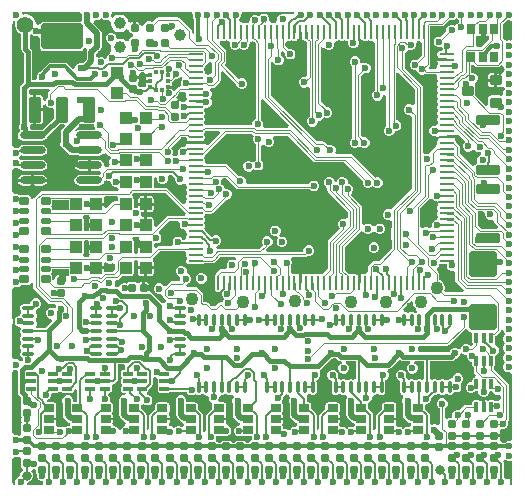
<source format=gtl>
G04*
G04 #@! TF.GenerationSoftware,Altium Limited,Altium Designer,23.8.1 (32)*
G04*
G04 Layer_Physical_Order=1*
G04 Layer_Color=255*
%FSLAX25Y25*%
%MOIN*%
G70*
G04*
G04 #@! TF.SameCoordinates,0C654998-4A2B-48E5-827E-F90EB17844E4*
G04*
G04*
G04 #@! TF.FilePolarity,Positive*
G04*
G01*
G75*
%ADD13C,0.00787*%
%ADD17C,0.01968*%
%ADD18R,0.00787X0.21260*%
%ADD19R,0.00787X0.09055*%
%ADD20R,0.00787X0.23622*%
%ADD21R,0.00787X0.07874*%
%ADD22R,0.00787X0.08268*%
%ADD23R,0.00787X0.42126*%
%ADD24R,0.19685X0.00787*%
%ADD25R,0.26772X0.00787*%
%ADD26R,0.17717X0.00787*%
%ADD27R,0.00787X0.22441*%
%ADD28R,0.00787X0.06299*%
%ADD29R,0.05512X0.00787*%
%ADD30O,0.00866X0.05118*%
%ADD31O,0.05118X0.00866*%
G04:AMPARAMS|DCode=32|XSize=35.43mil|YSize=37.4mil|CornerRadius=3.54mil|HoleSize=0mil|Usage=FLASHONLY|Rotation=90.000|XOffset=0mil|YOffset=0mil|HoleType=Round|Shape=RoundedRectangle|*
%AMROUNDEDRECTD32*
21,1,0.03543,0.03032,0,0,90.0*
21,1,0.02835,0.03740,0,0,90.0*
1,1,0.00709,0.01516,0.01417*
1,1,0.00709,0.01516,-0.01417*
1,1,0.00709,-0.01516,-0.01417*
1,1,0.00709,-0.01516,0.01417*
%
%ADD32ROUNDEDRECTD32*%
G04:AMPARAMS|DCode=33|XSize=35.43mil|YSize=37.4mil|CornerRadius=3.54mil|HoleSize=0mil|Usage=FLASHONLY|Rotation=90.000|XOffset=0mil|YOffset=0mil|HoleType=Round|Shape=RoundedRectangle|*
%AMROUNDEDRECTD33*
21,1,0.03543,0.03032,0,0,90.0*
21,1,0.02835,0.03740,0,0,90.0*
1,1,0.00709,0.01516,0.01417*
1,1,0.00709,0.01516,-0.01417*
1,1,0.00709,-0.01516,-0.01417*
1,1,0.00709,-0.01516,0.01417*
%
%ADD33ROUNDEDRECTD33*%
G04:AMPARAMS|DCode=34|XSize=43.31mil|YSize=84.65mil|CornerRadius=4.33mil|HoleSize=0mil|Usage=FLASHONLY|Rotation=0.000|XOffset=0mil|YOffset=0mil|HoleType=Round|Shape=RoundedRectangle|*
%AMROUNDEDRECTD34*
21,1,0.04331,0.07598,0,0,0.0*
21,1,0.03465,0.08465,0,0,0.0*
1,1,0.00866,0.01732,-0.03799*
1,1,0.00866,-0.01732,-0.03799*
1,1,0.00866,-0.01732,0.03799*
1,1,0.00866,0.01732,0.03799*
%
%ADD34ROUNDEDRECTD34*%
G04:AMPARAMS|DCode=35|XSize=43.31mil|YSize=84.65mil|CornerRadius=4.33mil|HoleSize=0mil|Usage=FLASHONLY|Rotation=0.000|XOffset=0mil|YOffset=0mil|HoleType=Round|Shape=RoundedRectangle|*
%AMROUNDEDRECTD35*
21,1,0.04331,0.07599,0,0,0.0*
21,1,0.03465,0.08465,0,0,0.0*
1,1,0.00866,0.01732,-0.03799*
1,1,0.00866,-0.01732,-0.03799*
1,1,0.00866,-0.01732,0.03799*
1,1,0.00866,0.01732,0.03799*
%
%ADD35ROUNDEDRECTD35*%
G04:AMPARAMS|DCode=36|XSize=137.8mil|YSize=84.65mil|CornerRadius=8.47mil|HoleSize=0mil|Usage=FLASHONLY|Rotation=0.000|XOffset=0mil|YOffset=0mil|HoleType=Round|Shape=RoundedRectangle|*
%AMROUNDEDRECTD36*
21,1,0.13780,0.06772,0,0,0.0*
21,1,0.12087,0.08465,0,0,0.0*
1,1,0.01693,0.06043,-0.03386*
1,1,0.01693,-0.06043,-0.03386*
1,1,0.01693,-0.06043,0.03386*
1,1,0.01693,0.06043,0.03386*
%
%ADD36ROUNDEDRECTD36*%
G04:AMPARAMS|DCode=37|XSize=39.37mil|YSize=43.31mil|CornerRadius=3.94mil|HoleSize=0mil|Usage=FLASHONLY|Rotation=0.000|XOffset=0mil|YOffset=0mil|HoleType=Round|Shape=RoundedRectangle|*
%AMROUNDEDRECTD37*
21,1,0.03937,0.03543,0,0,0.0*
21,1,0.03150,0.04331,0,0,0.0*
1,1,0.00787,0.01575,-0.01772*
1,1,0.00787,-0.01575,-0.01772*
1,1,0.00787,-0.01575,0.01772*
1,1,0.00787,0.01575,0.01772*
%
%ADD37ROUNDEDRECTD37*%
G04:AMPARAMS|DCode=38|XSize=23.62mil|YSize=35.43mil|CornerRadius=2.36mil|HoleSize=0mil|Usage=FLASHONLY|Rotation=180.000|XOffset=0mil|YOffset=0mil|HoleType=Round|Shape=RoundedRectangle|*
%AMROUNDEDRECTD38*
21,1,0.02362,0.03071,0,0,180.0*
21,1,0.01890,0.03543,0,0,180.0*
1,1,0.00472,-0.00945,0.01535*
1,1,0.00472,0.00945,0.01535*
1,1,0.00472,0.00945,-0.01535*
1,1,0.00472,-0.00945,-0.01535*
%
%ADD38ROUNDEDRECTD38*%
G04:AMPARAMS|DCode=39|XSize=27.56mil|YSize=23.62mil|CornerRadius=2.36mil|HoleSize=0mil|Usage=FLASHONLY|Rotation=180.000|XOffset=0mil|YOffset=0mil|HoleType=Round|Shape=RoundedRectangle|*
%AMROUNDEDRECTD39*
21,1,0.02756,0.01890,0,0,180.0*
21,1,0.02284,0.02362,0,0,180.0*
1,1,0.00472,-0.01142,0.00945*
1,1,0.00472,0.01142,0.00945*
1,1,0.00472,0.01142,-0.00945*
1,1,0.00472,-0.01142,-0.00945*
%
%ADD39ROUNDEDRECTD39*%
G04:AMPARAMS|DCode=40|XSize=23.62mil|YSize=35.43mil|CornerRadius=2.36mil|HoleSize=0mil|Usage=FLASHONLY|Rotation=270.000|XOffset=0mil|YOffset=0mil|HoleType=Round|Shape=RoundedRectangle|*
%AMROUNDEDRECTD40*
21,1,0.02362,0.03071,0,0,270.0*
21,1,0.01890,0.03543,0,0,270.0*
1,1,0.00472,-0.01535,-0.00945*
1,1,0.00472,-0.01535,0.00945*
1,1,0.00472,0.01535,0.00945*
1,1,0.00472,0.01535,-0.00945*
%
%ADD40ROUNDEDRECTD40*%
G04:AMPARAMS|DCode=41|XSize=86.61mil|YSize=90.55mil|CornerRadius=8.66mil|HoleSize=0mil|Usage=FLASHONLY|Rotation=90.000|XOffset=0mil|YOffset=0mil|HoleType=Round|Shape=RoundedRectangle|*
%AMROUNDEDRECTD41*
21,1,0.08661,0.07323,0,0,90.0*
21,1,0.06929,0.09055,0,0,90.0*
1,1,0.01732,0.03661,0.03465*
1,1,0.01732,0.03661,-0.03465*
1,1,0.01732,-0.03661,-0.03465*
1,1,0.01732,-0.03661,0.03465*
%
%ADD41ROUNDEDRECTD41*%
%ADD42C,0.03150*%
G04:AMPARAMS|DCode=43|XSize=25.59mil|YSize=31.5mil|CornerRadius=2.56mil|HoleSize=0mil|Usage=FLASHONLY|Rotation=90.000|XOffset=0mil|YOffset=0mil|HoleType=Round|Shape=RoundedRectangle|*
%AMROUNDEDRECTD43*
21,1,0.02559,0.02638,0,0,90.0*
21,1,0.02047,0.03150,0,0,90.0*
1,1,0.00512,0.01319,0.01024*
1,1,0.00512,0.01319,-0.01024*
1,1,0.00512,-0.01319,-0.01024*
1,1,0.00512,-0.01319,0.01024*
%
%ADD43ROUNDEDRECTD43*%
G04:AMPARAMS|DCode=44|XSize=17.72mil|YSize=31.5mil|CornerRadius=1.77mil|HoleSize=0mil|Usage=FLASHONLY|Rotation=90.000|XOffset=0mil|YOffset=0mil|HoleType=Round|Shape=RoundedRectangle|*
%AMROUNDEDRECTD44*
21,1,0.01772,0.02795,0,0,90.0*
21,1,0.01417,0.03150,0,0,90.0*
1,1,0.00354,0.01398,0.00709*
1,1,0.00354,0.01398,-0.00709*
1,1,0.00354,-0.01398,-0.00709*
1,1,0.00354,-0.01398,0.00709*
%
%ADD44ROUNDEDRECTD44*%
G04:AMPARAMS|DCode=45|XSize=31.5mil|YSize=78.74mil|CornerRadius=3.15mil|HoleSize=0mil|Usage=FLASHONLY|Rotation=90.000|XOffset=0mil|YOffset=0mil|HoleType=Round|Shape=RoundedRectangle|*
%AMROUNDEDRECTD45*
21,1,0.03150,0.07244,0,0,90.0*
21,1,0.02520,0.07874,0,0,90.0*
1,1,0.00630,0.03622,0.01260*
1,1,0.00630,0.03622,-0.01260*
1,1,0.00630,-0.03622,-0.01260*
1,1,0.00630,-0.03622,0.01260*
%
%ADD45ROUNDEDRECTD45*%
%ADD46O,0.01181X0.04331*%
%ADD47O,0.04331X0.01181*%
G04:AMPARAMS|DCode=48|XSize=12.6mil|YSize=31.5mil|CornerRadius=1.26mil|HoleSize=0mil|Usage=FLASHONLY|Rotation=90.000|XOffset=0mil|YOffset=0mil|HoleType=Round|Shape=RoundedRectangle|*
%AMROUNDEDRECTD48*
21,1,0.01260,0.02898,0,0,90.0*
21,1,0.01008,0.03150,0,0,90.0*
1,1,0.00252,0.01449,0.00504*
1,1,0.00252,0.01449,-0.00504*
1,1,0.00252,-0.01449,-0.00504*
1,1,0.00252,-0.01449,0.00504*
%
%ADD48ROUNDEDRECTD48*%
%ADD49O,0.08661X0.02362*%
G04:AMPARAMS|DCode=50|XSize=12.6mil|YSize=31.5mil|CornerRadius=1.26mil|HoleSize=0mil|Usage=FLASHONLY|Rotation=180.000|XOffset=0mil|YOffset=0mil|HoleType=Round|Shape=RoundedRectangle|*
%AMROUNDEDRECTD50*
21,1,0.01260,0.02898,0,0,180.0*
21,1,0.01008,0.03150,0,0,180.0*
1,1,0.00252,-0.00504,0.01449*
1,1,0.00252,0.00504,0.01449*
1,1,0.00252,0.00504,-0.01449*
1,1,0.00252,-0.00504,-0.01449*
%
%ADD50ROUNDEDRECTD50*%
%ADD51R,0.01476X0.01378*%
%ADD52R,0.01378X0.01476*%
G04:AMPARAMS|DCode=53|XSize=39.37mil|YSize=43.31mil|CornerRadius=3.94mil|HoleSize=0mil|Usage=FLASHONLY|Rotation=270.000|XOffset=0mil|YOffset=0mil|HoleType=Round|Shape=RoundedRectangle|*
%AMROUNDEDRECTD53*
21,1,0.03937,0.03543,0,0,270.0*
21,1,0.03150,0.04331,0,0,270.0*
1,1,0.00787,-0.01772,-0.01575*
1,1,0.00787,-0.01772,0.01575*
1,1,0.00787,0.01772,0.01575*
1,1,0.00787,0.01772,-0.01575*
%
%ADD53ROUNDEDRECTD53*%
G04:AMPARAMS|DCode=54|XSize=27.56mil|YSize=23.62mil|CornerRadius=2.36mil|HoleSize=0mil|Usage=FLASHONLY|Rotation=90.000|XOffset=0mil|YOffset=0mil|HoleType=Round|Shape=RoundedRectangle|*
%AMROUNDEDRECTD54*
21,1,0.02756,0.01890,0,0,90.0*
21,1,0.02284,0.02362,0,0,90.0*
1,1,0.00472,0.00945,0.01142*
1,1,0.00472,0.00945,-0.01142*
1,1,0.00472,-0.00945,-0.01142*
1,1,0.00472,-0.00945,0.01142*
%
%ADD54ROUNDEDRECTD54*%
%ADD84C,0.03100*%
%ADD85C,0.00492*%
%ADD86C,0.01181*%
%ADD87C,0.01575*%
%ADD88C,0.02362*%
%ADD89C,0.03900*%
%ADD90C,0.04331*%
%ADD91C,0.05512*%
G36*
X83193Y157087D02*
X82780Y156915D01*
X82281Y156417D01*
X82025Y156366D01*
X81900Y156491D01*
X81248Y156761D01*
X80544D01*
X79893Y156491D01*
X79394Y155993D01*
X79124Y155341D01*
Y154801D01*
X78961Y154586D01*
X78753Y154404D01*
X78448Y154213D01*
X78248Y154252D01*
X77849Y154173D01*
X77510Y153947D01*
X77017Y153947D01*
X76679Y154173D01*
X76279Y154252D01*
X76254Y154247D01*
X75609Y154755D01*
X75539Y155317D01*
X75911Y155689D01*
X76181Y156341D01*
Y157045D01*
X76164Y157087D01*
X76690Y157874D01*
X83037D01*
X83193Y157087D01*
D02*
G37*
G36*
X148546Y155248D02*
X148603Y155191D01*
X148708Y155148D01*
Y154267D01*
X148512Y154186D01*
X148013Y153688D01*
X147998Y153651D01*
X147368Y153181D01*
X147064Y153298D01*
X146710Y153445D01*
X146005D01*
X145353Y153175D01*
X144855Y152677D01*
X144585Y152026D01*
Y151385D01*
X142645Y149445D01*
X142495Y149507D01*
X141790D01*
X141139Y149238D01*
X140640Y148739D01*
X140371Y148088D01*
Y147383D01*
X140640Y146732D01*
X141139Y146234D01*
X141790Y145964D01*
X142495D01*
X143028Y146099D01*
X143373Y145395D01*
X143008Y144744D01*
X142559D01*
X142160Y144665D01*
X141821Y144439D01*
X141595Y144100D01*
X141515Y143701D01*
X141595Y143301D01*
X141821Y142963D01*
X141821Y142470D01*
X141657Y142224D01*
X144685D01*
Y141240D01*
X141657D01*
X141821Y140994D01*
Y140502D01*
X141595Y140163D01*
X141515Y139764D01*
X141581Y139436D01*
X141563Y139316D01*
X141126Y138648D01*
X139000D01*
X138673Y139436D01*
X139056Y139819D01*
X139241Y140095D01*
X139306Y140422D01*
Y148365D01*
X139327Y148471D01*
Y152936D01*
X143118D01*
X143444Y153001D01*
X143721Y153186D01*
X145646Y155111D01*
X146104Y154921D01*
X146809D01*
X147460Y155191D01*
X147517Y155248D01*
X148031Y155635D01*
X148546Y155248D01*
D02*
G37*
G36*
X89753Y157090D02*
X89102Y156820D01*
X88603Y156322D01*
X88334Y155671D01*
Y155007D01*
X88322Y154933D01*
X88311Y154900D01*
X87801Y154195D01*
X87691Y154173D01*
X87353Y153947D01*
X86860D01*
X86521Y154173D01*
X86122Y154252D01*
X86068Y154242D01*
X85483Y154888D01*
X85555Y155061D01*
Y155766D01*
X85285Y156417D01*
X84787Y156915D01*
X84373Y157087D01*
X84530Y157874D01*
X89745D01*
X89753Y157090D01*
D02*
G37*
G36*
X23049Y157087D02*
X23031Y157045D01*
Y156341D01*
X23273Y155758D01*
Y155122D01*
X22579Y154457D01*
X10492D01*
X9932Y154346D01*
X9456Y154028D01*
X9138Y153553D01*
X8465Y153235D01*
X7677Y153581D01*
Y153984D01*
X7449Y154835D01*
X7009Y155598D01*
X6385Y156221D01*
X5622Y156662D01*
X4771Y156890D01*
X3890D01*
X3740Y156850D01*
X3726Y156853D01*
X3636Y157087D01*
X4176Y157874D01*
X22523D01*
X23049Y157087D01*
D02*
G37*
G36*
X60057D02*
X60039Y157045D01*
Y156341D01*
X60309Y155689D01*
X60607Y155392D01*
Y150614D01*
X60575Y150540D01*
X60569Y150536D01*
X59781Y150965D01*
Y151258D01*
X59716Y151585D01*
X59532Y151861D01*
X55721Y155672D01*
X55444Y155857D01*
X55118Y155922D01*
X48376D01*
X48050Y155857D01*
X47773Y155672D01*
X46533Y154433D01*
X46174Y154581D01*
X45322D01*
X44536Y154256D01*
X43933Y153654D01*
X43642Y152949D01*
X43248Y152906D01*
X42854Y152949D01*
X42563Y153654D01*
X41961Y154256D01*
X41240Y154554D01*
Y152441D01*
X40256D01*
Y154554D01*
X39536Y154256D01*
X39470Y154190D01*
X39085Y154257D01*
X38642Y154476D01*
X38482Y155073D01*
X38096Y155743D01*
X37550Y156289D01*
X36881Y156675D01*
X36134Y156875D01*
X35362D01*
X34615Y156675D01*
X33946Y156289D01*
X33534Y155877D01*
X32867Y156323D01*
X32874Y156341D01*
Y157045D01*
X32857Y157087D01*
X33383Y157874D01*
X59530D01*
X60057Y157087D01*
D02*
G37*
G36*
X157183Y149760D02*
X157635D01*
X157958Y149824D01*
X158082Y149907D01*
X158092Y149913D01*
X158603Y149753D01*
X158879Y149565D01*
Y148750D01*
X156181Y146053D01*
X155183D01*
X154502Y146572D01*
Y149565D01*
X154778Y149753D01*
X155289Y149913D01*
X155299Y149907D01*
X155423Y149824D01*
X155746Y149760D01*
X156198D01*
Y152139D01*
X157183D01*
Y149760D01*
D02*
G37*
G36*
X165002Y154921D02*
X165707D01*
X165748Y154938D01*
X166535Y154412D01*
Y148737D01*
X165748Y148211D01*
X165707Y148228D01*
X165002D01*
X164903Y148188D01*
X164802Y148189D01*
X164051Y148522D01*
X163866Y148799D01*
X163501Y149165D01*
Y153633D01*
X164851Y154984D01*
X165002Y154921D01*
D02*
G37*
G36*
X96457Y148054D02*
X96703Y148219D01*
X97195Y148219D01*
X97534Y147993D01*
X97730Y147953D01*
X98152Y147531D01*
Y136585D01*
X97597Y136024D01*
X96892D01*
X96241Y135754D01*
X95742Y135256D01*
X95473Y134604D01*
Y133900D01*
X95742Y133248D01*
X96241Y132750D01*
X96892Y132480D01*
X97597D01*
X98248Y132750D01*
X98360Y132862D01*
X99147Y132536D01*
Y122824D01*
X98997Y122762D01*
X98498Y122263D01*
X98228Y121612D01*
Y120907D01*
X98498Y120256D01*
X98997Y119758D01*
X99648Y119488D01*
X100352D01*
X101004Y119758D01*
X101502Y120256D01*
X101772Y120907D01*
Y121507D01*
X102371D01*
X103022Y121776D01*
X103520Y122275D01*
X103668Y122630D01*
X103824Y122661D01*
X104475Y122392D01*
X105180D01*
X105832Y122661D01*
X106330Y123160D01*
X106600Y123811D01*
Y124516D01*
X106330Y125167D01*
X105832Y125665D01*
X105180Y125935D01*
X104769D01*
X102822Y127882D01*
Y145948D01*
X102976Y146061D01*
X103910Y145863D01*
X104408Y145365D01*
X105059Y145095D01*
X105764D01*
X106415Y145365D01*
X106913Y145863D01*
X107183Y146515D01*
Y147219D01*
X107168Y147257D01*
X107746Y147919D01*
X107776Y147913D01*
X108175Y147993D01*
X108514Y148219D01*
X109006Y148219D01*
X109345Y147992D01*
X109744Y147913D01*
X110143Y147992D01*
X110482Y148219D01*
X110975D01*
X111313Y147993D01*
X111713Y147913D01*
X111894Y147172D01*
X112164Y146521D01*
X112662Y146022D01*
X113314Y145753D01*
X114018D01*
X114670Y146022D01*
X115168Y146521D01*
X115438Y147172D01*
X115650Y147913D01*
X116049Y147993D01*
X116388Y148219D01*
X116880Y148219D01*
X117219Y147993D01*
X117618Y147913D01*
X118017Y147993D01*
X118356Y148219D01*
X118849Y148219D01*
X119187Y147993D01*
X119587Y147913D01*
X119915Y147978D01*
X120034Y147961D01*
X120702Y147524D01*
Y131445D01*
X120650Y131423D01*
X120152Y130925D01*
X119882Y130274D01*
Y129569D01*
X120152Y128918D01*
X120650Y128419D01*
X121301Y128150D01*
X122006D01*
X122657Y128419D01*
X123155Y128918D01*
X123425Y129569D01*
Y129926D01*
X123941Y130170D01*
X124639Y129691D01*
Y119634D01*
X124587Y119612D01*
X124089Y119114D01*
X123819Y118463D01*
Y117758D01*
X124089Y117107D01*
X124587Y116608D01*
X125238Y116339D01*
X125943D01*
X126594Y116608D01*
X127093Y117107D01*
X127362Y117758D01*
Y117945D01*
X127522Y118051D01*
X128226D01*
X128878Y118321D01*
X129376Y118819D01*
X129646Y119471D01*
Y120175D01*
X129376Y120826D01*
X128878Y121325D01*
X128226Y121595D01*
X127871D01*
Y137222D01*
X128598Y137523D01*
X134137Y131984D01*
Y126962D01*
X133350Y126636D01*
X133287Y126699D01*
X132636Y126969D01*
X131931D01*
X131280Y126699D01*
X130781Y126200D01*
X130512Y125549D01*
Y124845D01*
X130781Y124193D01*
X131280Y123695D01*
X131931Y123425D01*
X132636D01*
X133153Y122825D01*
Y98787D01*
X126647Y92281D01*
X126444Y92003D01*
X125648Y91944D01*
X125575Y91975D01*
X124870D01*
X124219Y91705D01*
X123720Y91207D01*
X123451Y90556D01*
Y89851D01*
X123720Y89200D01*
X124219Y88701D01*
X124870Y88432D01*
X125575D01*
X125610Y88446D01*
X126398Y87920D01*
Y85761D01*
X126325Y85652D01*
X126260Y85326D01*
Y82105D01*
X126325Y81779D01*
X126398Y81670D01*
Y78916D01*
X122194Y74712D01*
X120465D01*
X120138Y74647D01*
X119862Y74462D01*
X118737Y73338D01*
X118552Y73061D01*
X118488Y72735D01*
Y71145D01*
X118488Y71144D01*
X118308Y70903D01*
X117862Y70542D01*
X117618Y70591D01*
X117219Y70512D01*
X116880Y70285D01*
X116388Y70285D01*
X116142Y70450D01*
Y67421D01*
X115157D01*
Y70450D01*
X114912Y70285D01*
X114419Y70285D01*
X114081Y70512D01*
X113681Y70591D01*
X113282Y70512D01*
X112943Y70285D01*
X112451Y70285D01*
X112112Y70512D01*
X112042Y70525D01*
X110696Y71872D01*
Y79216D01*
X116079Y84600D01*
X116439Y84610D01*
X116977Y84489D01*
X117002Y84430D01*
X117500Y83931D01*
X118151Y83662D01*
X118856D01*
X119508Y83931D01*
X120006Y84430D01*
X120046Y84527D01*
X120899D01*
X120939Y84430D01*
X121437Y83931D01*
X122089Y83662D01*
X122793D01*
X123444Y83931D01*
X123943Y84430D01*
X124213Y85081D01*
Y85786D01*
X123943Y86437D01*
X123444Y86935D01*
X122793Y87205D01*
X122089D01*
X121437Y86935D01*
X120939Y86437D01*
X120899Y86339D01*
X120046D01*
X120006Y86437D01*
X119508Y86935D01*
X118856Y87205D01*
X118151D01*
X117500Y86935D01*
X117192Y86626D01*
X116404Y86894D01*
Y92725D01*
X116339Y93051D01*
X116154Y93328D01*
X113032Y96450D01*
X112994Y96535D01*
X113054Y97501D01*
X113215Y97662D01*
X113484Y98313D01*
Y99018D01*
X113215Y99669D01*
X112716Y100168D01*
X112065Y100437D01*
X112007D01*
X111705Y100545D01*
Y101250D01*
X111435Y101901D01*
X110937Y102400D01*
X110286Y102669D01*
X109581D01*
X108930Y102400D01*
X108432Y101901D01*
X108162Y101250D01*
X108071Y101204D01*
X107922Y101212D01*
X107158Y101553D01*
X107014Y101901D01*
X106515Y102400D01*
X105864Y102669D01*
X105159D01*
X104508Y102400D01*
X104010Y101901D01*
X103740Y101250D01*
Y100545D01*
X104010Y99894D01*
X104508Y99396D01*
X104954Y99211D01*
Y98293D01*
X105019Y97966D01*
X105204Y97690D01*
X111745Y91148D01*
Y89088D01*
X111658Y88988D01*
X110958Y88626D01*
X110589Y88779D01*
X109884D01*
X109233Y88510D01*
X108734Y88011D01*
X108465Y87360D01*
Y86655D01*
X108734Y86004D01*
X109119Y85620D01*
X105302Y81803D01*
X105117Y81526D01*
X105052Y81200D01*
Y71967D01*
X103636Y70551D01*
X103439Y70512D01*
X103101Y70285D01*
X102608Y70285D01*
X102269Y70512D01*
X101870Y70591D01*
X101471Y70512D01*
X101132Y70285D01*
X100640Y70285D01*
X100301Y70512D01*
X99902Y70591D01*
X99502Y70512D01*
X99164Y70285D01*
X98671Y70285D01*
X98333Y70512D01*
X97933Y70591D01*
X97534Y70512D01*
X97195Y70285D01*
X96703Y70285D01*
X96457Y70450D01*
Y67421D01*
X95472D01*
Y70450D01*
X95227Y70285D01*
X94734Y70285D01*
X94396Y70512D01*
X93996Y70591D01*
X93597Y70512D01*
X93575Y70497D01*
X92788Y70891D01*
Y73110D01*
X92780Y73149D01*
X92840Y73209D01*
X93110Y73860D01*
Y74565D01*
X92840Y75216D01*
X92778Y75279D01*
X93104Y76066D01*
X97463D01*
X97790Y76131D01*
X98067Y76316D01*
X98213Y76463D01*
X98364Y76401D01*
X99069D01*
X99720Y76670D01*
X100218Y77169D01*
X100488Y77820D01*
Y78525D01*
X100218Y79176D01*
X99720Y79674D01*
X99069Y79944D01*
X98364D01*
X97713Y79674D01*
X97214Y79176D01*
X96945Y78525D01*
Y77820D01*
X96913Y77772D01*
X84732D01*
X84431Y78500D01*
X85203Y79273D01*
X85269Y79371D01*
X85310D01*
X85962Y79641D01*
X86460Y80139D01*
X86730Y80790D01*
Y81495D01*
X86460Y82146D01*
X85962Y82645D01*
X85310Y82914D01*
X84605D01*
X83954Y82645D01*
X83456Y82146D01*
X83186Y81495D01*
Y80790D01*
X83456Y80139D01*
X83557Y80038D01*
X82275Y78757D01*
X68303D01*
X67931Y79226D01*
X68069Y79725D01*
X68720Y79994D01*
X69218Y80493D01*
X69488Y81144D01*
Y81849D01*
X69218Y82500D01*
X68720Y82998D01*
X68069Y83268D01*
X67364D01*
X66713Y82998D01*
X66516Y82801D01*
X66413D01*
X64126Y85088D01*
X63888Y85876D01*
X64114Y86215D01*
X64193Y86614D01*
X64114Y87014D01*
X63888Y87352D01*
X63888Y87845D01*
X64114Y88183D01*
X64193Y88583D01*
X64114Y88982D01*
X63888Y89321D01*
X63888Y89813D01*
X64114Y90152D01*
X64281Y90535D01*
X64932Y90535D01*
X66149D01*
X66476Y90600D01*
X66752Y90785D01*
X71145Y95177D01*
X71612D01*
X72263Y95447D01*
X72762Y95945D01*
X73032Y96596D01*
Y97301D01*
X72762Y97952D01*
X72263Y98451D01*
X71612Y98721D01*
X70907D01*
X70511Y99409D01*
X70432Y99601D01*
X69933Y100099D01*
X69296Y100364D01*
X69488Y100829D01*
Y101533D01*
X70045Y102248D01*
X71105D01*
X74550Y98802D01*
X74827Y98617D01*
X75153Y98552D01*
X99052D01*
X99390Y98215D01*
X100041Y97945D01*
X100746D01*
X101397Y98215D01*
X101896Y98713D01*
X102165Y99364D01*
Y100069D01*
X101896Y100720D01*
X101397Y101218D01*
X100746Y101488D01*
X100041D01*
X99390Y101218D01*
X98892Y100720D01*
X98700Y100258D01*
X78276D01*
X77720Y100972D01*
Y101677D01*
X77450Y102328D01*
X76952Y102827D01*
X76301Y103096D01*
X75596D01*
X75445Y103034D01*
X71577Y106902D01*
X71300Y107087D01*
X70973Y107152D01*
X64582D01*
X64145Y107820D01*
X64128Y107940D01*
X64193Y108268D01*
X64114Y108667D01*
X63888Y109006D01*
X63888Y109498D01*
X64114Y109837D01*
X64153Y110033D01*
X71328Y117208D01*
X79645D01*
X80182Y116671D01*
X80388Y116358D01*
X80118Y115707D01*
Y115002D01*
X80388Y114351D01*
X80886Y113852D01*
X81037Y113790D01*
Y108257D01*
X80886Y108195D01*
X80388Y107696D01*
X79603Y107860D01*
X79093Y108071D01*
X78388D01*
X77737Y107801D01*
X77238Y107303D01*
X76968Y106652D01*
Y105947D01*
X77238Y105296D01*
X77737Y104797D01*
X78388Y104528D01*
X79093D01*
X79744Y104797D01*
X80242Y105296D01*
X81027Y105133D01*
X81537Y104921D01*
X82242D01*
X82893Y105191D01*
X83392Y105689D01*
X83661Y106341D01*
Y107045D01*
X83392Y107696D01*
X82893Y108195D01*
X82743Y108257D01*
Y113143D01*
X83116Y113435D01*
X83935Y113468D01*
X84433Y112969D01*
X85084Y112700D01*
X85789D01*
X86440Y112969D01*
X86939Y113468D01*
X87208Y114119D01*
Y114824D01*
X86939Y115475D01*
X86780Y115633D01*
X87106Y116421D01*
X91653D01*
X100163Y107911D01*
X100439Y107726D01*
X100766Y107661D01*
X110424D01*
X116795Y101290D01*
X116732Y101140D01*
Y100435D01*
X117002Y99784D01*
X117500Y99286D01*
X118151Y99016D01*
X118856D01*
X119508Y99286D01*
X119564Y99342D01*
X120079Y99729D01*
X120593Y99342D01*
X120650Y99286D01*
X121301Y99016D01*
X122006D01*
X122657Y99286D01*
X123155Y99784D01*
X123425Y100435D01*
Y101140D01*
X123155Y101791D01*
X122657Y102289D01*
X122006Y102559D01*
X121301D01*
X121151Y102497D01*
X113546Y110101D01*
X113269Y110286D01*
X112943Y110351D01*
X108173D01*
X107647Y111138D01*
X107677Y111213D01*
Y111917D01*
X107407Y112569D01*
X106909Y113067D01*
X106258Y113337D01*
X105553D01*
X105298Y113231D01*
X104196Y114333D01*
X103919Y114518D01*
X103593Y114583D01*
X101401D01*
X86126Y129858D01*
Y140900D01*
X86914Y141056D01*
X87078Y140660D01*
X87576Y140162D01*
X88227Y139892D01*
X88932D01*
X89583Y140162D01*
X90082Y140660D01*
X90351Y141311D01*
Y142016D01*
X90082Y142667D01*
X89583Y143166D01*
X89433Y143228D01*
Y144468D01*
X90220Y144794D01*
X90810Y144204D01*
X90748Y144053D01*
Y143348D01*
X91018Y142697D01*
X91516Y142199D01*
X92167Y141929D01*
X92872D01*
X93523Y142199D01*
X94022Y142697D01*
X94291Y143348D01*
Y144053D01*
X94022Y144704D01*
X93523Y145203D01*
X92872Y145472D01*
X92167D01*
X92017Y145410D01*
X90912Y146515D01*
Y147524D01*
X91580Y147961D01*
X91699Y147978D01*
X92028Y147913D01*
X92427Y147993D01*
X92766Y148219D01*
X93258Y148219D01*
X93597Y147993D01*
X93996Y147913D01*
X94396Y147993D01*
X94734Y148219D01*
X95227Y148219D01*
X95472Y148054D01*
Y151083D01*
X96457D01*
Y148054D01*
D02*
G37*
G36*
X30042Y155248D02*
X30099Y155191D01*
X30750Y154921D01*
X31455D01*
X32106Y155191D01*
X32226Y155163D01*
X32814Y154327D01*
Y153555D01*
X33014Y152808D01*
X33400Y152139D01*
X33946Y151593D01*
X34615Y151207D01*
X35362Y151007D01*
X36134D01*
X36881Y151207D01*
X37550Y151593D01*
X37865Y151908D01*
X37917Y151915D01*
X38668Y151755D01*
X38733Y151711D01*
X38933Y151228D01*
X39536Y150626D01*
X40240Y150335D01*
X40283Y149941D01*
X40240Y149547D01*
X39536Y149256D01*
X38933Y148653D01*
X38733Y148170D01*
X38668Y148127D01*
X37917Y147967D01*
X37865Y147974D01*
X37550Y148289D01*
X36881Y148675D01*
X36134Y148875D01*
X35362D01*
X35217Y148836D01*
X34666Y149259D01*
X34396Y149910D01*
X33898Y150408D01*
X33247Y150678D01*
X32542D01*
X31891Y150408D01*
X31393Y149910D01*
X31123Y149259D01*
Y148554D01*
X31393Y147903D01*
X31891Y147404D01*
X32301Y147234D01*
X32542Y147135D01*
X32819Y146347D01*
X32814Y146327D01*
Y145555D01*
X32994Y144882D01*
X32991Y144761D01*
X32605Y143941D01*
X32325Y143825D01*
X31826Y143326D01*
X31557Y142675D01*
Y142354D01*
X30769Y142102D01*
X30449Y142421D01*
X29798Y142691D01*
X29093D01*
X28699Y142528D01*
X28033Y142858D01*
X27911Y142989D01*
Y143624D01*
X29281Y144994D01*
X29281Y144994D01*
X29629Y145515D01*
X29751Y146130D01*
X29751Y146130D01*
Y150710D01*
X29751Y150710D01*
X29629Y151325D01*
X29281Y151846D01*
X26959Y154168D01*
X27001Y154317D01*
X27600Y154921D01*
X28305D01*
X28956Y155191D01*
X29013Y155248D01*
X29528Y155635D01*
X30042Y155248D01*
D02*
G37*
G36*
X71943Y147993D02*
X72010Y147979D01*
X72518Y147249D01*
X72540Y147150D01*
Y146498D01*
X72810Y145847D01*
X73308Y145349D01*
X73960Y145079D01*
X74664D01*
X75316Y145349D01*
X75689Y145722D01*
X76161Y145250D01*
X76812Y144980D01*
X77517D01*
X78168Y145250D01*
X78667Y145748D01*
X78936Y146400D01*
Y147104D01*
X79403Y147824D01*
X79792Y147982D01*
X79880Y147980D01*
X80216Y147913D01*
X80229Y147915D01*
X80277Y147883D01*
X80425Y147854D01*
X81085Y147194D01*
Y122138D01*
X80689Y121974D01*
X80191Y121476D01*
X79921Y120825D01*
Y120120D01*
X79773Y119898D01*
X64341D01*
X64193Y120079D01*
X64114Y120478D01*
X63888Y120817D01*
X63888Y121309D01*
X64114Y121648D01*
X64193Y122047D01*
X64114Y122447D01*
X63888Y122785D01*
X63888Y123278D01*
X64114Y123616D01*
X64193Y124016D01*
X64114Y124415D01*
X63888Y124754D01*
X63888Y125246D01*
X64114Y125585D01*
X64147Y125751D01*
X64215Y125787D01*
X64919D01*
X65570Y126057D01*
X66069Y126556D01*
X66339Y127207D01*
Y127911D01*
X66069Y128563D01*
X65688Y128944D01*
X66153Y129409D01*
X66422Y130060D01*
Y130765D01*
X66153Y131416D01*
X65973Y131595D01*
X66300Y132382D01*
X66761D01*
X67087Y132447D01*
X67364Y132632D01*
X69128Y134396D01*
X69313Y134673D01*
X69378Y135000D01*
Y137877D01*
X70105Y138179D01*
X74606Y133678D01*
Y133506D01*
X74876Y132855D01*
X75374Y132356D01*
X76026Y132087D01*
X76730D01*
X77381Y132356D01*
X77880Y132855D01*
X78150Y133506D01*
Y134211D01*
X77880Y134862D01*
X77381Y135360D01*
X76730Y135630D01*
X76026D01*
X75374Y135360D01*
X75355Y135341D01*
X70512Y140185D01*
X71026Y140700D01*
X71211Y140977D01*
X71276Y141303D01*
Y144524D01*
X71211Y144850D01*
X71026Y145127D01*
X69047Y147106D01*
X69198Y147896D01*
X69843Y148080D01*
X69975Y147992D01*
X70374Y147913D01*
X70773Y147992D01*
X71112Y148219D01*
X71605D01*
X71943Y147993D01*
D02*
G37*
G36*
X135335Y147913D02*
X135663Y147978D01*
X135782Y147961D01*
X136450Y147524D01*
Y143544D01*
X134674Y141768D01*
X134524Y141831D01*
X133819D01*
X133168Y141561D01*
X132669Y141063D01*
X132400Y140411D01*
Y139707D01*
X132669Y139056D01*
X133168Y138557D01*
X133819Y138287D01*
X134524D01*
X135077Y137664D01*
X135112Y137579D01*
X135611Y137081D01*
X136262Y136811D01*
X136967D01*
X137527Y137043D01*
X137581Y137007D01*
X137908Y136942D01*
X141126D01*
X141563Y136274D01*
X141581Y136155D01*
X141515Y135827D01*
X141595Y135427D01*
X141821Y135089D01*
X141821Y134596D01*
X141595Y134258D01*
X141515Y133858D01*
X141595Y133459D01*
X141821Y133120D01*
X141821Y132628D01*
X141595Y132289D01*
X141515Y131890D01*
X141595Y131490D01*
X141821Y131152D01*
X141821Y130659D01*
X141595Y130321D01*
X141515Y129921D01*
X141595Y129522D01*
X141821Y129183D01*
X141821Y128691D01*
X141595Y128352D01*
X141515Y127953D01*
X141595Y127553D01*
X141821Y127215D01*
X141821Y126722D01*
X141595Y126384D01*
X141515Y125984D01*
X141595Y125585D01*
X141821Y125246D01*
Y124754D01*
X141595Y124415D01*
X141515Y124016D01*
X141595Y123616D01*
X141821Y123278D01*
X141821Y122785D01*
X141595Y122447D01*
X141515Y122047D01*
X141595Y121648D01*
X141821Y121309D01*
X141821Y120817D01*
X141595Y120478D01*
X141113Y119975D01*
X140752Y119882D01*
X140319D01*
X139668Y119612D01*
X139170Y119114D01*
X138900Y118463D01*
Y117758D01*
X139170Y117107D01*
X139668Y116608D01*
X140319Y116339D01*
X140752D01*
X141113Y116245D01*
X141595Y115742D01*
X141821Y115404D01*
X141821Y114911D01*
X141595Y114573D01*
X141515Y114173D01*
X141582Y113839D01*
X141584Y113747D01*
X141273Y112997D01*
X141251Y112979D01*
X140995Y112808D01*
X139505Y111318D01*
X139320Y111042D01*
X139306Y110969D01*
X138643Y110473D01*
X138541Y110433D01*
X137837D01*
X137615Y110341D01*
X136827Y110834D01*
Y132745D01*
X136762Y133072D01*
X136578Y133349D01*
X130774Y139152D01*
Y144105D01*
X130925Y144167D01*
X131423Y144666D01*
X132325Y145079D01*
X133030D01*
X133681Y145349D01*
X134179Y145847D01*
X134449Y146498D01*
Y147203D01*
X134353Y147435D01*
X134804Y147867D01*
X134977Y147984D01*
X135335Y147913D01*
D02*
G37*
G36*
X6870Y149876D02*
X7522Y149606D01*
X8226D01*
X8240Y149612D01*
X9027Y149086D01*
Y146221D01*
X9138Y145660D01*
X9456Y145185D01*
X9932Y144867D01*
X10492Y144755D01*
X22579D01*
X23139Y144867D01*
X23615Y145185D01*
X23932Y145660D01*
X24572Y145763D01*
X24828Y144913D01*
X24822Y144904D01*
X24700Y144289D01*
X24700Y144289D01*
Y141931D01*
X23450Y140682D01*
X23296D01*
X23077Y140772D01*
X22372D01*
X21721Y140502D01*
X21223Y140004D01*
X20953Y139353D01*
Y139055D01*
X20166Y138728D01*
X18476Y140419D01*
X18085Y140680D01*
X17624Y140771D01*
X17624Y140771D01*
X12598D01*
X12138Y140680D01*
X11747Y140419D01*
X11747Y140418D01*
X9371Y138042D01*
X9110Y137651D01*
X9102Y137614D01*
X8992Y137569D01*
X8494Y137071D01*
X8224Y136419D01*
Y135715D01*
X7664Y135011D01*
X6523D01*
Y144488D01*
X6416Y145026D01*
X6112Y145482D01*
X5736Y145858D01*
Y149982D01*
X5816Y150032D01*
X6523Y150223D01*
X6870Y149876D01*
D02*
G37*
G36*
X154296Y139577D02*
X154573Y139392D01*
X154899Y139327D01*
X161779D01*
X162106Y139392D01*
X162382Y139577D01*
X162795Y139990D01*
X163201Y139894D01*
X163624Y139705D01*
X163852Y139154D01*
X163909Y139097D01*
X164296Y138583D01*
X163909Y138068D01*
X163852Y138011D01*
X163712Y137673D01*
X162984Y137332D01*
X162795Y137323D01*
X162546Y137373D01*
X161522D01*
Y134992D01*
Y132611D01*
X162546D01*
X162915Y132685D01*
X162962Y132716D01*
X163779Y132568D01*
X164054Y131962D01*
X163909Y131769D01*
X163852Y131712D01*
X163583Y131061D01*
Y130356D01*
X163604Y130306D01*
X162968Y129783D01*
X162915Y129819D01*
X162546Y129892D01*
X159514D01*
X159146Y129819D01*
X158833Y129610D01*
X158624Y129298D01*
X158551Y128929D01*
Y126799D01*
X157764Y126473D01*
X154257Y129979D01*
Y132669D01*
X154184Y133038D01*
X154070Y133208D01*
X154137Y133842D01*
X154230Y134127D01*
X154233Y134128D01*
X154732Y134626D01*
X155001Y135277D01*
Y135982D01*
X154732Y136634D01*
X154233Y137132D01*
X153582Y137402D01*
X152877D01*
X152868Y137408D01*
Y140084D01*
X153656Y140217D01*
X154296Y139577D01*
D02*
G37*
G36*
X66536Y140776D02*
Y137654D01*
X66318Y136926D01*
X65614D01*
X65132Y136727D01*
X64401Y136904D01*
X64219Y136984D01*
X64077Y137340D01*
X64114Y137396D01*
X64193Y137795D01*
X64114Y138195D01*
X63888Y138533D01*
X63888Y139026D01*
X64114Y139364D01*
X64153Y139561D01*
X64924Y140332D01*
X65109Y140609D01*
X65142Y140773D01*
X65581Y141089D01*
X65798Y141172D01*
X66536Y140776D01*
D02*
G37*
G36*
X43815Y137599D02*
X44488Y137164D01*
Y137106D01*
X45817D01*
Y136122D01*
X44488D01*
Y135138D01*
X45817D01*
Y134154D01*
X44488D01*
Y132817D01*
X44382Y132711D01*
X43523Y132604D01*
X42872Y132874D01*
X42167D01*
X42131Y132894D01*
X42078Y133157D01*
X41905Y133417D01*
X41895Y133439D01*
Y134277D01*
X41905Y134300D01*
X42078Y134559D01*
X42142Y134882D01*
Y135335D01*
X40157D01*
Y136319D01*
X42142D01*
Y136772D01*
X42141Y136776D01*
X42576Y137463D01*
X42712Y137563D01*
X43444D01*
X43701Y137614D01*
X43815Y137599D01*
D02*
G37*
G36*
X56564Y135959D02*
X56515Y135030D01*
X56381Y134896D01*
X56111Y134245D01*
Y133540D01*
X55549Y132841D01*
X55473Y132826D01*
X55196Y132641D01*
X53925Y131370D01*
X53311Y131559D01*
X53150Y131677D01*
Y132185D01*
X51821D01*
Y133169D01*
X53150D01*
Y134338D01*
X53370Y134485D01*
X54317Y135433D01*
X54989D01*
X55640Y135703D01*
X56139Y136201D01*
X56564Y135959D01*
D02*
G37*
G36*
X12339Y131474D02*
X11995Y131130D01*
X11810Y130853D01*
X11745Y130527D01*
Y129071D01*
X11693Y129050D01*
X11195Y128551D01*
X11044Y128186D01*
X10256Y128343D01*
Y128996D01*
X10177Y129395D01*
X9951Y129734D01*
X9612Y129960D01*
X9213Y130040D01*
X7972D01*
Y125689D01*
X10256D01*
Y126753D01*
X11044Y126909D01*
X11195Y126544D01*
X11693Y126046D01*
X12344Y125776D01*
X13049D01*
X13759Y125218D01*
Y122341D01*
X9782Y118364D01*
X6323D01*
X5709Y118939D01*
Y119604D01*
X5711Y119647D01*
X6267Y120354D01*
X6988D01*
Y125197D01*
Y130040D01*
X5748D01*
X5342Y130762D01*
Y131843D01*
X5700Y132202D01*
X12038D01*
X12339Y131474D01*
D02*
G37*
G36*
X57211Y131102D02*
X57473Y131050D01*
X57689Y130762D01*
X57900Y130381D01*
X57919Y130249D01*
X57854Y129921D01*
X57933Y129522D01*
X58160Y129183D01*
X58160Y128691D01*
X57933Y128352D01*
X57534Y127870D01*
X57090Y127756D01*
X56734D01*
X55956Y128039D01*
X55773Y128313D01*
X55500Y128495D01*
X55177Y128560D01*
X54831D01*
X54530Y129287D01*
X54983Y129740D01*
X55167Y130017D01*
X55213Y130244D01*
X56153Y131184D01*
X57087D01*
X57211Y131102D01*
D02*
G37*
G36*
X92281Y119898D02*
X91955Y119111D01*
X83866D01*
X83373Y119898D01*
X83465Y120120D01*
Y120825D01*
X83195Y121476D01*
X82791Y121880D01*
Y128348D01*
X83457Y128595D01*
X83579Y128601D01*
X92281Y119898D01*
D02*
G37*
G36*
X23459Y120433D02*
X23858Y120354D01*
X27291D01*
Y119740D01*
X27535Y119151D01*
X27420Y118828D01*
X27172Y118364D01*
X22441D01*
X21750Y118226D01*
X21290Y117919D01*
X20788Y118530D01*
X22721Y120463D01*
X23414D01*
X23459Y120433D01*
D02*
G37*
G36*
X69172Y117465D02*
X65201Y113494D01*
X64203Y113609D01*
X64159Y113681D01*
X61024D01*
X57916D01*
X57848Y113318D01*
X57300Y112804D01*
X56595D01*
X55944Y112534D01*
X55445Y112036D01*
X55176Y111384D01*
Y110680D01*
X55267Y110459D01*
X55156Y110227D01*
X54710Y109747D01*
X54223D01*
X53832Y109585D01*
X53765Y109634D01*
X53307Y110221D01*
X53494Y110671D01*
Y111376D01*
X53224Y112027D01*
X52806Y112446D01*
X56350Y115989D01*
X57673D01*
X58160Y115333D01*
Y114911D01*
X57995Y114665D01*
X61024D01*
X64052D01*
X63888Y114911D01*
X63888Y115404D01*
X64114Y115742D01*
X64193Y116142D01*
X64114Y116541D01*
X63888Y116880D01*
X63888Y117372D01*
X64114Y117711D01*
X64153Y117907D01*
X64438Y118192D01*
X68871D01*
X69172Y117465D01*
D02*
G37*
G36*
X1021Y154148D02*
X1025Y154134D01*
X984Y153984D01*
Y153103D01*
X1212Y152252D01*
X1653Y151489D01*
X2276Y150865D01*
X2926Y150490D01*
Y145276D01*
X3033Y144738D01*
X3337Y144282D01*
X3713Y143906D01*
Y134188D01*
X2944Y133419D01*
X2639Y132963D01*
X2532Y132425D01*
Y120392D01*
X2435Y120295D01*
X2165Y119644D01*
Y118939D01*
X2435Y118288D01*
X2399Y117923D01*
X2266Y117834D01*
X1875Y117248D01*
X1737Y116557D01*
X1875Y115866D01*
X2266Y115280D01*
X2853Y114888D01*
X3544Y114751D01*
X9843D01*
X10534Y114888D01*
X11120Y115280D01*
X11512Y115866D01*
X11575Y116182D01*
X15746Y120354D01*
X17041D01*
X17343Y119626D01*
X16581Y118865D01*
X16233Y118344D01*
X16111Y117730D01*
X16111Y117729D01*
Y114533D01*
X15945Y114132D01*
Y113427D01*
X16215Y112776D01*
X16713Y112278D01*
X17114Y112112D01*
X18728Y110497D01*
X18728Y110497D01*
X19249Y110149D01*
X19864Y110027D01*
X19864Y110027D01*
X21543D01*
X21750Y109888D01*
X22441Y109751D01*
X28741D01*
X29432Y109888D01*
X30018Y110280D01*
X30175Y110515D01*
X31116Y110688D01*
X31804Y109999D01*
X32081Y109815D01*
X32408Y109750D01*
X32458D01*
X32784Y108962D01*
X32594Y108773D01*
X32325Y108122D01*
Y107417D01*
X32496Y107005D01*
X32187Y106367D01*
X32035Y106217D01*
X31635D01*
X31309Y106152D01*
X31263Y106122D01*
X30557Y106540D01*
X30546Y106553D01*
X30547Y106557D01*
X30409Y107248D01*
X30018Y107834D01*
X29432Y108226D01*
X28741Y108364D01*
X26083D01*
Y106557D01*
Y104751D01*
X28741D01*
X28830Y104769D01*
X29025Y104634D01*
X29431Y104085D01*
X29418Y104021D01*
X29408Y103990D01*
X28741Y103364D01*
X22441D01*
X21750Y103226D01*
X21164Y102834D01*
X20773Y102249D01*
X20635Y101557D01*
X20773Y100866D01*
X21164Y100280D01*
X21750Y99888D01*
X22441Y99751D01*
X28741D01*
X29432Y99888D01*
X30018Y100280D01*
X30409Y100866D01*
X30491Y101275D01*
X30819Y101476D01*
X31199Y101633D01*
X31306Y101646D01*
X31833Y101428D01*
X32537Y101428D01*
X32914Y100732D01*
X33144Y100178D01*
X33642Y99679D01*
X34293Y99410D01*
X34951D01*
X35407Y98791D01*
X35267Y98337D01*
X35072Y98048D01*
X9687D01*
X9360Y97983D01*
X9083Y97798D01*
X7123Y95838D01*
X6938Y95561D01*
X6906Y95400D01*
X6119Y95478D01*
Y95807D01*
X6053Y96137D01*
X5866Y96417D01*
X5586Y96604D01*
X5256Y96670D01*
X2618D01*
X2346Y96616D01*
X2185Y96777D01*
X1534Y97047D01*
X829D01*
X787Y97030D01*
X0Y97556D01*
Y105200D01*
X787Y105726D01*
X829Y105709D01*
X1534D01*
X1883Y105853D01*
X2266Y105280D01*
X2853Y104888D01*
X3544Y104751D01*
X9843D01*
X10534Y104888D01*
X11120Y105280D01*
X11512Y105866D01*
X11649Y106557D01*
X11512Y107248D01*
X11120Y107834D01*
X10534Y108226D01*
X9843Y108364D01*
X3544D01*
X2853Y108226D01*
X2781Y108248D01*
X2683Y108484D01*
X2626Y108541D01*
X2239Y109055D01*
X2626Y109570D01*
X2683Y109626D01*
X2783Y109867D01*
X2853Y109888D01*
X3544Y109751D01*
X9843D01*
X10534Y109888D01*
X11120Y110280D01*
X11512Y110866D01*
X11649Y111557D01*
X11512Y112249D01*
X11120Y112835D01*
X10534Y113226D01*
X9843Y113364D01*
X3544D01*
X2852Y113226D01*
X2266Y112835D01*
X1881Y112258D01*
X1534Y112402D01*
X829D01*
X787Y112384D01*
X0Y112911D01*
Y153698D01*
X787Y154238D01*
X1021Y154148D01*
D02*
G37*
G36*
X150556Y115128D02*
X150902Y114445D01*
X150404Y113947D01*
X150134Y113296D01*
Y112591D01*
X150404Y111940D01*
X150902Y111441D01*
X151553Y111171D01*
X152258D01*
X152909Y111441D01*
X153323Y111855D01*
X153813Y111866D01*
X154200Y111795D01*
X154242Y111693D01*
X154741Y111195D01*
X155392Y110925D01*
X156097D01*
X156248Y110198D01*
X155689Y109967D01*
X155191Y109468D01*
X154921Y108817D01*
Y108112D01*
X154942Y108062D01*
X154686Y107231D01*
X154387Y107031D01*
X154186Y106731D01*
X154160Y106599D01*
X153401Y106245D01*
X149128Y110517D01*
Y112709D01*
X149064Y113035D01*
X148879Y113312D01*
X147814Y114376D01*
X147775Y114573D01*
X147549Y114911D01*
X147549Y115404D01*
X147713Y115650D01*
X144685D01*
Y116634D01*
X147820D01*
X147865Y116706D01*
X148862Y116821D01*
X150556Y115128D01*
D02*
G37*
G36*
X54134Y102321D02*
X54134Y102321D01*
Y101616D01*
X54404Y100965D01*
X54902Y100467D01*
X55553Y100197D01*
X56258D01*
X56909Y100467D01*
X57104Y100662D01*
X57582Y100491D01*
X57870Y100314D01*
X57933Y99994D01*
X58160Y99656D01*
X58160Y99163D01*
X57933Y98825D01*
X57854Y98425D01*
X57933Y98026D01*
X58160Y97687D01*
X58160Y97195D01*
X57933Y96856D01*
X57854Y96457D01*
X57933Y96057D01*
X58160Y95719D01*
X58160Y95226D01*
X57933Y94888D01*
X57854Y94488D01*
X57933Y94089D01*
X57940Y94079D01*
X57844Y93924D01*
X56846Y93809D01*
X51774Y98881D01*
X51498Y99066D01*
X51171Y99130D01*
X47295D01*
X47067Y99410D01*
Y102328D01*
X47784Y102891D01*
X47947Y102877D01*
X48228Y102518D01*
Y101813D01*
X48498Y101162D01*
X48996Y100663D01*
X49648Y100394D01*
X50352D01*
X51004Y100663D01*
X51502Y101162D01*
X51772Y101813D01*
Y102518D01*
X52329Y103229D01*
X53226D01*
X54134Y102321D01*
D02*
G37*
G36*
X34811Y96233D02*
X35233Y95555D01*
X35217Y95472D01*
Y94554D01*
X33817D01*
X33490Y94489D01*
X33213Y94304D01*
X31319Y92409D01*
X30531Y92735D01*
Y93209D01*
X27953D01*
Y94193D01*
X30531D01*
Y95472D01*
X30515Y95555D01*
X30937Y96233D01*
X31077Y96342D01*
X34671D01*
X34811Y96233D01*
D02*
G37*
G36*
X18681Y91929D02*
X18453Y91650D01*
X13204D01*
Y92047D01*
X13145Y92347D01*
X12955Y93140D01*
X13110Y93385D01*
X13140Y93430D01*
X13206Y93760D01*
Y95023D01*
X18681D01*
Y91929D01*
D02*
G37*
G36*
X42118Y97490D02*
X42445Y97425D01*
X50818D01*
X57675Y90568D01*
X57400Y89870D01*
X57363Y89834D01*
X57266Y89780D01*
X51748D01*
X51422Y89715D01*
X51145Y89530D01*
X47794Y86179D01*
X47067Y86480D01*
Y88386D01*
X46990Y88770D01*
X46773Y89095D01*
X46447Y89313D01*
X46063Y89389D01*
X44980D01*
Y86614D01*
X43996D01*
Y89389D01*
X43393D01*
X42895Y90169D01*
X42989Y90396D01*
Y90926D01*
X43996D01*
Y93209D01*
X41910D01*
Y92747D01*
X41570Y92520D01*
X40865D01*
X40374Y92848D01*
Y95472D01*
X40297Y95856D01*
X40080Y96182D01*
X39981Y96948D01*
X40449Y97523D01*
X42068D01*
X42118Y97490D01*
D02*
G37*
G36*
X139806Y95413D02*
X139907Y95384D01*
X140336Y94955D01*
X140987Y94686D01*
X141353D01*
X141515Y94488D01*
X141595Y94089D01*
X141821Y93750D01*
X141821Y93258D01*
X141595Y92919D01*
X141515Y92520D01*
X141595Y92120D01*
X141821Y91782D01*
X141821Y91289D01*
X141595Y90951D01*
X141515Y90551D01*
X141595Y90152D01*
X141821Y89813D01*
X141821Y89321D01*
X141595Y88982D01*
X141515Y88583D01*
X141354Y88386D01*
X141193D01*
X140542Y88116D01*
X140043Y87618D01*
X139774Y86967D01*
Y86262D01*
X139497Y85868D01*
X138694Y85662D01*
X138042Y85932D01*
X137338D01*
X136687Y85662D01*
X135957Y86046D01*
Y92287D01*
X138989Y95320D01*
X139021Y95367D01*
X139508Y95419D01*
X139806Y95413D01*
D02*
G37*
G36*
X157480Y90608D02*
Y89903D01*
X157750Y89252D01*
X158248Y88754D01*
X158900Y88484D01*
X159604D01*
X159778Y88556D01*
X160565Y88035D01*
Y87836D01*
X160630Y87510D01*
X160815Y87233D01*
X161871Y86177D01*
X161570Y85449D01*
X156308D01*
X155135Y86623D01*
Y90617D01*
X155328Y91074D01*
X155708Y91265D01*
X155794Y91322D01*
X156924D01*
X157480Y90608D01*
D02*
G37*
G36*
X25760Y89157D02*
X25668Y89095D01*
X25451Y88770D01*
X25374Y88386D01*
Y87106D01*
X27953D01*
Y86122D01*
X25374D01*
Y84842D01*
X25146Y84564D01*
X24067D01*
X23838Y84842D01*
Y88386D01*
X23762Y88770D01*
X23544Y89095D01*
X23452Y89157D01*
X23691Y89944D01*
X25521D01*
X25760Y89157D01*
D02*
G37*
G36*
X55709Y87360D02*
Y86655D01*
X55978Y86004D01*
X56477Y85506D01*
X57128Y85236D01*
X57186D01*
X57854Y84646D01*
X57933Y84246D01*
X58160Y83908D01*
X58160Y83415D01*
X57933Y83077D01*
X57854Y82677D01*
X57907Y82409D01*
X57448Y81781D01*
X56735Y81830D01*
X56620Y82106D01*
X56122Y82604D01*
X55471Y82874D01*
X54766D01*
X54115Y82604D01*
X53616Y82106D01*
X53347Y81455D01*
Y80750D01*
X53500Y80381D01*
X53138Y79681D01*
X53038Y79593D01*
X48648D01*
X48322Y79528D01*
X48045Y79343D01*
X47794Y79093D01*
X47067Y79394D01*
Y80260D01*
X47515Y80560D01*
X48219D01*
X48871Y80830D01*
X49369Y81328D01*
X49639Y81979D01*
Y82684D01*
X49369Y83335D01*
X48923Y83781D01*
X48866Y83871D01*
X48759Y84732D01*
X52102Y88074D01*
X55152D01*
X55709Y87360D01*
D02*
G37*
G36*
X42296Y82070D02*
X42204Y82009D01*
X41986Y81683D01*
X41910Y81299D01*
Y80020D01*
X44488D01*
Y79036D01*
X41910D01*
Y77756D01*
X41917Y77719D01*
X41463Y77024D01*
X41142Y76968D01*
X40821Y77024D01*
X40366Y77719D01*
X40374Y77756D01*
Y81299D01*
X40297Y81683D01*
X40080Y82009D01*
X39988Y82070D01*
X40227Y82858D01*
X42057D01*
X42296Y82070D01*
D02*
G37*
G36*
X25374Y81299D02*
Y80020D01*
X27953D01*
Y79036D01*
X25374D01*
Y77756D01*
X25451Y77372D01*
X25668Y77046D01*
X25760Y76985D01*
X25521Y76197D01*
X23691D01*
X23452Y76985D01*
X23544Y77046D01*
X23762Y77372D01*
X23838Y77756D01*
Y81299D01*
X24067Y81578D01*
X25146D01*
X25374Y81299D01*
D02*
G37*
G36*
X57902Y77219D02*
X57919Y77100D01*
X57854Y76772D01*
X57933Y76372D01*
X58160Y76034D01*
Y75541D01*
X57933Y75203D01*
X57854Y74803D01*
X57933Y74404D01*
X58160Y74065D01*
X58498Y73839D01*
X58898Y73760D01*
X63150D01*
X63549Y73839D01*
X63715Y73950D01*
X66594D01*
X66921Y74015D01*
X67198Y74200D01*
X67352Y74355D01*
X67376Y74360D01*
X67652Y74544D01*
X69174Y76066D01*
X74107D01*
X74520Y75279D01*
X74278Y74929D01*
X74262Y74927D01*
X73611Y75197D01*
X72906D01*
X72255Y74927D01*
X71757Y74429D01*
X71487Y73778D01*
Y73073D01*
X71584Y72838D01*
X71099Y72051D01*
X69623D01*
X69297Y71986D01*
X69020Y71801D01*
X67874Y70655D01*
X67689Y70378D01*
X67671Y70288D01*
X67668Y70285D01*
X67441Y69947D01*
X67362Y69547D01*
Y65295D01*
X67441Y64896D01*
X67668Y64557D01*
X68006Y64331D01*
X68405Y64252D01*
X68805Y64331D01*
X69143Y64557D01*
X69271Y64557D01*
X69882Y63975D01*
Y63270D01*
X70152Y62619D01*
X70640Y62130D01*
X70282Y61771D01*
X70173Y61509D01*
X69941Y61092D01*
X69474Y60906D01*
X69067D01*
X68740Y60841D01*
X68464Y60656D01*
X67371Y59564D01*
X66487D01*
X65212Y60839D01*
X64935Y61024D01*
X64609Y61089D01*
X63739D01*
X63599Y61229D01*
Y63407D01*
X63534Y63734D01*
X63349Y64011D01*
X61648Y65711D01*
X61372Y65896D01*
X61045Y65961D01*
X58509D01*
X57969Y66749D01*
X58054Y66968D01*
X58705Y67238D01*
X59203Y67736D01*
X59473Y68387D01*
Y69092D01*
X59203Y69743D01*
X58705Y70242D01*
X58620Y70277D01*
X58046Y70950D01*
Y71654D01*
X57776Y72306D01*
X57278Y72804D01*
X56627Y73074D01*
X55922D01*
X55271Y72804D01*
X54773Y72306D01*
X54503Y71654D01*
Y70950D01*
X54773Y70298D01*
X55271Y69800D01*
X55356Y69765D01*
X55930Y69092D01*
Y68387D01*
X55633Y67944D01*
X52959D01*
X52633Y67879D01*
X52356Y67694D01*
X51009Y66347D01*
X50459Y66456D01*
X49961Y66955D01*
X49310Y67225D01*
X48605D01*
X47954Y66955D01*
X47455Y66456D01*
X47186Y65805D01*
Y65100D01*
X47455Y64449D01*
X47954Y63951D01*
X48605Y63681D01*
X49310D01*
X50033Y63129D01*
X50049Y63052D01*
X50233Y62775D01*
X50997Y62012D01*
X51274Y61500D01*
X50974Y60960D01*
X50860Y60846D01*
X50815Y60737D01*
X49927Y60650D01*
X49909Y60676D01*
X46501Y64084D01*
X46045Y64389D01*
X45489Y64606D01*
Y65256D01*
X43701D01*
Y65748D01*
X43209D01*
Y67733D01*
X42756D01*
X42433Y67669D01*
X42174Y67495D01*
X42151Y67486D01*
X41313D01*
X41291Y67495D01*
X41031Y67669D01*
X40709Y67733D01*
X38819D01*
X38496Y67669D01*
X38223Y67486D01*
X38040Y67212D01*
X38032Y67208D01*
X37754Y67323D01*
X37049D01*
X36398Y67053D01*
X35900Y66555D01*
X35850Y66435D01*
X34942Y66106D01*
X34548Y66184D01*
X34247Y66549D01*
X34034Y67000D01*
X34055Y67051D01*
Y67756D01*
X34612Y68470D01*
X34874D01*
X35201Y68535D01*
X35478Y68720D01*
X36423Y69666D01*
X39370D01*
X39754Y69742D01*
X40080Y69960D01*
X40297Y70285D01*
X40374Y70669D01*
Y74213D01*
X40366Y74249D01*
X40821Y74945D01*
X41142Y75001D01*
X41463Y74945D01*
X41917Y74249D01*
X41910Y74213D01*
Y72933D01*
X47067D01*
Y74213D01*
X46990Y74597D01*
X46773Y74922D01*
X46899Y75785D01*
X49001Y77887D01*
X57465D01*
X57902Y77219D01*
D02*
G37*
G36*
X31605Y74089D02*
X32256Y73819D01*
X32961D01*
X33448Y74021D01*
X33999Y73785D01*
X34236Y73598D01*
Y72004D01*
X33392Y71160D01*
X30766D01*
X30531Y71354D01*
Y71949D01*
X27953D01*
Y72933D01*
X30531D01*
Y74076D01*
X30894Y74300D01*
X31297Y74397D01*
X31605Y74089D01*
D02*
G37*
G36*
X18681Y70669D02*
X18758Y70285D01*
X18938Y70016D01*
X18876Y69780D01*
X18754Y69651D01*
X18744Y69647D01*
X17879Y69651D01*
X17606Y69834D01*
X17284Y69898D01*
X16634D01*
Y68110D01*
X15650D01*
Y69898D01*
X15000D01*
X14677Y69834D01*
X14404Y69651D01*
X14221Y69378D01*
X14157Y69055D01*
Y68854D01*
X13370Y68433D01*
X13206Y68542D01*
Y69626D01*
X13140Y69956D01*
X13110Y70001D01*
X12955Y70246D01*
X13145Y71039D01*
X13204Y71339D01*
Y71973D01*
X18681D01*
Y70669D01*
D02*
G37*
G36*
X6873Y67335D02*
Y66023D01*
X6938Y65697D01*
X7123Y65420D01*
X11890Y60653D01*
X12167Y60468D01*
X12493Y60403D01*
X14264D01*
X14640Y59665D01*
X14513Y59359D01*
X14190Y59001D01*
X13583Y58956D01*
X13344Y59055D01*
X12640D01*
X11989Y58785D01*
X11490Y58287D01*
X11220Y57636D01*
Y56931D01*
X11490Y56280D01*
X11989Y55782D01*
X12640Y55512D01*
X12844D01*
X13171Y54724D01*
X11106Y52660D01*
X10920Y52381D01*
X8105D01*
X7893Y52792D01*
X7797Y53169D01*
X8002Y53476D01*
X8094Y53937D01*
X8002Y54398D01*
X7750Y54776D01*
X7741Y54789D01*
Y55644D01*
X7750Y55658D01*
X8002Y56035D01*
X8094Y56496D01*
X8002Y56957D01*
X7750Y57335D01*
X7741Y57348D01*
Y58011D01*
X8085Y58683D01*
X8736Y58953D01*
X9235Y59451D01*
X9504Y60102D01*
Y60807D01*
X9235Y61458D01*
X8736Y61957D01*
X8085Y62226D01*
X7380D01*
X6729Y61957D01*
X6231Y61458D01*
X5961Y60807D01*
Y60259D01*
X3740D01*
X3279Y60168D01*
X2889Y59907D01*
X2628Y59516D01*
X2536Y59055D01*
X2628Y58594D01*
X2880Y58217D01*
X2889Y58203D01*
Y57348D01*
X2880Y57335D01*
X2628Y56957D01*
X2536Y56496D01*
X2457Y56400D01*
X2108D01*
X1457Y56130D01*
X959Y55632D01*
X787Y55219D01*
X0Y55375D01*
Y65436D01*
X787Y65962D01*
X829Y65945D01*
X1534D01*
X2185Y66215D01*
X2683Y66713D01*
X2684Y66716D01*
X5256D01*
X5586Y66781D01*
X5866Y66969D01*
X6053Y67248D01*
X6086Y67413D01*
X6873Y67335D01*
D02*
G37*
G36*
X142559Y73760D02*
X144566D01*
X144685Y73581D01*
Y72876D01*
X144955Y72225D01*
X145453Y71727D01*
X146104Y71457D01*
X146809D01*
X147523Y70900D01*
Y68368D01*
X147588Y68042D01*
X147773Y67765D01*
X150512Y65026D01*
X150505Y64902D01*
X150258Y64239D01*
X144559D01*
X144405Y64344D01*
X143973Y64932D01*
X144095Y65385D01*
Y66111D01*
X143907Y66812D01*
X143544Y67440D01*
X143031Y67953D01*
X142402Y68316D01*
X142192Y68373D01*
Y70447D01*
X142127Y70773D01*
X141942Y71050D01*
X141399Y71593D01*
X141505Y72454D01*
X141562Y72544D01*
X142008Y72990D01*
X142278Y73641D01*
X142449Y73781D01*
X142559Y73760D01*
D02*
G37*
G36*
X132783Y61492D02*
X133465Y61137D01*
Y60661D01*
X133652Y59960D01*
X134015Y59332D01*
X134528Y58818D01*
X134570Y58794D01*
X134731Y57855D01*
X134458Y57544D01*
X133923D01*
X133909Y57553D01*
X133532Y57806D01*
X133071Y57897D01*
X132610Y57806D01*
X132232Y57553D01*
X132219Y57544D01*
X131364D01*
X131350Y57553D01*
X130973Y57806D01*
X130512Y57897D01*
X130024Y58603D01*
X130001Y58788D01*
X132716Y61502D01*
X132783Y61492D01*
D02*
G37*
G36*
X151599Y51884D02*
X151700Y51812D01*
X151981Y51391D01*
X152463Y51069D01*
X152664Y51029D01*
X153086Y50853D01*
X153293Y50465D01*
Y47567D01*
X153349Y47287D01*
X153507Y47050D01*
X153508Y47038D01*
X153231Y46761D01*
X152683Y46279D01*
X152185Y46778D01*
X151533Y47047D01*
X150829D01*
X150178Y46778D01*
X149679Y46279D01*
X149409Y45628D01*
Y45548D01*
X148622Y45222D01*
X148445Y45400D01*
X147793Y45669D01*
X147089D01*
X146437Y45400D01*
X145939Y44901D01*
X145723Y44380D01*
X145563Y44220D01*
X135600D01*
X135039Y44923D01*
Y45628D01*
X135009Y45702D01*
X135535Y46490D01*
X144939D01*
X145265Y46554D01*
X145542Y46739D01*
X150826Y52024D01*
X151599Y51884D01*
D02*
G37*
G36*
X959Y53625D02*
X1457Y53127D01*
X2108Y52857D01*
X2433D01*
X2591Y52639D01*
X2782Y52070D01*
X2628Y51839D01*
X2536Y51378D01*
X2628Y50917D01*
X2880Y50539D01*
X2889Y50526D01*
Y49671D01*
X2880Y49657D01*
X2628Y49280D01*
X2536Y48819D01*
X2628Y48358D01*
X2880Y47980D01*
X2889Y47967D01*
Y47112D01*
X2880Y47098D01*
X2628Y46721D01*
X2536Y46260D01*
X2628Y45799D01*
X2880Y45421D01*
X2889Y45408D01*
Y44552D01*
X2880Y44539D01*
X2628Y44162D01*
X2536Y43701D01*
X2628Y43240D01*
X2889Y42849D01*
X3279Y42588D01*
X3546Y42090D01*
X3543Y42085D01*
Y41459D01*
X3454Y41358D01*
X3241Y41304D01*
X2559Y41285D01*
X2185Y41659D01*
X1534Y41929D01*
X829D01*
X787Y41912D01*
X0Y42438D01*
Y53882D01*
X787Y54039D01*
X959Y53625D01*
D02*
G37*
G36*
X108420Y41822D02*
X108876Y41517D01*
X109414Y41410D01*
X109621D01*
X109778Y40623D01*
X109430Y40478D01*
X108931Y39980D01*
X108661Y39329D01*
Y38624D01*
X108931Y37973D01*
X109430Y37475D01*
X110081Y37205D01*
X110785D01*
X111437Y37475D01*
X111935Y37973D01*
X112205Y38624D01*
Y39329D01*
X111935Y39980D01*
X111437Y40478D01*
X111088Y40623D01*
X111245Y41410D01*
X114351D01*
Y35467D01*
X113940Y35255D01*
X113563Y35159D01*
X113256Y35364D01*
X112795Y35456D01*
X112335Y35365D01*
X112004Y35144D01*
X111955Y35112D01*
X111516Y35107D01*
X111076Y35112D01*
X111028Y35144D01*
X110697Y35365D01*
X110236Y35456D01*
X109775Y35364D01*
X109468Y35159D01*
X108957Y35289D01*
X108665Y35444D01*
X108604Y35750D01*
X108387Y36075D01*
X108465Y36262D01*
Y36967D01*
X108195Y37618D01*
X107696Y38116D01*
X107045Y38386D01*
X106341D01*
X105689Y38116D01*
X105191Y37618D01*
X104921Y36967D01*
Y36262D01*
X105191Y35611D01*
X105689Y35112D01*
X105886Y35031D01*
X106347Y34815D01*
X106473Y34252D01*
Y31102D01*
X106565Y30641D01*
X106826Y30251D01*
X107216Y29990D01*
X107677Y29898D01*
X108138Y29990D01*
X108516Y30242D01*
X108529Y30251D01*
X109385D01*
X109398Y30242D01*
X109775Y29990D01*
X110236Y29898D01*
X110697Y29990D01*
X111019Y30205D01*
X111208Y30166D01*
X111651Y29518D01*
X111653Y29463D01*
X111343Y29153D01*
X111073Y28502D01*
Y27797D01*
X111239Y27396D01*
Y23397D01*
X111239Y23397D01*
X111361Y22783D01*
X111709Y22262D01*
X111709Y22262D01*
X112862Y21109D01*
X112862Y21109D01*
X113383Y20761D01*
X113827Y20672D01*
X114010Y20321D01*
Y19957D01*
X113386Y19471D01*
X113345Y19488D01*
X112640D01*
X111989Y19218D01*
X111932Y19162D01*
X111417Y18775D01*
X110903Y19162D01*
X110846Y19218D01*
X110195Y19488D01*
X109490D01*
X109448Y19471D01*
X108825Y19957D01*
Y20489D01*
X108925Y20656D01*
X109007Y20780D01*
X109071Y21102D01*
Y21555D01*
X106693D01*
Y22539D01*
X109071D01*
Y22992D01*
X109007Y23315D01*
X108924Y23438D01*
X108825Y23606D01*
Y24229D01*
X108924Y24396D01*
X109007Y24520D01*
X109071Y24843D01*
Y26732D01*
X109007Y27055D01*
X108825Y27328D01*
X108551Y27511D01*
X108228Y27575D01*
X105158D01*
X104835Y27511D01*
X104561Y27328D01*
X104379Y27055D01*
X104315Y26732D01*
Y25419D01*
X102539Y23643D01*
X102321Y23317D01*
X102245Y22933D01*
X102245Y18792D01*
X101457Y18371D01*
X101397Y18411D01*
X101397Y23228D01*
X101321Y23612D01*
X101103Y23938D01*
X99623Y25419D01*
Y26732D01*
X99558Y27055D01*
X99376Y27328D01*
X99102Y27511D01*
X98780Y27575D01*
X98248D01*
Y28740D01*
X98171Y29124D01*
X98099Y29232D01*
X98099Y29290D01*
X98246Y29968D01*
X98356Y30161D01*
X98476Y30242D01*
X98489Y30251D01*
X99345D01*
X99358Y30242D01*
X99736Y29990D01*
X100197Y29898D01*
X100658Y29990D01*
X101048Y30251D01*
X101310Y30641D01*
X101401Y31102D01*
Y34252D01*
X101310Y34713D01*
X101379Y34942D01*
X101791Y35112D01*
X102289Y35611D01*
X102559Y36262D01*
Y36967D01*
X102348Y37475D01*
X102335Y37752D01*
X102574Y38447D01*
X102767Y38575D01*
X106318Y42126D01*
X106455D01*
X106976Y42342D01*
X107900D01*
X108420Y41822D01*
D02*
G37*
G36*
X129239D02*
X129695Y41517D01*
X130233Y41410D01*
X132456D01*
X132613Y40623D01*
X132264Y40478D01*
X131766Y39980D01*
X131496Y39329D01*
Y38624D01*
X131766Y37973D01*
X132264Y37475D01*
X132915Y37205D01*
X133620D01*
X134271Y37475D01*
X134770Y37973D01*
X135039Y38624D01*
Y39329D01*
X134770Y39980D01*
X134271Y40478D01*
X133923Y40623D01*
X134080Y41410D01*
X137186D01*
Y35467D01*
X136775Y35255D01*
X136398Y35159D01*
X136091Y35364D01*
X135630Y35456D01*
X135169Y35364D01*
X134838Y35143D01*
X134790Y35112D01*
X134350Y35107D01*
X133911Y35112D01*
X133863Y35143D01*
X133532Y35364D01*
X133071Y35456D01*
X132610Y35364D01*
X132303Y35159D01*
X131791Y35289D01*
X131500Y35444D01*
X131439Y35750D01*
X131222Y36075D01*
X131299Y36262D01*
Y36967D01*
X131029Y37618D01*
X130531Y38116D01*
X129880Y38386D01*
X129175D01*
X128524Y38116D01*
X128026Y37618D01*
X127756Y36967D01*
Y36262D01*
X128026Y35611D01*
X128524Y35112D01*
X128721Y35031D01*
X129181Y34815D01*
X129308Y34252D01*
Y31102D01*
X129399Y30641D01*
X129660Y30251D01*
X129999Y30025D01*
X130060Y29952D01*
X130240Y29153D01*
X129971Y28502D01*
Y27797D01*
X130137Y27396D01*
Y23397D01*
X130137Y23397D01*
X130259Y22783D01*
X130607Y22262D01*
X131760Y21109D01*
X131760Y21109D01*
X132281Y20761D01*
X132724Y20672D01*
X132908Y20321D01*
Y19957D01*
X132284Y19471D01*
X132242Y19488D01*
X131537D01*
X130886Y19218D01*
X130829Y19162D01*
X130315Y18775D01*
X129801Y19162D01*
X129744Y19218D01*
X129093Y19488D01*
X128388D01*
X128346Y19471D01*
X127722Y19957D01*
Y20489D01*
X127822Y20656D01*
X127905Y20780D01*
X127969Y21102D01*
Y21555D01*
X125591D01*
Y22539D01*
X127969D01*
Y22992D01*
X127905Y23315D01*
X127822Y23438D01*
X127722Y23606D01*
X127722Y24229D01*
X127822Y24396D01*
X127905Y24520D01*
X127969Y24843D01*
Y26732D01*
X127905Y27055D01*
X127722Y27328D01*
X127449Y27511D01*
X127126Y27575D01*
X124055D01*
X123733Y27511D01*
X123459Y27328D01*
X123276Y27055D01*
X123212Y26732D01*
Y25419D01*
X121436Y23643D01*
X121219Y23317D01*
X121142Y22933D01*
Y18792D01*
X120355Y18371D01*
X120295Y18411D01*
Y23228D01*
X120219Y23612D01*
X120001Y23938D01*
X118520Y25419D01*
Y26732D01*
X118456Y27055D01*
X118917Y27632D01*
X119415Y28130D01*
X119685Y28782D01*
Y29313D01*
X119704Y29352D01*
X120118Y29766D01*
X120357Y29921D01*
X120472Y29898D01*
X120933Y29990D01*
X121311Y30242D01*
X121324Y30251D01*
X122180D01*
X122193Y30242D01*
X122571Y29990D01*
X123031Y29898D01*
X123492Y29990D01*
X123883Y30251D01*
X124144Y30641D01*
X124236Y31102D01*
Y34252D01*
X124144Y34713D01*
X124214Y34942D01*
X124626Y35112D01*
X125124Y35611D01*
X125394Y36262D01*
Y36967D01*
X125124Y37618D01*
X124875Y37867D01*
X125033Y38423D01*
X125184Y38671D01*
X125636Y38761D01*
X126092Y39066D01*
X129044Y42017D01*
X129239Y41822D01*
D02*
G37*
G36*
X150178Y43774D02*
X150829Y43504D01*
X151476Y43266D01*
X151476Y42561D01*
X151746Y41910D01*
X152244Y41412D01*
X152896Y41142D01*
X153293D01*
Y40087D01*
X153349Y39807D01*
X153507Y39570D01*
X153675Y39458D01*
Y37956D01*
X153740Y37629D01*
X153924Y37352D01*
X154649Y36628D01*
X154323Y35841D01*
X154024D01*
X153744Y35785D01*
X153507Y35627D01*
X153349Y35390D01*
X153293Y35110D01*
Y34310D01*
X153207Y34252D01*
X152502D01*
X151851Y33982D01*
X151352Y33484D01*
X151083Y32833D01*
Y32128D01*
X151352Y31477D01*
X151851Y30978D01*
X152502Y30709D01*
X153207D01*
X153858Y30978D01*
X154310Y31430D01*
X155087Y31339D01*
X155315Y30750D01*
X155585Y30099D01*
X156083Y29601D01*
X156734Y29331D01*
X157439D01*
X158090Y29601D01*
X158589Y30099D01*
X158858Y30750D01*
X159135Y31465D01*
X159586Y31482D01*
X159977D01*
X160184Y30983D01*
X160683Y30484D01*
X161334Y30215D01*
X162039D01*
X162753Y29658D01*
Y28577D01*
X161965Y28069D01*
X161770Y28150D01*
X161065D01*
X160751Y28020D01*
X160666Y28147D01*
X160429Y28305D01*
X160150Y28361D01*
X159142D01*
X158926Y28318D01*
X158862Y28305D01*
X158366Y28210D01*
X157870Y28305D01*
X157806Y28318D01*
X157591Y28361D01*
X157579D01*
Y26181D01*
X156595D01*
Y28361D01*
X156583D01*
X156367Y28318D01*
X156303Y28305D01*
X155807Y28210D01*
X155311Y28305D01*
X155247Y28318D01*
X155032Y28361D01*
X154024D01*
X153744Y28305D01*
X153507Y28147D01*
X153349Y27909D01*
X153293Y27630D01*
Y26837D01*
X151181D01*
X150855Y26772D01*
X150578Y26588D01*
X148928Y24938D01*
X148778Y25000D01*
X148073D01*
X147422Y24730D01*
X146923Y24232D01*
X146654Y23581D01*
Y22876D01*
X146242Y22260D01*
X145315D01*
X144992Y22196D01*
X144948Y22166D01*
X144218Y22463D01*
X144160Y22515D01*
Y25601D01*
X144311Y25664D01*
X144809Y26162D01*
X145079Y26813D01*
Y27518D01*
X144809Y28169D01*
X144311Y28667D01*
X143659Y28937D01*
X142955D01*
X142304Y28667D01*
X141805Y28169D01*
X141535Y27518D01*
Y26813D01*
X141805Y26162D01*
X142304Y25664D01*
X142454Y25601D01*
Y20220D01*
X141667Y19894D01*
X141555Y20006D01*
X140904Y20276D01*
X140199D01*
X139980Y20185D01*
X139193Y20680D01*
Y23228D01*
X139116Y23612D01*
X138899Y23938D01*
X137418Y25419D01*
Y26241D01*
X137435Y26738D01*
X138148Y26969D01*
X138799Y27238D01*
X139297Y27737D01*
X139567Y28388D01*
Y28973D01*
X140534Y29941D01*
X140748Y29898D01*
X141209Y29990D01*
X141540Y30211D01*
X141588Y30243D01*
X142028Y30248D01*
X142467Y30243D01*
X142516Y30211D01*
X142846Y29990D01*
X143307Y29898D01*
X143768Y29990D01*
X144146Y30242D01*
X144159Y30251D01*
X145014Y30251D01*
X145028Y30242D01*
X145405Y29990D01*
X145866Y29898D01*
X146327Y29990D01*
X146718Y30251D01*
X146979Y30641D01*
X147477Y30908D01*
X147482Y30906D01*
X148187D01*
X148838Y31175D01*
X149337Y31674D01*
X149606Y32325D01*
Y33030D01*
X149337Y33681D01*
X149814Y34317D01*
X149957Y34460D01*
X150227Y35111D01*
Y35816D01*
X149957Y36467D01*
X149459Y36965D01*
X148808Y37235D01*
X148103D01*
X147452Y36965D01*
X146953Y36467D01*
X146767Y36017D01*
X146607Y35780D01*
X145896Y35450D01*
X145866Y35456D01*
X145405Y35364D01*
X145028Y35112D01*
X145014Y35103D01*
X144159Y35103D01*
X144146Y35112D01*
X143768Y35364D01*
X143307Y35456D01*
X142846Y35364D01*
X142516Y35144D01*
X142467Y35112D01*
X142028Y35107D01*
X141588Y35112D01*
X141540Y35144D01*
X141209Y35364D01*
X140748Y35456D01*
X140287Y35364D01*
X139980Y35159D01*
X139604Y35255D01*
X139192Y35467D01*
Y41410D01*
X146145D01*
X146683Y41517D01*
X147139Y41822D01*
X147443Y42126D01*
X147793D01*
X148445Y42396D01*
X148943Y42894D01*
X149213Y43545D01*
Y43625D01*
X150000Y43951D01*
X150178Y43774D01*
D02*
G37*
G36*
X21597Y31621D02*
Y27575D01*
X20855D01*
X20128Y27797D01*
Y28502D01*
X19858Y29153D01*
X19360Y29651D01*
X18709Y29921D01*
X18004D01*
X17353Y29651D01*
X16854Y29153D01*
X16585Y28502D01*
Y27797D01*
X16751Y27396D01*
Y23397D01*
X16751Y23397D01*
X16873Y22783D01*
X17221Y22262D01*
X18374Y21109D01*
X18374Y21109D01*
X18895Y20761D01*
X19027Y20566D01*
X19208Y19905D01*
X19093Y19724D01*
X18388D01*
X17737Y19455D01*
X17692Y19410D01*
X16899Y19218D01*
X16597Y19344D01*
X16248Y19488D01*
X15543D01*
X15355Y19410D01*
X14581Y19562D01*
X14393Y19770D01*
X14336Y19866D01*
Y20489D01*
X14436Y20656D01*
X14519Y20780D01*
X14583Y21102D01*
Y21555D01*
X12205D01*
Y22539D01*
X14583D01*
Y22992D01*
X14519Y23315D01*
X14436Y23438D01*
X14336Y23606D01*
X14336Y24229D01*
X14436Y24396D01*
X14519Y24520D01*
X14583Y24843D01*
Y26732D01*
X14519Y27055D01*
X14336Y27328D01*
X14063Y27511D01*
X13740Y27575D01*
X11552D01*
X11453Y28337D01*
X12088Y28600D01*
X12586Y29099D01*
X12856Y29750D01*
Y30455D01*
X13544Y30852D01*
X15032D01*
X15311Y30908D01*
X15492Y31029D01*
X15586Y31066D01*
X16303Y31066D01*
X16398Y31029D01*
X16579Y30908D01*
X16858Y30852D01*
X19756D01*
X20035Y30908D01*
X20272Y31066D01*
X20431Y31303D01*
X20486Y31583D01*
Y31760D01*
X20810Y32009D01*
X21597Y31621D01*
D02*
G37*
G36*
X71406Y30242D02*
X71783Y29990D01*
X72244Y29898D01*
X72705Y29990D01*
X73083Y30242D01*
X73096Y30251D01*
X73156D01*
X73810Y29463D01*
X73800Y29405D01*
X73547Y29153D01*
X73278Y28502D01*
Y27797D01*
X73444Y27396D01*
Y23397D01*
X73444Y23397D01*
X73566Y22783D01*
X73914Y22262D01*
X75067Y21109D01*
X75067Y21109D01*
X75588Y20761D01*
X75730Y20575D01*
X75687Y20363D01*
X75287Y19787D01*
X74635Y19518D01*
X74137Y19019D01*
X73867Y18368D01*
Y17663D01*
X74137Y17012D01*
X74635Y16514D01*
X75287Y16244D01*
X75991D01*
X76643Y16514D01*
X76675Y16546D01*
X76811Y16519D01*
X79708D01*
X79725Y16494D01*
Y15789D01*
X79816Y15567D01*
X79718Y15257D01*
X79364Y14740D01*
X79244Y14716D01*
X78971Y14533D01*
X78788Y14260D01*
X78776Y14196D01*
X77917D01*
X77905Y14260D01*
X77722Y14533D01*
X77449Y14716D01*
X77126Y14780D01*
X74843D01*
X74520Y14716D01*
X74247Y14533D01*
X74064Y14260D01*
X74051Y14196D01*
X73193D01*
X73180Y14260D01*
X72998Y14533D01*
X72724Y14716D01*
X72402Y14780D01*
X70118D01*
X69796Y14716D01*
X69522Y14533D01*
X69339Y14260D01*
X69327Y14196D01*
X68469D01*
X68456Y14260D01*
X68273Y14533D01*
X68000Y14716D01*
X67870Y15544D01*
X67878Y15563D01*
Y16268D01*
X68046Y16519D01*
X70433D01*
X70552Y16543D01*
X70865Y16413D01*
X71570D01*
X72221Y16683D01*
X72720Y17181D01*
X72989Y17832D01*
Y18537D01*
X72720Y19188D01*
X72221Y19687D01*
X71570Y19956D01*
X71537D01*
X71498Y19998D01*
X71188Y20744D01*
X71212Y20780D01*
X71276Y21102D01*
Y21555D01*
X68898D01*
Y22539D01*
X71276D01*
Y22992D01*
X71212Y23315D01*
X71129Y23438D01*
X71029Y23606D01*
X71029Y24229D01*
X71129Y24396D01*
X71212Y24520D01*
X71276Y24843D01*
Y26732D01*
X71212Y27055D01*
X71029Y27328D01*
X70756Y27511D01*
X70433Y27575D01*
X69024D01*
X68639Y28304D01*
X68909Y28955D01*
Y29311D01*
X68920Y29335D01*
X69542Y29876D01*
X69636Y29908D01*
X69685Y29898D01*
X70146Y29990D01*
X70524Y30242D01*
X70537Y30251D01*
X71392D01*
X71406Y30242D01*
D02*
G37*
G36*
X37478Y39957D02*
X37598Y39540D01*
X37459Y39331D01*
X37382Y38947D01*
Y38439D01*
X36937D01*
X36658Y38384D01*
X36421Y38225D01*
X36262Y37988D01*
X36206Y37709D01*
Y36701D01*
X36262Y36421D01*
X36421Y36182D01*
Y35668D01*
X36262Y35429D01*
X36206Y35150D01*
Y34142D01*
X36262Y33862D01*
X36421Y33623D01*
Y33109D01*
X36262Y32870D01*
X36206Y32591D01*
Y31583D01*
X36262Y31303D01*
X36421Y31066D01*
X36658Y30908D01*
X36937Y30852D01*
X37674D01*
X37837Y30649D01*
X37780Y30468D01*
X37253Y29921D01*
X36902D01*
X36250Y29651D01*
X35752Y29153D01*
X35482Y28502D01*
Y27797D01*
X35648Y27396D01*
Y23397D01*
X35648Y23397D01*
X35770Y22783D01*
X36119Y22262D01*
X37272Y21109D01*
X37272Y21109D01*
X37793Y20761D01*
X37868Y20577D01*
X37522Y19790D01*
X36871Y19520D01*
X36373Y19022D01*
X36135Y18447D01*
X35741Y18407D01*
X35347Y18447D01*
X35109Y19022D01*
X34611Y19520D01*
X33960Y19790D01*
X33579D01*
X33363Y20238D01*
X33283Y20571D01*
X33334Y20656D01*
X33417Y20780D01*
X33481Y21102D01*
Y21555D01*
X31102D01*
Y22539D01*
X33481D01*
Y22992D01*
X33417Y23315D01*
X33334Y23438D01*
X33234Y23606D01*
Y24229D01*
X33334Y24396D01*
X33417Y24520D01*
X33481Y24843D01*
Y26732D01*
X33417Y27055D01*
X33234Y27328D01*
X32960Y27511D01*
X32923Y27518D01*
X32493Y28123D01*
X32429Y28363D01*
X32480Y28486D01*
Y29191D01*
X32211Y29842D01*
X31988Y30065D01*
X32100Y30852D01*
X32354D01*
X32634Y30908D01*
X32871Y31066D01*
X33029Y31303D01*
X33085Y31583D01*
Y32591D01*
X33029Y32870D01*
X33372Y33625D01*
X33388Y33642D01*
X33465D01*
X33849Y33718D01*
X34174Y33936D01*
X34997Y34758D01*
X35214Y35084D01*
X35291Y35468D01*
Y40327D01*
X37234D01*
X37478Y39957D01*
D02*
G37*
G36*
X91611Y30255D02*
X91729Y30210D01*
X92059Y29990D01*
X92150Y29972D01*
X92445Y29153D01*
X92175Y28502D01*
Y27797D01*
X92341Y27396D01*
Y23397D01*
X92341Y23397D01*
X92463Y22783D01*
X92812Y22262D01*
X93965Y21109D01*
X93965Y21109D01*
X94486Y20761D01*
X94735Y20711D01*
X94760Y20664D01*
X94959Y19937D01*
X94482Y19488D01*
X93939D01*
X93288Y19218D01*
X92789Y18720D01*
X92669Y18429D01*
X92476Y18344D01*
X91792Y18276D01*
X91456Y18612D01*
X90805Y18882D01*
X90174D01*
Y19252D01*
X90110Y19575D01*
X90027Y19698D01*
X89927Y19866D01*
Y20489D01*
X90027Y20656D01*
X90110Y20780D01*
X90174Y21102D01*
Y21555D01*
X87795D01*
Y22539D01*
X90174D01*
Y22992D01*
X90110Y23315D01*
X90027Y23438D01*
X89927Y23606D01*
Y24229D01*
X90027Y24396D01*
X90110Y24520D01*
X90174Y24843D01*
Y26732D01*
X90110Y27055D01*
X89927Y27328D01*
X89862Y27982D01*
X90131Y28633D01*
Y29338D01*
X90131Y29338D01*
X90595Y29801D01*
X90812Y30127D01*
X91240Y30279D01*
X91611Y30255D01*
D02*
G37*
G36*
X47793Y35961D02*
X47875D01*
X48031Y35822D01*
X48416Y35174D01*
X48411Y35150D01*
Y34142D01*
X48467Y33862D01*
X48625Y33623D01*
Y33109D01*
X48467Y32870D01*
X48411Y32591D01*
Y31583D01*
X48467Y31303D01*
X48625Y31066D01*
X48862Y30908D01*
X49142Y30852D01*
X52039D01*
X52319Y30908D01*
X52556Y31066D01*
X52567Y31083D01*
X58059D01*
X58215Y30706D01*
X58714Y30208D01*
X59365Y29938D01*
X60070D01*
X60721Y30208D01*
X60799Y30286D01*
X61156Y30251D01*
X61547Y29990D01*
X62008Y29898D01*
X62469Y29990D01*
X62846Y30242D01*
X62860Y30251D01*
X63715D01*
X63728Y30242D01*
X64106Y29990D01*
X64567Y29898D01*
X64638Y29912D01*
X64739Y29877D01*
X65343Y29360D01*
X65366Y29315D01*
Y28955D01*
X65635Y28304D01*
X66134Y27805D01*
X66157Y27796D01*
X66584Y27055D01*
X66519Y26732D01*
Y25419D01*
X64743Y23643D01*
X64526Y23317D01*
X64449Y22933D01*
Y18069D01*
X64396Y18008D01*
X63662Y17745D01*
X63602Y17817D01*
Y23228D01*
X63526Y23612D01*
X63308Y23938D01*
X61827Y25419D01*
Y26732D01*
X61763Y27055D01*
X61580Y27328D01*
X61307Y27511D01*
X60984Y27575D01*
X58651D01*
X57923Y27797D01*
Y28502D01*
X57653Y29153D01*
X57155Y29651D01*
X56504Y29921D01*
X55799D01*
X55148Y29651D01*
X54650Y29153D01*
X54380Y28502D01*
Y27797D01*
X54546Y27396D01*
Y23397D01*
X54546Y23397D01*
X54668Y22783D01*
X55016Y22262D01*
X56169Y21109D01*
X56169Y21109D01*
X56690Y20761D01*
X57091Y19922D01*
X57038Y19753D01*
X56285Y19477D01*
X55745Y19701D01*
X55040D01*
X54389Y19431D01*
X53923Y18966D01*
X53543Y19346D01*
X52892Y19616D01*
X52287D01*
X52257Y19661D01*
X52134Y20492D01*
X52232Y20656D01*
X52314Y20780D01*
X52378Y21102D01*
Y21555D01*
X50000D01*
Y22539D01*
X52378D01*
Y22992D01*
X52314Y23315D01*
X52232Y23438D01*
X52132Y23606D01*
X52132Y24229D01*
X52232Y24396D01*
X52314Y24520D01*
X52378Y24843D01*
Y26732D01*
X52314Y27055D01*
X52132Y27328D01*
X51858Y27511D01*
X51535Y27575D01*
X48465D01*
X48142Y27511D01*
X47869Y27328D01*
X47686Y27055D01*
X47622Y26732D01*
Y25419D01*
X45845Y23643D01*
X45628Y23317D01*
X45552Y22933D01*
X45552Y18792D01*
X44764Y18371D01*
X44704Y18411D01*
Y23228D01*
X44628Y23612D01*
X44410Y23938D01*
X42930Y25419D01*
Y26680D01*
X43049Y26785D01*
X43668Y27055D01*
X43878Y26845D01*
X44530Y26575D01*
X45234D01*
X45886Y26845D01*
X46384Y27343D01*
X46654Y27994D01*
Y28699D01*
X46384Y29350D01*
X45886Y29848D01*
X45234Y30118D01*
X44905D01*
X44830Y30885D01*
X44839Y30908D01*
X45076Y31066D01*
X45234Y31303D01*
X45290Y31583D01*
Y31763D01*
X46379Y32852D01*
X46596Y33178D01*
X46673Y33562D01*
Y35672D01*
X47460Y36099D01*
X47793Y35961D01*
D02*
G37*
G36*
X829Y38386D02*
X1082D01*
X1559Y38326D01*
X1843Y37662D01*
Y35171D01*
X1772Y34998D01*
Y34293D01*
X1843Y34121D01*
Y31001D01*
X1950Y30463D01*
X2255Y30007D01*
X2729Y29533D01*
Y28543D01*
X2740Y28489D01*
Y27205D01*
X2804Y26882D01*
X2977Y26622D01*
X2987Y26600D01*
Y25762D01*
X2977Y25740D01*
X2804Y25480D01*
X2740Y25158D01*
Y23268D01*
X2804Y22945D01*
X2987Y22672D01*
X3080Y22609D01*
X2953Y22301D01*
Y21596D01*
X2988Y21511D01*
X3214Y20935D01*
X2987Y20636D01*
X2804Y20362D01*
X2740Y20039D01*
Y18150D01*
X2804Y17827D01*
X2977Y17567D01*
X2987Y17545D01*
Y16750D01*
X2287Y16494D01*
X2022Y16530D01*
X1534Y16732D01*
X829D01*
X787Y16715D01*
X0Y17241D01*
Y37877D01*
X787Y38403D01*
X829Y38386D01*
D02*
G37*
G36*
X163583Y51616D02*
Y51616D01*
X163852Y50965D01*
X163909Y50908D01*
X164296Y50394D01*
X163909Y49879D01*
X163852Y49823D01*
X163583Y49171D01*
Y48467D01*
X163852Y47815D01*
X163909Y47758D01*
X164296Y47244D01*
X163909Y46730D01*
X163852Y46673D01*
X163583Y46022D01*
Y45317D01*
X163852Y44666D01*
X163909Y44609D01*
X164296Y44094D01*
X163909Y43580D01*
X163852Y43523D01*
X163583Y42872D01*
Y42167D01*
X163852Y41516D01*
X163909Y41459D01*
X164296Y40945D01*
X163909Y40431D01*
X163852Y40374D01*
X163583Y39722D01*
Y39018D01*
X163852Y38366D01*
X164351Y37868D01*
X165002Y37598D01*
X165707D01*
X165748Y37615D01*
X166535Y37089D01*
Y15273D01*
X165748Y14747D01*
X165707Y14764D01*
X165002D01*
X164351Y14494D01*
X164053Y14196D01*
X163016D01*
X162368Y14903D01*
Y14995D01*
X162550Y15268D01*
X162615Y15591D01*
Y16043D01*
X160630D01*
Y17028D01*
X162615D01*
Y17480D01*
X162550Y17803D01*
X162377Y18063D01*
X162368Y18085D01*
Y18124D01*
X162980Y18654D01*
X163095Y18701D01*
X163738D01*
X164389Y18971D01*
X164888Y19469D01*
X165157Y20120D01*
Y20825D01*
X165005Y21192D01*
X165193Y21380D01*
X165378Y21656D01*
X165443Y21983D01*
Y33284D01*
X165378Y33610D01*
X165193Y33887D01*
X160465Y38616D01*
X160450Y38938D01*
X160523Y39474D01*
X160666Y39570D01*
X160825Y39807D01*
X160880Y40087D01*
Y42984D01*
X160835Y43212D01*
X161240Y43380D01*
X161738Y43878D01*
X162008Y44530D01*
Y45234D01*
X161738Y45886D01*
X161240Y46384D01*
X161127Y46431D01*
X161055Y46527D01*
X160825Y47287D01*
X160880Y47567D01*
Y49571D01*
X161120Y49732D01*
X162562Y51173D01*
X162747Y51450D01*
X162795Y51694D01*
X163583Y51616D01*
D02*
G37*
G36*
X2306Y9528D02*
X2984Y9032D01*
X2986Y9028D01*
X2977Y9008D01*
X2804Y8748D01*
X2740Y8425D01*
Y6536D01*
X2804Y6213D01*
X2987Y5939D01*
X3260Y5757D01*
X3289Y5751D01*
X3416Y5285D01*
X3434Y4921D01*
X2889Y4376D01*
X2559Y3580D01*
Y2953D01*
X2403D01*
X1752Y2683D01*
X1254Y2185D01*
X984Y1534D01*
Y1230D01*
X309Y643D01*
X257Y628D01*
X0Y706D01*
Y8743D01*
X787Y9269D01*
X829Y9252D01*
X1534D01*
X2185Y9522D01*
X2199Y9536D01*
X2306Y9528D01*
D02*
G37*
G36*
X164351Y8341D02*
X165002Y8071D01*
X165707D01*
X165748Y8088D01*
X166535Y7562D01*
Y1969D01*
X164584D01*
X164494Y2185D01*
X163996Y2683D01*
X163897Y2724D01*
Y6988D01*
X163821Y7372D01*
X163679Y7585D01*
X163638Y7965D01*
X163662Y8148D01*
X163874Y8541D01*
X164110Y8582D01*
X164351Y8341D01*
D02*
G37*
G36*
X6736Y5315D02*
X7441D01*
X7858Y5037D01*
Y4173D01*
X7922Y3851D01*
X8103Y3580D01*
X8071Y3502D01*
Y2797D01*
X8341Y2146D01*
X8839Y1648D01*
X9490Y1378D01*
X10195D01*
X10236Y1350D01*
Y0D01*
X5669D01*
X5434Y185D01*
X5152Y787D01*
X5289Y1040D01*
X5951Y1314D01*
X6560Y1923D01*
X6890Y2719D01*
Y3580D01*
X6560Y4376D01*
X6288Y4649D01*
X6734Y5316D01*
X6736Y5315D01*
D02*
G37*
%LPC*%
G36*
X114560Y142902D02*
X113855D01*
X113204Y142632D01*
X112706Y142134D01*
X112436Y141483D01*
Y140778D01*
X112706Y140127D01*
X113204Y139629D01*
X113320Y139581D01*
Y115738D01*
X113170Y115675D01*
X112671Y115177D01*
X112402Y114526D01*
Y113821D01*
X112671Y113170D01*
X113170Y112671D01*
X113821Y112402D01*
X114526D01*
X115177Y112671D01*
X115234Y112728D01*
X115748Y113115D01*
X116262Y112728D01*
X116319Y112671D01*
X116971Y112402D01*
X117675D01*
X118326Y112671D01*
X118825Y113170D01*
X119095Y113821D01*
Y114526D01*
X118825Y115177D01*
X118326Y115675D01*
X117675Y115945D01*
X116971D01*
X116820Y115883D01*
X116010Y116692D01*
Y136231D01*
X117096Y137316D01*
X117246Y137254D01*
X117951D01*
X118602Y137524D01*
X119101Y138022D01*
X119370Y138673D01*
Y139378D01*
X119101Y140029D01*
X118602Y140527D01*
X117951Y140797D01*
X117246D01*
X116707Y140574D01*
X116598Y140604D01*
X116300Y140766D01*
X115979Y141025D01*
Y141483D01*
X115709Y142134D01*
X115211Y142632D01*
X114560Y142902D01*
D02*
G37*
G36*
X87951Y86516D02*
X87246D01*
X86595Y86246D01*
X86097Y85748D01*
X85827Y85097D01*
Y84392D01*
X86097Y83741D01*
X86595Y83242D01*
X87246Y82972D01*
X87951D01*
X88111Y83039D01*
X88556Y82371D01*
X88291Y82106D01*
X88022Y81455D01*
Y80750D01*
X88291Y80099D01*
X88790Y79601D01*
X89441Y79331D01*
X90146D01*
X90797Y79601D01*
X91295Y80099D01*
X91565Y80750D01*
Y81455D01*
X91295Y82106D01*
X90797Y82604D01*
X90146Y82874D01*
X89441D01*
X89281Y82808D01*
X88835Y83476D01*
X89100Y83741D01*
X89370Y84392D01*
Y85097D01*
X89100Y85748D01*
X88602Y86246D01*
X87951Y86516D01*
D02*
G37*
G36*
X120825Y80906D02*
X120120D01*
X119469Y80636D01*
X118971Y80137D01*
X118701Y79486D01*
Y78781D01*
X118971Y78130D01*
X119469Y77632D01*
X120120Y77362D01*
X120825D01*
X121476Y77632D01*
X121974Y78130D01*
X122244Y78781D01*
Y79486D01*
X121974Y80137D01*
X121476Y80636D01*
X120825Y80906D01*
D02*
G37*
G36*
X160538Y137373D02*
X159514D01*
X159146Y137299D01*
X158833Y137091D01*
X158624Y136778D01*
X158551Y136409D01*
Y135484D01*
X160538D01*
Y137373D01*
D02*
G37*
G36*
Y134500D02*
X158551D01*
Y133575D01*
X158624Y133206D01*
X158833Y132893D01*
X159146Y132685D01*
X159514Y132611D01*
X160538D01*
Y134500D01*
D02*
G37*
G36*
X10256Y124705D02*
X7972D01*
Y120354D01*
X9213D01*
X9612Y120433D01*
X9951Y120660D01*
X10177Y120998D01*
X10256Y121398D01*
Y124705D01*
D02*
G37*
G36*
X25099Y108364D02*
X22441D01*
X21750Y108226D01*
X21164Y107834D01*
X20773Y107248D01*
X20733Y107049D01*
X25099D01*
Y108364D01*
D02*
G37*
G36*
Y106065D02*
X20733D01*
X20773Y105866D01*
X21164Y105280D01*
X21750Y104888D01*
X22441Y104751D01*
X25099D01*
Y106065D01*
D02*
G37*
G36*
X9843Y103364D02*
X7186D01*
Y102049D01*
X11551D01*
X11512Y102249D01*
X11120Y102834D01*
X10534Y103226D01*
X9843Y103364D01*
D02*
G37*
G36*
X6201D02*
X3544D01*
X2853Y103226D01*
X2266Y102834D01*
X1875Y102249D01*
X1835Y102049D01*
X6201D01*
Y103364D01*
D02*
G37*
G36*
X11551Y101065D02*
X7186D01*
Y99751D01*
X9843D01*
X10534Y99888D01*
X11120Y100280D01*
X11512Y100866D01*
X11551Y101065D01*
D02*
G37*
G36*
X6201D02*
X1835D01*
X1875Y100866D01*
X2266Y100280D01*
X2853Y99888D01*
X3544Y99751D01*
X6201D01*
Y101065D01*
D02*
G37*
G36*
X46063Y96476D02*
X44980D01*
Y94193D01*
X47067D01*
Y95473D01*
X46990Y95856D01*
X46773Y96182D01*
X46447Y96400D01*
X46063Y96476D01*
D02*
G37*
G36*
X43996D02*
X42913D01*
X42529Y96400D01*
X42204Y96182D01*
X41986Y95856D01*
X41910Y95473D01*
Y94193D01*
X43996D01*
Y96476D01*
D02*
G37*
G36*
X47067Y93209D02*
X44980D01*
Y90926D01*
X46063D01*
X46447Y91002D01*
X46773Y91220D01*
X46990Y91545D01*
X47067Y91929D01*
Y93209D01*
D02*
G37*
G36*
X47067Y71949D02*
X44980D01*
Y69666D01*
X46063D01*
X46447Y69742D01*
X46773Y69960D01*
X46990Y70285D01*
X47067Y70669D01*
Y71949D01*
D02*
G37*
G36*
X43996D02*
X41910D01*
Y70669D01*
X41986Y70285D01*
X42204Y69960D01*
X42529Y69742D01*
X42913Y69666D01*
X43996D01*
Y71949D01*
D02*
G37*
G36*
X63345Y70669D02*
X62640D01*
X61989Y70400D01*
X61490Y69901D01*
X61221Y69250D01*
Y68545D01*
X61490Y67894D01*
X61989Y67396D01*
X62640Y67126D01*
X63345D01*
X63996Y67396D01*
X64494Y67894D01*
X64764Y68545D01*
Y69250D01*
X64494Y69901D01*
X63996Y70400D01*
X63345Y70669D01*
D02*
G37*
G36*
X44646Y67733D02*
X44193D01*
Y66240D01*
X45489D01*
Y66890D01*
X45425Y67212D01*
X45242Y67486D01*
X44968Y67669D01*
X44646Y67733D01*
D02*
G37*
%LPD*%
D13*
X57030Y111032D02*
X58196Y112198D01*
X61017D02*
X61024Y112205D01*
X58196Y112198D02*
X61017D01*
X56947Y111032D02*
X57030D01*
X100394Y23228D02*
X100394Y16142D01*
X97835Y25787D02*
X100394Y23228D01*
X97244Y25787D02*
X97835Y25787D01*
X135039D02*
X135039D01*
X138189Y16142D02*
Y23228D01*
X18740Y17953D02*
X18917Y18130D01*
X21240D02*
X21358Y18012D01*
X18917Y18130D02*
X21240D01*
X11084Y30102D02*
X11385Y30404D01*
Y30908D01*
X12328Y31850D01*
X96949Y18012D02*
X97244Y18307D01*
X94291Y17717D02*
X94587Y18012D01*
X89617Y17520D02*
X90027Y17110D01*
X94587Y18012D02*
X96949D01*
X88583Y17520D02*
X89617D01*
X90027Y17110D02*
X90453D01*
X60250Y55287D02*
X61839D01*
X62008Y55118D01*
X65514Y79300D02*
Y80210D01*
Y79300D02*
X65545Y79268D01*
Y78352D02*
Y79268D01*
Y78352D02*
X65847Y78051D01*
X58285Y86629D02*
X61009D01*
X57906Y87008D02*
X58285Y86629D01*
X57480Y87008D02*
X57906D01*
X28132Y59237D02*
Y60254D01*
X27756Y59055D02*
X27950D01*
X28132Y59237D01*
X38640Y121597D02*
X40846D01*
X3243Y54327D02*
X3634Y53937D01*
X2461Y54629D02*
X2762Y54327D01*
X3634Y53937D02*
X5315D01*
X2762Y54327D02*
X3243D01*
X25787Y29035D02*
X25984Y28839D01*
X25787Y29035D02*
Y32087D01*
X36775Y140256D02*
X38793Y142274D01*
X30092Y138952D02*
X30401D01*
X24115Y139000D02*
X24190Y139075D01*
X28736Y138853D02*
X29993D01*
X28514Y139075D02*
X28736Y138853D01*
X29993D02*
X30092Y138952D01*
X47015Y143898D02*
X47802Y143110D01*
X24190Y139075D02*
X28514D01*
X38793Y142274D02*
X41664D01*
X31705Y140256D02*
X36775D01*
X30401Y138952D02*
X31705Y140256D01*
X43790Y144021D02*
X46176D01*
X41792Y142403D02*
X42171D01*
X41664Y142274D02*
X41792Y142403D01*
X46176Y144021D02*
X46299Y143898D01*
X42171Y142403D02*
X43790Y144021D01*
X34646Y101181D02*
X37008D01*
X55958Y129055D02*
X56595Y129692D01*
X55958Y128989D02*
Y129055D01*
X56595Y129692D02*
Y130118D01*
X55020Y128051D02*
X55958Y128989D01*
X77952Y71074D02*
X78233Y70792D01*
Y67436D02*
Y70792D01*
X83095Y63048D02*
X84139Y64092D01*
X83095Y62901D02*
Y63048D01*
X50000Y18307D02*
X50231Y18076D01*
X52308D01*
X52539Y17844D01*
X55392Y17929D02*
X55475Y18012D01*
X15945Y34646D02*
X18504D01*
X13386D02*
X15945D01*
X115733Y148364D02*
X116646Y147451D01*
Y147025D02*
Y147451D01*
X144653Y143733D02*
Y146212D01*
X144924Y146483D01*
X144653Y143733D02*
X144685Y143701D01*
X162384Y136346D02*
Y137927D01*
X162432Y138159D02*
X162616D01*
X162402Y138189D02*
X162432Y138159D01*
X162384Y137927D02*
X162616Y138159D01*
X161030Y134992D02*
X162384Y136346D01*
X158661Y107510D02*
X158760Y107608D01*
X158563Y110621D02*
X158760Y110424D01*
X158661Y105118D02*
Y107510D01*
X158760Y107608D02*
Y110424D01*
X46299Y143898D02*
X47015D01*
X45817Y132677D02*
X45866D01*
X45768D02*
X45817D01*
X105915Y53335D02*
X106216Y53636D01*
X107495D02*
X107677Y53818D01*
Y54051D02*
X107859Y53869D01*
X106216Y53636D02*
X107495D01*
X107677Y54051D02*
Y55118D01*
X110236D01*
X83858Y36350D02*
Y36614D01*
X84843Y32677D02*
Y35366D01*
X83858Y36350D02*
X84843Y35366D01*
X73721Y35728D02*
X74537D01*
X77490Y38681D01*
X79203D01*
X72373Y34381D02*
X73721Y35728D01*
X66929Y60630D02*
Y61024D01*
X69587Y63681D01*
X148317Y115146D02*
X148679D01*
X147336Y116127D02*
X148317Y115146D01*
X144700Y116127D02*
X147336D01*
X144685Y116142D02*
X144700Y116127D01*
X142310D02*
X144670D01*
X144685Y116142D01*
X140455Y114272D02*
X142310Y116127D01*
X9547Y18410D02*
Y23720D01*
X11378Y25551D01*
Y25787D01*
X10138Y27264D02*
X11614Y25787D01*
X10138Y27264D02*
Y28036D01*
X8661Y29512D02*
X10138Y28036D01*
X8661Y29512D02*
Y36220D01*
X11614Y25787D02*
X12205D01*
X12328Y31850D02*
X13347D01*
X13583Y32087D01*
X7913Y36968D02*
X8661Y36220D01*
X6339Y36968D02*
X7913D01*
X38189Y34646D02*
X40748D01*
X47802Y143110D02*
X48228D01*
X15702Y39143D02*
X16862D01*
X15429Y38871D02*
X15702Y39143D01*
X16862D02*
X18380Y40661D01*
X15369Y38445D02*
Y38871D01*
X14528Y37205D02*
X14764Y37441D01*
Y37839D01*
X13583Y37205D02*
X14528D01*
X14764Y37839D02*
X15369Y38445D01*
X13386Y34646D02*
X13386Y34646D01*
X18504D02*
X18504Y34646D01*
X21358Y18012D02*
X21654Y18307D01*
X8760Y17564D02*
Y17622D01*
X62599Y17164D02*
Y23228D01*
X62268Y15915D02*
X62569Y16217D01*
Y17135D02*
X62599Y17164D01*
X66106Y15915D02*
Y16209D01*
X62569Y16217D02*
Y17135D01*
X65453Y16863D02*
X66106Y16209D01*
X71157Y18246D02*
X71218Y18185D01*
X65453Y22933D02*
X68307Y25787D01*
X69206Y18246D02*
X71157D01*
X69145Y18185D02*
X69206Y18246D01*
X65453Y16863D02*
Y22933D01*
X67126Y32677D02*
X67132Y32671D01*
Y29313D02*
Y32671D01*
Y29313D02*
X67137Y29307D01*
X66535Y51968D02*
Y52395D01*
X67051Y52910D01*
Y55043D01*
X140672Y118110D02*
X140672Y118110D01*
X144685D01*
X144685Y118110D01*
X41976Y104232D02*
X53642D01*
X55905Y101969D01*
X61039Y104346D02*
X65230D01*
X42551Y131133D02*
X42821Y131404D01*
X44494D02*
X45768Y132677D01*
X46935Y132382D02*
X47329Y131988D01*
X47539D01*
X47981Y133660D02*
X49803Y135482D01*
X42821Y131404D02*
X44494D01*
X49803Y135482D02*
Y137648D01*
X47835Y131644D02*
X47981Y131790D01*
X45866Y132677D02*
X46161Y132382D01*
X47539Y131988D02*
X47835Y131693D01*
Y131644D02*
Y131693D01*
X61024Y82677D02*
X63128D01*
X63165Y82513D02*
Y82641D01*
X63696Y82028D02*
X65514Y80210D01*
X63650Y82028D02*
X63696D01*
X63128Y82677D02*
X63165Y82641D01*
Y82513D02*
X63650Y82028D01*
X65998Y81797D02*
X67415D01*
X63175Y84620D02*
X65998Y81797D01*
X61024Y84646D02*
X61049Y84620D01*
X63175D01*
X67415Y81797D02*
X67716Y81496D01*
X46161Y132382D02*
X46935D01*
X61009Y86629D02*
X61024Y86614D01*
X67051Y55043D02*
X67126Y55118D01*
X69587Y64478D02*
X70335Y65226D01*
X70374Y65274D02*
Y67421D01*
X70335Y65235D02*
X70374Y65274D01*
X69587Y63681D02*
Y64478D01*
X70335Y65226D02*
Y65235D01*
X115635Y67436D02*
X115650Y67421D01*
X115533Y71195D02*
X115635Y71094D01*
Y67436D02*
Y71094D01*
X394Y5168D02*
X1992D01*
X394Y4528D02*
Y5168D01*
X2001Y11417D02*
X4724D01*
X1181Y11024D02*
X1607D01*
X2001Y11417D01*
X38386Y37272D02*
Y38947D01*
X40483Y41043D01*
X45669Y33562D02*
Y38122D01*
X42195Y41043D02*
X44518Y38721D01*
X45070D02*
X45669Y38122D01*
X44518Y38721D02*
X45070D01*
X6102Y37205D02*
X6339Y36968D01*
X25787Y34646D02*
X28346D01*
X30906D01*
X92520Y32677D02*
Y39569D01*
Y40059D01*
X25591Y125197D02*
X26378Y124409D01*
X47981Y131790D02*
Y133660D01*
X37795Y122441D02*
X38640Y121597D01*
X7431Y60153D02*
X7733Y60455D01*
X6783Y59055D02*
X7431Y59703D01*
X5315Y59055D02*
X6783D01*
X7431Y59703D02*
Y60153D01*
X33610Y113506D02*
X33845Y113741D01*
X36220D02*
X37795Y115316D01*
Y115354D01*
X33845Y113741D02*
X36220D01*
X37297Y107770D02*
X37795Y108268D01*
X34097Y107770D02*
X37297D01*
X121260Y71832D02*
Y71940D01*
Y71832D02*
X123524Y69569D01*
X124409Y72047D02*
X124711Y71746D01*
Y70350D02*
Y71746D01*
X125492Y67421D02*
Y69569D01*
X124711Y70350D02*
X125492Y69569D01*
X117623Y63479D02*
Y67416D01*
X117618Y67421D02*
X117623Y67416D01*
Y63479D02*
X117717Y63386D01*
X7518Y394D02*
Y1493D01*
X7480Y394D02*
X7518D01*
X86971Y155378D02*
Y157480D01*
X85236D02*
X86971D01*
X92028Y151084D02*
Y153916D01*
X92028Y151083D02*
X92028Y151084D01*
X93391Y155278D02*
X94222D01*
X92028Y153916D02*
X93391Y155278D01*
X94222D02*
X95637Y156693D01*
X96063D01*
X55020Y127559D02*
Y128051D01*
X54036Y126772D02*
X54232D01*
X55020Y127559D01*
X164961Y4331D02*
X166142D01*
Y3937D02*
Y4331D01*
X77645Y155442D02*
Y157480D01*
X51992Y131014D02*
Y132506D01*
X51821Y132677D02*
X51992Y132506D01*
Y131014D02*
X52164Y130842D01*
X51986Y136779D02*
Y138442D01*
X51821Y136614D02*
X51986Y136779D01*
Y138442D02*
X52151Y138607D01*
X142277Y94473D02*
X144670D01*
X141777Y94391D02*
X142195D01*
X140646Y93686D02*
X141072D01*
X144670Y94473D02*
X144685Y94488D01*
X142195Y94391D02*
X142277Y94473D01*
X141072Y93686D02*
X141777Y94391D01*
X115665Y148449D02*
Y151068D01*
X115733Y148364D02*
Y148380D01*
X115650Y151083D02*
X115665Y151068D01*
Y148449D02*
X115733Y148380D01*
X77645Y157480D02*
X85236D01*
X157074Y38123D02*
X157087Y38136D01*
Y41535D01*
X146457Y16535D02*
X151181D01*
X155905D01*
X160630D01*
X116142Y25787D02*
Y27789D01*
X112795Y31135D02*
X116142Y27789D01*
X50591Y32087D02*
X58914D01*
X59291Y31710D02*
X59717D01*
X58914Y32087D02*
X59291Y31710D01*
X115354Y32677D02*
Y42717D01*
X53150Y34646D02*
X55731Y37227D01*
X34287Y35468D02*
Y41732D01*
X143307Y55118D02*
X143382Y55043D01*
Y52338D02*
X143737Y51983D01*
Y51877D02*
X144198Y51416D01*
X143382Y52338D02*
Y55043D01*
X144198Y51416D02*
X145791Y53009D01*
X143737Y51877D02*
Y51983D01*
X145791Y53009D02*
Y55043D01*
X133366Y151083D02*
Y154823D01*
X131398Y151083D02*
Y154823D01*
X114961Y156693D02*
X117603Y154051D01*
X129444Y62515D02*
X129626Y62333D01*
X74311Y151083D02*
X74326Y151098D01*
X118110Y156305D02*
X119587Y154829D01*
X94022Y153234D02*
X95413Y154626D01*
X98518Y63687D02*
Y64689D01*
X78233Y67436D02*
X78248Y67421D01*
X160827Y9055D02*
X162894Y6988D01*
Y1280D02*
X162992Y1181D01*
X160827Y9055D02*
Y9055D01*
X162894Y1280D02*
Y6988D01*
X4724Y7283D02*
X6892D01*
X7089Y7087D01*
X4724Y3150D02*
Y7087D01*
X144694Y139773D02*
X147598D01*
X144685Y139764D02*
X144694Y139773D01*
X147598D02*
X147608Y139782D01*
X33644Y104232D02*
X41976D01*
X32185Y103200D02*
X32611D01*
X33644Y104232D01*
X41976D02*
X41976Y104232D01*
X55118Y81102D02*
X55544D01*
X56036Y80610D02*
X58778D01*
X55544Y81102D02*
X56036Y80610D01*
X58778D02*
X58876Y80709D01*
X61024D01*
X113674Y151075D02*
X113681Y151083D01*
X95413Y154626D02*
X97146D01*
X99213Y156693D01*
X145791Y55043D02*
X145866Y55118D01*
X50591Y34646D02*
X53150D01*
X55731Y37227D02*
Y39196D01*
X93996Y151083D02*
X94022Y151108D01*
X34343Y61336D02*
X34424Y61417D01*
X36399D01*
X38032Y59784D01*
X33268Y59055D02*
X33331Y58991D01*
X35901D02*
X35965Y58928D01*
X33331Y58991D02*
X35901D01*
X38032Y57597D02*
Y59784D01*
X35827Y55392D02*
X38032Y57597D01*
X33268Y59055D02*
X33268Y56496D01*
X35401Y53543D02*
X35827D01*
X35082Y53862D02*
X35401Y53543D01*
X35827D02*
Y55392D01*
X33343Y53862D02*
X35082D01*
X33268Y53937D02*
X33343Y53862D01*
X33268Y51378D02*
X43307D01*
X43406Y51476D01*
X92520Y51998D02*
Y55118D01*
X69685Y51998D02*
Y55118D01*
X24636Y51378D02*
X27756D01*
X115354Y51998D02*
X115354D01*
X24636Y51378D02*
Y51378D01*
X115354Y51998D02*
Y55118D01*
X69685Y51998D02*
X69685D01*
X92520D02*
X92520D01*
X97933Y65274D02*
Y67421D01*
Y65274D02*
X98518Y64689D01*
X69530Y154312D02*
X69685D01*
X68405Y151083D02*
Y153187D01*
X69530Y154312D01*
X70374Y151083D02*
Y153230D01*
X69685Y153919D02*
Y154312D01*
Y153919D02*
X70374Y153230D01*
X3543Y34646D02*
X6102D01*
X11811Y51378D02*
X11909Y51476D01*
X5315Y51378D02*
X11811D01*
X8760Y17622D02*
X9547Y18410D01*
X160827Y9055D02*
X161915Y10143D01*
X157201Y10154D02*
X157293D01*
X156102Y9055D02*
X157201Y10154D01*
X152540Y10217D02*
X152867D01*
X151378Y9055D02*
X152540Y10217D01*
X146654Y9055D02*
X147815Y10217D01*
X148142D01*
X58876Y124016D02*
X61024D01*
X58292Y123431D02*
X58876Y124016D01*
X57388Y123431D02*
X58292D01*
X57087Y123130D02*
X57388Y123431D01*
X57087Y125984D02*
X61024D01*
X61024Y125984D01*
X57087Y125984D02*
X57087Y125984D01*
X113674Y147532D02*
Y151075D01*
X98518Y63687D02*
X98819Y63386D01*
X48438Y37441D02*
X49409D01*
X49646Y37205D01*
X48146Y37733D02*
X48438Y37441D01*
X49646Y37205D02*
X50591D01*
X44431Y32323D02*
X45669Y33562D01*
X52788Y59843D02*
X53500Y59130D01*
X52362Y59843D02*
X52788D01*
X55633Y59130D02*
X55709Y59055D01*
X53500Y59130D02*
X55633D01*
X61417Y36188D02*
X62008Y35598D01*
Y32677D02*
Y35598D01*
X61417Y36188D02*
Y36614D01*
X62008Y32677D02*
X64567D01*
X78347Y36188D02*
Y36614D01*
X77544Y34712D02*
Y35386D01*
X80413Y35023D02*
X81109Y34328D01*
X77544Y35386D02*
X78347Y36188D01*
X33465Y34646D02*
X34287Y35468D01*
X80413Y35023D02*
Y37470D01*
X79203Y38681D02*
X80413Y37470D01*
X30906Y34646D02*
X30906Y34646D01*
X77438Y34606D02*
X77544Y34712D01*
X77362Y32677D02*
X77438Y32752D01*
Y34606D01*
X84843Y32677D02*
X87402Y32677D01*
X100787Y36188D02*
Y36614D01*
X100197Y32677D02*
Y35598D01*
X100787Y36188D01*
X106693Y36350D02*
Y36614D01*
X107677Y32677D02*
Y35366D01*
X106693Y36350D02*
X107677Y35366D01*
Y32677D02*
X110236Y32677D01*
X129528Y36350D02*
X130512Y35366D01*
Y32677D02*
Y35366D01*
X129528Y36350D02*
Y36614D01*
X123031Y35598D02*
X123622Y36188D01*
Y36614D01*
X123031Y32677D02*
Y35598D01*
X120472Y32677D02*
X123031D01*
X130512Y32677D02*
X133071D01*
X157656Y47501D02*
X157700D01*
X157087Y48071D02*
Y49016D01*
X160236Y44882D02*
Y44964D01*
X157087Y48071D02*
X157656Y47501D01*
X159843Y26378D02*
X161417D01*
X159646Y26181D02*
X159843Y26378D01*
X157087Y31102D02*
Y33661D01*
X135350Y70750D02*
X135827Y71227D01*
Y71654D01*
X135350Y67436D02*
Y70750D01*
X135335Y67421D02*
X135350Y67436D01*
X94022Y151108D02*
Y153234D01*
X141339Y96457D02*
X144685D01*
X144685Y96457D01*
X137303Y69526D02*
X137523Y69746D01*
X138049D02*
X138350Y70047D01*
X137303Y67421D02*
Y69526D01*
X137523Y69746D02*
X138049D01*
X113666Y147524D02*
X113674Y147532D01*
X71260Y156267D02*
X72342Y155184D01*
Y151083D02*
Y155184D01*
X71260Y156267D02*
Y156693D01*
X74326Y156609D02*
X74410Y156693D01*
X74326Y151098D02*
Y156609D01*
X102362Y156693D02*
X105792Y153263D01*
Y151098D02*
X105807Y151083D01*
X105792Y151098D02*
Y153263D01*
X105512Y156693D02*
X107776Y154429D01*
Y151083D02*
Y154429D01*
X108661Y156267D02*
Y156693D01*
X109744Y151083D02*
Y155184D01*
X108661Y156267D02*
X109744Y155184D01*
X111728Y151098D02*
Y156610D01*
X111811Y156693D01*
X111713Y151083D02*
X111728Y151098D01*
X117603D02*
X117618Y151083D01*
X117603Y151098D02*
Y154051D01*
X119587Y151083D02*
Y154829D01*
X118110Y156305D02*
Y156693D01*
X127559Y156693D02*
X129429Y154823D01*
Y151083D02*
Y154823D01*
X131010Y155210D02*
X131398Y154823D01*
X131010Y155210D02*
Y156392D01*
X130709Y156693D02*
X131010Y156392D01*
X133557D02*
X133858Y156693D01*
X133557Y155014D02*
Y156392D01*
X133366Y154823D02*
X133557Y155014D01*
X135335Y155020D02*
X137008Y156693D01*
X135335Y151083D02*
Y155020D01*
X52461Y48425D02*
X52887D01*
X53205Y48744D02*
X55633D01*
X52887Y48425D02*
X53205Y48744D01*
X90074Y63863D02*
Y67406D01*
Y63863D02*
X90158Y63780D01*
X90059Y67421D02*
X90074Y67406D01*
X72328Y64722D02*
Y67406D01*
X71654Y63622D02*
Y64048D01*
X72328Y67406D02*
X72342Y67421D01*
X71654Y64048D02*
X72328Y64722D01*
X75785Y18161D02*
X78201D01*
X78347Y18307D01*
X75639Y18016D02*
X75785Y18161D01*
X82284Y55118D02*
X82284Y55118D01*
X87402D01*
X129444Y62515D02*
Y67406D01*
X129429Y67421D02*
X129444Y67406D01*
X127446Y64060D02*
Y67406D01*
X127461Y67421D01*
X127165Y63780D02*
X127446Y64060D01*
X123524Y67421D02*
Y69569D01*
X61024Y104331D02*
X61039Y104346D01*
X121555Y63714D02*
Y67421D01*
X120866Y63025D02*
X121555Y63714D01*
X120866Y62599D02*
Y63025D01*
X84139Y67406D02*
X84153Y67421D01*
X84139Y64092D02*
Y67406D01*
X103140Y55118D02*
X103241Y55218D01*
X97638Y55118D02*
X103140D01*
X157700Y47501D02*
X160236Y44964D01*
X87795Y18307D02*
X88583Y17520D01*
X1181Y107480D02*
X1607D01*
X2229Y106859D01*
X6392D02*
X6693Y106557D01*
X2229Y106859D02*
X6392D01*
X2233Y111256D02*
X6392D01*
X1607Y110630D02*
X2233Y111256D01*
X6392D02*
X6693Y111557D01*
X1181Y110630D02*
X1607D01*
X37500Y65650D02*
X39665D01*
X39764Y65748D01*
X37402Y65551D02*
X37500Y65650D01*
X1427Y95029D02*
X3691D01*
X3937Y94784D01*
X1181Y95276D02*
X1427Y95029D01*
X1181Y91339D02*
X1181Y91339D01*
X3937D01*
X1181Y87402D02*
X1482Y87703D01*
X3451D02*
X3937Y88189D01*
X1482Y87703D02*
X3451D01*
X2001Y83858D02*
X3051D01*
X1181Y83465D02*
X1607D01*
X3051Y83858D02*
X3937Y84744D01*
X1607Y83465D02*
X2001Y83858D01*
X1482Y79226D02*
X3353D01*
X3937Y78642D01*
X1181Y79528D02*
X1482Y79226D01*
X1378Y75394D02*
X3740D01*
X3937Y75197D01*
X1181Y75591D02*
X1378Y75394D01*
Y71850D02*
X3740D01*
X1181Y71654D02*
X1378Y71850D01*
X3740D02*
X3937Y72047D01*
X1482Y68018D02*
X3353D01*
X3937Y68602D01*
X1181Y67717D02*
X1482Y68018D01*
X4724Y19094D02*
Y21949D01*
Y24213D01*
X2756Y1181D02*
Y1181D01*
X4724Y3150D01*
X37875Y18018D02*
X38019Y18163D01*
X40407D02*
X40551Y18307D01*
X38019Y18163D02*
X40407D01*
X33463Y18163D02*
X33607Y18018D01*
X31607Y18221D02*
X31665Y18163D01*
X33463D01*
X18380Y40661D02*
X20111D01*
X55475Y18012D02*
X59154D01*
X59449Y18307D01*
X30709Y37402D02*
Y38976D01*
Y37402D02*
X30906Y37205D01*
X22601Y26575D02*
Y34963D01*
X24843Y37205D02*
X25787D01*
X22601Y34963D02*
X24843Y37205D01*
X22029Y26003D02*
X22601Y26575D01*
X21813Y25787D02*
X22029Y26003D01*
X21813Y25787D02*
X22244D01*
X21654D02*
X21813D01*
X34949Y43801D02*
X35588Y44440D01*
X34820Y46260D02*
X36106Y44974D01*
X35594Y44440D02*
X36106Y44951D01*
Y44974D01*
X34949Y43701D02*
Y43801D01*
X33268Y46260D02*
X34820D01*
X35588Y44440D02*
X35594D01*
X33268Y43701D02*
X34949D01*
X26181Y46260D02*
X27756D01*
X24803Y44882D02*
X25268Y44417D01*
X24803Y44882D02*
X26181Y46260D01*
X25268Y44417D02*
X25367D01*
X26083Y43701D01*
X27756D01*
X39066Y32087D02*
X39302Y31850D01*
Y30777D02*
Y31850D01*
Y30777D02*
X41339Y28740D01*
X38386Y32087D02*
X39066D01*
X42491Y31850D02*
X42728Y32087D01*
X42491Y30737D02*
X44882Y28346D01*
X42728Y32087D02*
X43110D01*
X42491Y30737D02*
Y31850D01*
X43110Y32087D02*
X43347Y32323D01*
X44431D01*
X41339Y38550D02*
Y38976D01*
X42165Y37205D02*
X43110D01*
X41339Y38550D02*
X41929Y37960D01*
Y37441D02*
Y37960D01*
X40483Y41043D02*
X42195D01*
X41929Y37441D02*
X42165Y37205D01*
X25787Y34646D02*
X25787Y34646D01*
X19252Y32087D02*
X19488Y32323D01*
Y32443D02*
X21321Y34276D01*
Y39451D01*
X20111Y40661D02*
X21321Y39451D01*
X19488Y32323D02*
Y32443D01*
X18307Y32087D02*
X19252D01*
X19254Y37441D02*
Y38594D01*
X18307Y37205D02*
X19018D01*
X19254Y37441D01*
X30709Y28839D02*
X30906Y29035D01*
Y32087D01*
X5315Y48819D02*
X5390Y48744D01*
X7819D01*
X8137Y48425D02*
X8563D01*
X7819Y48744D02*
X8137Y48425D01*
X27681Y54012D02*
X27756Y53937D01*
X24508Y54229D02*
X24725Y54012D01*
X27681D01*
X25252Y48744D02*
X27681D01*
X24508Y48425D02*
X24934D01*
X27681Y48744D02*
X27756Y48819D01*
X24934Y48425D02*
X25252Y48744D01*
X33343D02*
X35115D01*
X35776Y48082D02*
X36218D01*
X36519Y47781D01*
X33268Y48819D02*
X33343Y48744D01*
X35115D02*
X35776Y48082D01*
X52457Y54975D02*
X52759Y54674D01*
X53291D01*
X54027Y53937D02*
X55709D01*
X53291Y54674D02*
X54027Y53937D01*
X55633Y48744D02*
X55709Y48819D01*
X72244Y53437D02*
Y55118D01*
Y53437D02*
X72741Y52940D01*
Y52422D02*
Y52940D01*
Y52422D02*
X73042Y52121D01*
X78937Y25787D02*
X81109Y27959D01*
Y34328D01*
X72373Y32806D02*
Y34381D01*
X72244Y32677D02*
X72373Y32806D01*
X78937Y25787D02*
X81496Y23228D01*
X78347Y25787D02*
X78937D01*
X137915Y28740D02*
X140202Y31027D01*
X137795Y28740D02*
X137915D01*
X69685Y32677D02*
Y42717D01*
X138189Y32677D02*
Y42717D01*
X135630Y25787D02*
X138189Y23228D01*
X138091Y42815D02*
X138189Y42717D01*
X115256Y42815D02*
X115354Y42717D01*
X69587Y42815D02*
X69685Y42717D01*
X30906Y34646D02*
X33465D01*
X40748Y34646D02*
X43110Y34646D01*
X43307D01*
X89885Y52910D02*
Y55043D01*
X89370Y51969D02*
Y52395D01*
X89885Y55043D02*
X89961Y55118D01*
X89370Y52395D02*
X89885Y52910D01*
X95079Y53437D02*
Y55118D01*
X95368Y52664D02*
Y53148D01*
X95079Y53437D02*
X95368Y53148D01*
Y52664D02*
X95669Y52362D01*
X89885Y32602D02*
X89961Y32677D01*
X88360Y28985D02*
X89885Y30511D01*
Y32602D01*
X117913Y55118D02*
X117989Y55043D01*
Y52910D02*
X118504Y52395D01*
X117989Y52910D02*
Y55043D01*
X118504Y51969D02*
Y52395D01*
X112720Y55043D02*
X112795Y55118D01*
X112205Y52395D02*
X112720Y52910D01*
Y55043D01*
X112205Y51969D02*
Y52395D01*
X117913Y29134D02*
Y32677D01*
X116142Y25787D02*
X116732D01*
X140748Y31209D02*
Y32677D01*
X140202Y31027D02*
X140566D01*
X140748Y31209D01*
X135039Y25787D02*
X135630Y26378D01*
Y32677D01*
X140748Y55118D02*
X140823Y55043D01*
Y52910D02*
X141339Y52395D01*
X140823Y52910D02*
Y55043D01*
X141339Y51969D02*
Y52395D01*
X135555Y55043D02*
X135630Y55118D01*
X135039Y52395D02*
X135555Y52910D01*
Y55043D01*
X135039Y51969D02*
Y52395D01*
X68307Y25787D02*
X68898D01*
X112795Y31135D02*
Y32677D01*
X97244Y25787D02*
Y28740D01*
X95079Y30996D02*
X95276Y30799D01*
Y30709D02*
Y30799D01*
X95079Y30996D02*
Y32677D01*
X95276Y30709D02*
X97244Y28740D01*
X135039Y25787D02*
X135630D01*
X135039Y25787D02*
X135039Y25787D01*
X119291Y16142D02*
Y23228D01*
X116732Y25787D02*
X119291Y23228D01*
X122146Y16437D02*
X122441Y16142D01*
X122146Y16437D02*
Y22933D01*
X144095Y1181D02*
Y3425D01*
X142441Y5079D02*
X144095Y3425D01*
X155905Y9055D02*
X156102D01*
X151181D02*
X151378D01*
X146457D02*
X146654D01*
X139764Y1181D02*
Y6890D01*
X137599Y9055D02*
X139764Y6890D01*
X148819Y1181D02*
Y6890D01*
X158268Y1181D02*
Y6890D01*
X156102Y9055D02*
X158268Y6890D01*
X153543Y1181D02*
Y6890D01*
X151378Y9055D02*
X153543Y6890D01*
X160630Y9055D02*
X160827D01*
X146654Y9055D02*
X148819Y6890D01*
X52947Y41958D02*
Y42907D01*
X52645Y41656D02*
X52947Y41958D01*
Y42907D02*
X53665Y43626D01*
X55709Y56496D02*
Y59055D01*
X53665Y43626D02*
X55633D01*
X55709Y43701D02*
Y46260D01*
X55633Y43626D02*
X55709Y43701D01*
X38189Y34646D02*
X38189Y34646D01*
X43307Y34646D02*
X43307Y34646D01*
X62008Y55118D02*
X64567D01*
X79331D02*
X79331Y55118D01*
X74803Y55118D02*
X77362D01*
X79331D01*
X74803Y32677D02*
X77362D01*
X97638D02*
X100197D01*
X120472Y55118D02*
X123031D01*
X125000D02*
X125000Y55118D01*
X123031Y55118D02*
X125000D01*
X130512D02*
X133071D01*
X128937D02*
X130512D01*
X147835Y32677D02*
X147835Y32677D01*
X143307Y32677D02*
X145866D01*
X147835D01*
X27756Y56496D02*
Y59055D01*
X5315Y41732D02*
X5315D01*
X5315Y59055D02*
X5315Y56496D01*
X5315Y41732D02*
Y43701D01*
Y46260D01*
X125000Y25787D02*
X125591D01*
X106102Y25787D02*
X106693Y25787D01*
X123228Y9055D02*
X123425D01*
X125591Y6890D01*
Y1181D02*
Y6890D01*
X130315Y1181D02*
Y6890D01*
X128150Y9055D02*
X130315Y6890D01*
X127953Y9055D02*
X128150D01*
X135039Y1181D02*
Y6890D01*
X132874Y9055D02*
X135039Y6890D01*
X132677Y9055D02*
X132874D01*
X137402D02*
X137599D01*
X125591Y18307D02*
X125886Y18012D01*
X128445D02*
X128740Y17717D01*
X125886Y18012D02*
X128445D01*
X132185D02*
X134744D01*
X135039Y18307D01*
X131890Y17717D02*
X132185Y18012D01*
X122146Y22933D02*
X125000Y25787D01*
X104331Y9055D02*
X104528D01*
X106693Y6890D01*
Y1181D02*
Y6890D01*
X111417Y1181D02*
Y6890D01*
X109252Y9055D02*
X111417Y6890D01*
X109055Y9055D02*
X109252D01*
X116142Y1181D02*
Y6890D01*
X113976Y9055D02*
X116142Y6890D01*
X113780Y9055D02*
X113976D01*
X120866Y1181D02*
Y6890D01*
X118701Y9055D02*
X120866Y6890D01*
X118504Y9055D02*
X118701D01*
X106693Y18307D02*
X106988Y18012D01*
X109547D02*
X109843Y17717D01*
X106988Y18012D02*
X109547D01*
X113287Y18012D02*
X115847Y18012D01*
X116142Y18307D01*
X112992Y17717D02*
X113287Y18012D01*
X103248Y22933D02*
X106102Y25787D01*
X103248Y16437D02*
X103543Y16142D01*
X103248Y16437D02*
X103248Y22933D01*
X85433Y9055D02*
X85630D01*
X87795Y6890D01*
Y1181D02*
Y6890D01*
X92520Y1181D02*
Y6890D01*
X90354Y9055D02*
X92520Y6890D01*
X90158Y9055D02*
X90354D01*
X97244Y1181D02*
Y6890D01*
X95079Y9055D02*
X97244Y6890D01*
X94882Y9055D02*
X95079D01*
X101969Y1181D02*
Y6890D01*
X99803Y9055D02*
X101969Y6890D01*
X99606Y9055D02*
X99803D01*
X87205Y25787D02*
X87795D01*
X84350Y22933D02*
X87205Y25787D01*
X84350Y16437D02*
X84646Y16142D01*
X84350Y16437D02*
Y22933D01*
X66536Y9055D02*
X66732D01*
X68898Y6890D01*
Y1181D02*
Y6890D01*
X73622Y1181D02*
Y6890D01*
X71457Y9055D02*
X73622Y6890D01*
X71260Y9055D02*
X71457D01*
X78347Y1181D02*
Y6890D01*
X76181Y9055D02*
X78347Y6890D01*
X75984Y9055D02*
X76181D01*
X83071Y1181D02*
Y6890D01*
X80906Y9055D02*
X83071Y6890D01*
X80709Y9055D02*
X80906D01*
X81496Y16142D02*
Y23228D01*
X47638Y9055D02*
X47835D01*
X50000Y6890D01*
Y1181D02*
Y6890D01*
X54725Y1181D02*
Y6890D01*
X52559Y9055D02*
X54725Y6890D01*
X52362Y9055D02*
X52559D01*
X59449Y1181D02*
Y6890D01*
X57284Y9055D02*
X59449Y6890D01*
X57087Y9055D02*
X57284D01*
X64173Y1181D02*
Y6890D01*
X62008Y9055D02*
X64173Y6890D01*
X61811Y9055D02*
X62008D01*
X49409Y25787D02*
X50000D01*
X59449D02*
X60039D01*
X46555Y22933D02*
X49409Y25787D01*
X46555Y16437D02*
X46850Y16142D01*
X46555Y22933D02*
X46555Y16437D01*
X60039Y25787D02*
X62599Y23228D01*
X28740Y9055D02*
X28937D01*
X31102Y6890D01*
Y1181D02*
Y6890D01*
X35827Y1181D02*
Y6890D01*
X33661Y9055D02*
X35827Y6890D01*
X33465Y9055D02*
X33661D01*
X40551Y1181D02*
Y6890D01*
X38386Y9055D02*
X40551Y6890D01*
X38189Y9055D02*
X38386D01*
X45276Y1181D02*
Y6890D01*
X43110Y9055D02*
X45276Y6890D01*
X42913Y9055D02*
X43110D01*
X30512Y25787D02*
X31102D01*
X40551Y25787D02*
X41142D01*
X27657Y22933D02*
X30512Y25787D01*
X27657Y16437D02*
X27953Y16142D01*
X27657Y16437D02*
Y22933D01*
X43701Y16142D02*
Y23228D01*
X41142Y25787D02*
X43701Y23228D01*
X22244Y25787D02*
X24803Y23228D01*
X24803Y16142D01*
X24016Y9055D02*
X24213D01*
X26378Y6890D01*
Y1181D02*
Y6890D01*
X19291Y9055D02*
X19488D01*
X21654Y6890D01*
Y1181D02*
Y6890D01*
X14567Y9055D02*
X14764D01*
X16929Y6890D01*
Y1181D02*
Y6890D01*
X12205Y1181D02*
Y6890D01*
X10039Y9055D02*
X12205Y6890D01*
X9843Y9055D02*
X10039D01*
D17*
X140551Y18397D02*
Y18504D01*
Y18397D02*
X141732Y17216D01*
X141929Y16535D02*
X142126D01*
X141732Y16732D02*
Y17216D01*
Y16732D02*
X141929Y16535D01*
X24879Y153977D02*
Y156618D01*
X26305Y141266D02*
Y144289D01*
X28146Y146130D01*
X24115Y139076D02*
X26305Y141266D01*
X28146Y146130D02*
Y150710D01*
X22800Y139076D02*
X24115D01*
X22725Y139000D02*
X22800Y139076D01*
X24879Y153977D02*
X28146Y150710D01*
X24803Y156693D02*
X24879Y156618D01*
X25179Y122839D02*
Y125609D01*
X22516Y128271D02*
X24409D01*
X25591Y125197D02*
Y127090D01*
X22441Y128347D02*
X22516Y128271D01*
X24409D02*
X25591Y127090D01*
X17717Y113780D02*
X19864Y111633D01*
X25516D01*
X22056Y122069D02*
X24409D01*
X17717Y113780D02*
Y117730D01*
X24409Y122069D02*
X25179Y122839D01*
X17717Y117730D02*
X22056Y122069D01*
X17717Y113780D02*
X17717D01*
X25516Y111633D02*
X25591Y111557D01*
X93947Y23397D02*
Y28150D01*
Y23397D02*
X95100Y22244D01*
X134843D02*
X135039Y22047D01*
X132895Y22244D02*
X134843D01*
X131742Y23397D02*
Y28150D01*
Y23397D02*
X132895Y22244D01*
X115945Y22244D02*
X116142Y22047D01*
X113998Y22244D02*
X115945Y22244D01*
X112845Y23397D02*
Y28150D01*
Y23397D02*
X113998Y22244D01*
X97047D02*
X97244Y22047D01*
X95100Y22244D02*
X97047D01*
X78150D02*
X78347Y22047D01*
X76202Y22244D02*
X78150D01*
X75049Y23397D02*
Y28150D01*
Y23397D02*
X76202Y22244D01*
X59252D02*
X59449Y22047D01*
X57305Y22244D02*
X59252D01*
X56152Y23397D02*
Y28150D01*
Y23397D02*
X57305Y22244D01*
X40354D02*
X40551Y22047D01*
X38407Y22244D02*
X40354D01*
X37254Y23397D02*
Y28150D01*
Y23397D02*
X38407Y22244D01*
X18356Y23397D02*
X19509Y22244D01*
X18356Y23397D02*
Y28150D01*
X19509Y22244D02*
X21457D01*
X21654Y22047D01*
D18*
X394Y27559D02*
D03*
D19*
X394Y4528D02*
D03*
D20*
X394Y53937D02*
D03*
D21*
X166142Y3937D02*
D03*
D22*
X394Y101378D02*
D03*
D23*
Y133661D02*
D03*
D24*
X12992Y157480D02*
D03*
D25*
X46457D02*
D03*
D26*
X85236D02*
D03*
D27*
X166142Y26181D02*
D03*
D28*
Y151575D02*
D03*
D29*
X7480Y394D02*
D03*
D30*
X68405Y151083D02*
D03*
X70374D02*
D03*
X72342Y151083D02*
D03*
X74311D02*
D03*
X76279D02*
D03*
X78248D02*
D03*
X80216D02*
D03*
X82185Y151083D02*
D03*
X84153D02*
D03*
X86122D02*
D03*
X88090Y151083D02*
D03*
X90059D02*
D03*
X92028D02*
D03*
X93996D02*
D03*
X95965D02*
D03*
X97933D02*
D03*
X99902D02*
D03*
X101870D02*
D03*
X103839D02*
D03*
X105807D02*
D03*
X107776D02*
D03*
X109744Y151083D02*
D03*
X111713Y151083D02*
D03*
X113681D02*
D03*
X115650D02*
D03*
X117618D02*
D03*
X119587D02*
D03*
X121555Y151083D02*
D03*
X123524D02*
D03*
X125492D02*
D03*
X127461Y151083D02*
D03*
X129429D02*
D03*
X131398D02*
D03*
X133366D02*
D03*
X135335D02*
D03*
X137303Y151083D02*
D03*
Y67421D02*
D03*
X135335Y67421D02*
D03*
X133366D02*
D03*
X131398D02*
D03*
X129429D02*
D03*
X127461D02*
D03*
X125492Y67421D02*
D03*
X123524D02*
D03*
X121555D02*
D03*
X119587Y67421D02*
D03*
X117618D02*
D03*
X115650D02*
D03*
X113681D02*
D03*
X111713D02*
D03*
X109744Y67421D02*
D03*
X107776Y67421D02*
D03*
X105807D02*
D03*
X103839D02*
D03*
X101870D02*
D03*
X99902D02*
D03*
X97933D02*
D03*
X95965D02*
D03*
X93996D02*
D03*
X92028D02*
D03*
X90059D02*
D03*
X88090D02*
D03*
X86122Y67421D02*
D03*
X84153D02*
D03*
X82185D02*
D03*
X80216Y67421D02*
D03*
X78248D02*
D03*
X76279D02*
D03*
X74311D02*
D03*
X72342D02*
D03*
X70374Y67421D02*
D03*
X68405D02*
D03*
D31*
X144685Y143701D02*
D03*
Y141732D02*
D03*
X144685Y139764D02*
D03*
Y137795D02*
D03*
Y135827D02*
D03*
Y133858D02*
D03*
Y131890D02*
D03*
X144685Y129921D02*
D03*
Y127953D02*
D03*
Y125984D02*
D03*
X144685Y124016D02*
D03*
Y122047D02*
D03*
Y120079D02*
D03*
Y118110D02*
D03*
Y116142D02*
D03*
Y114173D02*
D03*
Y112205D02*
D03*
Y110236D02*
D03*
Y108268D02*
D03*
Y106299D02*
D03*
Y104331D02*
D03*
X144685Y102362D02*
D03*
X144685Y100394D02*
D03*
Y98425D02*
D03*
Y96457D02*
D03*
Y94488D02*
D03*
Y92520D02*
D03*
X144685Y90551D02*
D03*
Y88583D02*
D03*
Y86614D02*
D03*
X144685Y84646D02*
D03*
Y82677D02*
D03*
Y80709D02*
D03*
Y78740D02*
D03*
Y76772D02*
D03*
X144685Y74803D02*
D03*
X61024D02*
D03*
X61024Y76772D02*
D03*
Y78740D02*
D03*
Y80709D02*
D03*
Y82677D02*
D03*
Y84646D02*
D03*
X61024Y86614D02*
D03*
Y88583D02*
D03*
Y90551D02*
D03*
X61024Y92520D02*
D03*
Y94488D02*
D03*
Y96457D02*
D03*
Y98425D02*
D03*
Y100394D02*
D03*
X61024Y102362D02*
D03*
X61024Y104331D02*
D03*
Y106299D02*
D03*
Y108268D02*
D03*
Y110236D02*
D03*
Y112205D02*
D03*
Y114173D02*
D03*
Y116142D02*
D03*
Y118110D02*
D03*
Y120079D02*
D03*
Y122047D02*
D03*
Y124016D02*
D03*
X61024Y125984D02*
D03*
Y127953D02*
D03*
Y129921D02*
D03*
X61024Y131890D02*
D03*
Y133858D02*
D03*
Y135827D02*
D03*
Y137795D02*
D03*
Y139764D02*
D03*
X61024Y141732D02*
D03*
Y143701D02*
D03*
D32*
X161030Y127512D02*
D03*
X151778Y131252D02*
D03*
D33*
X161030Y134992D02*
D03*
D34*
X7480Y125197D02*
D03*
X25591D02*
D03*
D35*
X16535D02*
D03*
D36*
X16535Y149606D02*
D03*
D37*
X37795Y101181D02*
D03*
X44488Y101181D02*
D03*
Y108268D02*
D03*
X37795D02*
D03*
Y115354D02*
D03*
X44488D02*
D03*
Y122441D02*
D03*
X37795D02*
D03*
X27953Y93701D02*
D03*
X21260D02*
D03*
X44488Y93701D02*
D03*
X37795Y93701D02*
D03*
X27953Y86614D02*
D03*
X21260Y86614D02*
D03*
X44488Y86614D02*
D03*
X37795D02*
D03*
X27953Y79528D02*
D03*
X21260D02*
D03*
X44488D02*
D03*
X37795D02*
D03*
X21260Y72441D02*
D03*
X27953Y72441D02*
D03*
X44488Y72441D02*
D03*
X37795D02*
D03*
D38*
X160431Y152139D02*
D03*
X156691D02*
D03*
X152950D02*
D03*
Y142690D02*
D03*
X156691D02*
D03*
X160431D02*
D03*
D39*
X4724Y7480D02*
D03*
Y11417D02*
D03*
X151181Y20472D02*
D03*
Y16535D02*
D03*
X47638Y9055D02*
D03*
Y5118D02*
D03*
X61811Y9055D02*
D03*
X61811Y5118D02*
D03*
X80709Y12992D02*
D03*
Y9055D02*
D03*
Y5118D02*
D03*
Y9055D02*
D03*
X90158D02*
D03*
X90158Y12992D02*
D03*
X90158Y9055D02*
D03*
X90158Y5118D02*
D03*
X113780Y12992D02*
D03*
Y9055D02*
D03*
X137402D02*
D03*
X137402Y12992D02*
D03*
X137402Y9055D02*
D03*
X137402Y5118D02*
D03*
X54036Y122835D02*
D03*
Y126772D02*
D03*
X142126Y12598D02*
D03*
Y16535D02*
D03*
X4724Y28150D02*
D03*
Y24213D02*
D03*
X16142Y64173D02*
D03*
Y68110D02*
D03*
X160630Y16535D02*
D03*
Y20472D02*
D03*
X155905Y16535D02*
D03*
Y20472D02*
D03*
X146457Y16535D02*
D03*
Y20472D02*
D03*
X9843Y9055D02*
D03*
Y12992D02*
D03*
X14567Y9055D02*
D03*
Y12992D02*
D03*
X19291Y9055D02*
D03*
Y12992D02*
D03*
X24016Y9055D02*
D03*
Y12992D02*
D03*
X9843Y9055D02*
D03*
Y5118D02*
D03*
X14567Y9055D02*
D03*
Y5118D02*
D03*
X19291Y9055D02*
D03*
Y5118D02*
D03*
X24016Y9055D02*
D03*
Y5118D02*
D03*
X28740Y9055D02*
D03*
Y12992D02*
D03*
X33465Y9055D02*
D03*
Y12992D02*
D03*
X38189Y9055D02*
D03*
X38189Y12992D02*
D03*
X43031Y9055D02*
D03*
Y12992D02*
D03*
X28740Y9055D02*
D03*
Y5118D02*
D03*
X33465Y9055D02*
D03*
Y5118D02*
D03*
X38189Y9055D02*
D03*
X38189Y5118D02*
D03*
X42913Y9055D02*
D03*
Y5118D02*
D03*
X47638Y9055D02*
D03*
Y12992D02*
D03*
X52362Y9055D02*
D03*
Y12992D02*
D03*
X57087Y9055D02*
D03*
Y12992D02*
D03*
X61811Y9055D02*
D03*
Y12992D02*
D03*
X52362Y9055D02*
D03*
X52362Y5118D02*
D03*
X57087Y9055D02*
D03*
Y5118D02*
D03*
X66536Y12992D02*
D03*
Y9055D02*
D03*
X71260Y12992D02*
D03*
Y9055D02*
D03*
X75984Y12992D02*
D03*
Y9055D02*
D03*
X66536Y5118D02*
D03*
Y9055D02*
D03*
X71260Y5118D02*
D03*
Y9055D02*
D03*
X75984Y5118D02*
D03*
Y9055D02*
D03*
X85433D02*
D03*
Y12992D02*
D03*
X94882Y9055D02*
D03*
Y12992D02*
D03*
X99606Y9055D02*
D03*
Y12992D02*
D03*
X85433Y9055D02*
D03*
Y5118D02*
D03*
X94882Y9055D02*
D03*
Y5118D02*
D03*
X99606Y9055D02*
D03*
Y5118D02*
D03*
X104331Y12992D02*
D03*
Y9055D02*
D03*
X109055Y12992D02*
D03*
Y9055D02*
D03*
X118504Y12992D02*
D03*
Y9055D02*
D03*
X104331Y5118D02*
D03*
Y9055D02*
D03*
X109055Y5118D02*
D03*
Y9055D02*
D03*
X113780Y5118D02*
D03*
Y9055D02*
D03*
X118504Y5118D02*
D03*
Y9055D02*
D03*
X123228D02*
D03*
X123228Y12992D02*
D03*
X127953Y9055D02*
D03*
Y12992D02*
D03*
X132677Y9055D02*
D03*
Y12992D02*
D03*
X123228Y9055D02*
D03*
X123228Y5118D02*
D03*
X127953Y9055D02*
D03*
Y5118D02*
D03*
X132677Y9055D02*
D03*
Y5118D02*
D03*
X146457Y12992D02*
D03*
Y9055D02*
D03*
X151181Y12992D02*
D03*
Y9055D02*
D03*
X155905Y12992D02*
D03*
Y9055D02*
D03*
X160630Y12992D02*
D03*
Y9055D02*
D03*
X146457Y5118D02*
D03*
Y9055D02*
D03*
X151181Y5118D02*
D03*
Y9055D02*
D03*
X155905Y5118D02*
D03*
Y9055D02*
D03*
X160630Y5118D02*
D03*
Y9055D02*
D03*
X4724Y19094D02*
D03*
Y15157D02*
D03*
X40157Y131890D02*
D03*
Y135827D02*
D03*
D40*
X59449Y25787D02*
D03*
Y22047D02*
D03*
Y18307D02*
D03*
X50000Y18307D02*
D03*
Y22047D02*
D03*
X50000Y25787D02*
D03*
X21654D02*
D03*
X21654Y22047D02*
D03*
Y18307D02*
D03*
X12205D02*
D03*
Y22047D02*
D03*
X12205Y25787D02*
D03*
X40551Y25787D02*
D03*
Y22047D02*
D03*
Y18307D02*
D03*
X31102Y18307D02*
D03*
Y22047D02*
D03*
Y25787D02*
D03*
X78347D02*
D03*
Y22047D02*
D03*
Y18307D02*
D03*
X68898Y18307D02*
D03*
Y22047D02*
D03*
X68898Y25787D02*
D03*
X97244D02*
D03*
Y22047D02*
D03*
Y18307D02*
D03*
X87795D02*
D03*
Y22047D02*
D03*
Y25787D02*
D03*
X116142Y25787D02*
D03*
Y22047D02*
D03*
Y18307D02*
D03*
X106693D02*
D03*
Y22047D02*
D03*
Y25787D02*
D03*
X135039D02*
D03*
Y22047D02*
D03*
Y18307D02*
D03*
X125591Y18307D02*
D03*
Y22047D02*
D03*
X125591Y25787D02*
D03*
D41*
X156693Y55905D02*
D03*
Y73622D02*
D03*
D42*
X142402Y5118D02*
D03*
X4724Y3150D02*
D03*
D43*
X11024Y78642D02*
D03*
X3937D02*
D03*
Y68602D02*
D03*
X11024D02*
D03*
Y84744D02*
D03*
X3937D02*
D03*
Y94784D02*
D03*
X11024D02*
D03*
D44*
X3937Y72047D02*
D03*
Y75197D02*
D03*
X11024D02*
D03*
Y72047D02*
D03*
Y88189D02*
D03*
Y91339D02*
D03*
X3937D02*
D03*
Y88189D02*
D03*
D45*
X158661Y121653D02*
D03*
Y105118D02*
D03*
Y82284D02*
D03*
Y98819D02*
D03*
D46*
X145866Y55118D02*
D03*
X143307D02*
D03*
X140748D02*
D03*
X138189D02*
D03*
X135630D02*
D03*
X133071D02*
D03*
X130512D02*
D03*
X145866Y32677D02*
D03*
X143307Y32677D02*
D03*
X140748D02*
D03*
X138189Y32677D02*
D03*
X135630Y32677D02*
D03*
X133071D02*
D03*
X130512Y32677D02*
D03*
X77362Y55118D02*
D03*
X74803D02*
D03*
X72244D02*
D03*
X69685D02*
D03*
X67126D02*
D03*
X64567D02*
D03*
X62008D02*
D03*
X77362Y32677D02*
D03*
X74803D02*
D03*
X72244D02*
D03*
X69685D02*
D03*
X67126D02*
D03*
X64567D02*
D03*
X62008D02*
D03*
X100197Y55118D02*
D03*
X97638D02*
D03*
X95079D02*
D03*
X92520D02*
D03*
X89961D02*
D03*
X87402D02*
D03*
X84843D02*
D03*
X100197Y32677D02*
D03*
X97638D02*
D03*
X95079D02*
D03*
X92520D02*
D03*
X89961D02*
D03*
X87402D02*
D03*
X84843D02*
D03*
X123031Y55118D02*
D03*
X120472D02*
D03*
X117913D02*
D03*
X115354D02*
D03*
X112795D02*
D03*
X110236D02*
D03*
X107677D02*
D03*
X123031Y32677D02*
D03*
X120472D02*
D03*
X117913D02*
D03*
X115354D02*
D03*
X112795D02*
D03*
X110236D02*
D03*
X107677D02*
D03*
D47*
X55709Y43701D02*
D03*
Y46260D02*
D03*
Y48819D02*
D03*
Y51378D02*
D03*
Y53937D02*
D03*
Y56496D02*
D03*
Y59055D02*
D03*
X33268Y43701D02*
D03*
Y46260D02*
D03*
Y48819D02*
D03*
Y51378D02*
D03*
Y53937D02*
D03*
Y56496D02*
D03*
Y59055D02*
D03*
X27756Y43701D02*
D03*
Y46260D02*
D03*
Y48819D02*
D03*
Y51378D02*
D03*
Y53937D02*
D03*
Y56496D02*
D03*
Y59055D02*
D03*
X5315Y43701D02*
D03*
Y46260D02*
D03*
Y48819D02*
D03*
Y51378D02*
D03*
Y53937D02*
D03*
Y56496D02*
D03*
Y59055D02*
D03*
D48*
X38386Y32087D02*
D03*
Y34646D02*
D03*
Y37205D02*
D03*
X30906Y32087D02*
D03*
Y34646D02*
D03*
Y37205D02*
D03*
X18307Y37205D02*
D03*
Y34646D02*
D03*
Y32087D02*
D03*
X25787Y37205D02*
D03*
Y34646D02*
D03*
Y32087D02*
D03*
X13583Y32087D02*
D03*
Y34646D02*
D03*
Y37205D02*
D03*
X6102Y32087D02*
D03*
Y34646D02*
D03*
Y37205D02*
D03*
X43110Y37205D02*
D03*
Y34646D02*
D03*
Y32087D02*
D03*
X50591Y37205D02*
D03*
Y34646D02*
D03*
Y32087D02*
D03*
D49*
X6693Y116557D02*
D03*
X6693Y111557D02*
D03*
X6693Y106557D02*
D03*
Y101557D02*
D03*
X25591Y116557D02*
D03*
X25591Y111557D02*
D03*
X25591Y106557D02*
D03*
Y101557D02*
D03*
D50*
X159646Y49016D02*
D03*
X157087D02*
D03*
X154528D02*
D03*
X159646Y41535D02*
D03*
X157087Y41535D02*
D03*
X154528Y41535D02*
D03*
X159646Y33661D02*
D03*
X157087Y33661D02*
D03*
X154528Y33661D02*
D03*
X159646Y26181D02*
D03*
X157087D02*
D03*
X154528D02*
D03*
D51*
X45817Y132677D02*
D03*
Y134646D02*
D03*
Y136614D02*
D03*
X51821D02*
D03*
Y134646D02*
D03*
Y132677D02*
D03*
D52*
X47835Y137648D02*
D03*
X49803D02*
D03*
Y131644D02*
D03*
X47835D02*
D03*
D53*
X34941Y130709D02*
D03*
Y137402D02*
D03*
D54*
X43701Y65748D02*
D03*
X39764D02*
D03*
D84*
X50748Y152441D02*
D03*
Y147441D02*
D03*
X45748Y152441D02*
D03*
X45748Y147441D02*
D03*
X40748Y152441D02*
D03*
Y147441D02*
D03*
D85*
X55660Y118258D02*
X57077D01*
X35344Y112155D02*
X49557D01*
X55660Y118258D01*
X51809Y112655D02*
X55996Y116842D01*
X58197D01*
X51809Y111110D02*
Y112655D01*
X51723Y111024D02*
X51809Y111110D01*
X44488Y115471D02*
X48252Y119235D01*
X49616D01*
X44488Y115354D02*
Y115471D01*
X49616Y119235D02*
X49857Y119476D01*
X58197Y116842D02*
X58776Y116264D01*
X60901D02*
X61024Y116142D01*
X58776Y116264D02*
X60901D01*
X54867Y108268D02*
X61024D01*
X54575Y107976D02*
X54867Y108268D01*
X48507Y124944D02*
X50344D01*
X51802Y123485D01*
X50752Y125928D02*
X52787Y123893D01*
X48915Y125928D02*
X50752D01*
X52787Y123887D02*
Y123893D01*
X49377Y122690D02*
X49883D01*
X51802Y121603D02*
X52490Y120915D01*
X52787Y123887D02*
X53839Y122835D01*
X44882Y122047D02*
X48734D01*
X51802Y121603D02*
Y123485D01*
X52490Y120915D02*
X57766D01*
X48734Y122047D02*
X49377Y122690D01*
X98524Y42029D02*
X103837Y47343D01*
X143307Y18819D02*
X144341Y17785D01*
X144488Y12992D02*
Y15039D01*
X144341Y15187D02*
Y17785D01*
X143307Y18819D02*
Y27165D01*
X144341Y15187D02*
X144488Y15039D01*
X11614Y18307D02*
X12205D01*
X16539Y15645D02*
X18740Y17847D01*
Y17953D01*
X67049Y75148D02*
X68821Y76919D01*
X63789Y76132D02*
X66641D01*
X66939Y75148D02*
X67049D01*
X67766Y77367D02*
X68303Y77904D01*
X66641Y76132D02*
X67766Y77256D01*
X68303Y77904D02*
X82628D01*
X67766Y77256D02*
Y77367D01*
X66594Y74803D02*
X66939Y75148D01*
X68821Y76919D02*
X97463D01*
X96998Y62169D02*
X98032Y61136D01*
Y60630D02*
Y61136D01*
X101870Y63091D02*
X104331Y60630D01*
X17913Y56278D02*
X18061Y56426D01*
Y59456D01*
X25323Y68602D02*
X26160Y69439D01*
X20553Y68602D02*
X25323D01*
X28157Y68455D02*
X29028Y67584D01*
X29435Y68976D02*
X30766Y70307D01*
X23887Y67342D02*
X25454D01*
X29435Y67584D02*
X31174Y69323D01*
X28565Y69439D02*
X29028Y68976D01*
X26160Y69439D02*
X28565D01*
X29028Y67584D02*
X29435D01*
X25454Y67342D02*
X26567Y68455D01*
X28157D01*
X29028Y68976D02*
X29435D01*
X22736Y66191D02*
X23887Y67342D01*
X11319Y68602D02*
X13730Y66191D01*
X22736D01*
X29062Y120081D02*
X31691Y117452D01*
X29062Y120081D02*
Y120092D01*
X7965Y15645D02*
X16539D01*
X6102Y30470D02*
X9006Y27567D01*
X8415Y25386D02*
X9006Y25977D01*
Y27567D01*
X8415Y19934D02*
Y25386D01*
X6841Y18360D02*
X8415Y19934D01*
X6102Y30470D02*
Y32087D01*
X12795Y17717D02*
X15896D01*
X6841Y16770D02*
X7965Y15645D01*
X6841Y16770D02*
Y18360D01*
X12205Y18307D02*
X12795Y17717D01*
X33328Y142323D02*
X33686Y142681D01*
X34780Y142761D02*
X37679D01*
X33686Y142681D02*
X34700D01*
X34780Y142761D01*
X39649Y140207D02*
X40063D01*
X41853Y138416D01*
X44582Y140207D02*
X44754Y140035D01*
X43444Y138416D02*
X44078Y139050D01*
X43321Y145153D02*
X46644D01*
X41703Y143534D02*
X43321Y145153D01*
X46752Y139050D02*
X46924Y139223D01*
X41324Y143534D02*
X41703D01*
X44078Y139050D02*
X46752D01*
X41264Y143474D02*
X41324Y143534D01*
X45735Y141768D02*
X46856D01*
X38393Y143474D02*
X41264D01*
X45549Y141954D02*
X45735Y141768D01*
X46768Y145029D02*
X49023D01*
X46644Y145153D02*
X46768Y145029D01*
X37679Y142761D02*
X38393Y143474D01*
X46516Y140207D02*
X49473D01*
X46924Y139223D02*
X49880D01*
X40748Y147441D02*
X40848Y147341D01*
X42777Y140207D02*
X44582D01*
X46344Y140035D02*
X46516Y140207D01*
X44754Y140035D02*
X46344D01*
X40848Y145394D02*
Y147341D01*
X42649Y140336D02*
X42777Y140207D01*
X41853Y138416D02*
X43444D01*
X49023Y141191D02*
X49958Y142126D01*
X45748Y147441D02*
X47071D01*
X47433Y141191D02*
X49023D01*
X46856Y141768D02*
X47433Y141191D01*
X49181Y144872D02*
X63635D01*
X49023Y145029D02*
X49181Y144872D01*
X47071Y147441D02*
X47563Y146949D01*
X49958Y142126D02*
X50000D01*
X52959Y128923D02*
X54379Y130343D01*
X57537Y131890D02*
X61024D01*
X54379Y130343D02*
Y130617D01*
X57883Y133892D02*
X57917Y133858D01*
X54379Y130617D02*
X55800Y132037D01*
X57389D02*
X57537Y131890D01*
X49322Y126912D02*
X50912D01*
X57917Y133858D02*
X61024D01*
X55800Y132037D02*
X57389D01*
X105758Y111565D02*
X105905D01*
X103593Y113730D02*
X105758Y111565D01*
X75153Y99405D02*
X100083D01*
X100394Y99717D01*
X69623Y71198D02*
X73954D01*
X76033Y71885D02*
X76162Y72014D01*
X76033Y70279D02*
Y71885D01*
X75178Y72422D02*
Y74414D01*
X73954Y71198D02*
X75178Y72422D01*
X76162Y72014D02*
Y72732D01*
X68477Y67493D02*
Y70052D01*
X68405Y67421D02*
X68477Y67493D01*
Y70052D02*
X69623Y71198D01*
X75178Y74414D02*
X76699Y75935D01*
X82581D01*
X76033Y70279D02*
X76186Y70126D01*
X77292Y73861D02*
X77339D01*
X82581Y75935D02*
X87106Y71409D01*
X76162Y72732D02*
X77292Y73861D01*
X76186Y70125D02*
X76208Y70103D01*
Y67493D02*
Y70103D01*
X76186Y70125D02*
Y70126D01*
X140251Y82677D02*
X144685D01*
X140139Y82565D02*
X140251Y82677D01*
X138048Y84518D02*
X138786D01*
X137690Y84160D02*
X138048Y84518D01*
X138786D02*
X138913Y84646D01*
X139876D01*
X139976Y78691D02*
X141940Y80655D01*
X140787Y76772D02*
X142372Y78356D01*
X138794Y76772D02*
X140787D01*
X139876Y84646D02*
X144685D01*
X139876Y84646D02*
X139876Y84646D01*
X135103Y80462D02*
X138794Y76772D01*
X142372Y78452D02*
X142660Y78740D01*
X142372Y78356D02*
Y78452D01*
X142660Y78740D02*
X144685D01*
X144041Y80655D02*
X144095Y80709D01*
X141940Y80655D02*
X144041D01*
X135103Y80462D02*
Y92641D01*
X142437Y76649D02*
X144563D01*
X144685Y76772D01*
X140864Y75077D02*
X142437Y76649D01*
X141545Y86614D02*
X144685D01*
X127113Y85326D02*
X127251Y85464D01*
X129081Y84511D02*
X129219Y84648D01*
X128097Y82513D02*
Y84918D01*
X131001Y83210D02*
Y83716D01*
X128235Y85056D02*
Y91270D01*
X131001Y83210D02*
X131593Y82617D01*
X127251Y78563D02*
Y81967D01*
X128097Y82513D02*
X128235Y82375D01*
X129081Y82921D02*
X129219Y82783D01*
X129081Y82921D02*
Y84511D01*
X122547Y73859D02*
X127251Y78563D01*
X127113Y82105D02*
Y85326D01*
X129219Y79155D02*
Y82783D01*
X128097Y84918D02*
X128235Y85056D01*
X127113Y82105D02*
X127251Y81967D01*
Y85464D02*
Y91678D01*
X128235Y78748D02*
Y82375D01*
X129219Y84648D02*
Y90863D01*
X132364Y91293D02*
X137402Y96331D01*
X131593Y82581D02*
Y82617D01*
Y82581D02*
X138533Y75640D01*
X135103Y92641D02*
X138386Y95923D01*
X155504Y92175D02*
X160047D01*
X155096Y94144D02*
X160862D01*
X162155Y91342D02*
Y91459D01*
X161171Y90934D02*
Y91051D01*
Y90934D02*
X161418Y90688D01*
X155096Y93160D02*
X160455D01*
X160985Y94021D02*
X161097D01*
X160455Y93160D02*
X162155Y91459D01*
X160047Y92175D02*
X161171Y91051D01*
X160862Y94144D02*
X160985Y94021D01*
X151919Y94536D02*
X154403Y92053D01*
X152904Y94944D02*
X154688Y93159D01*
X162155Y91342D02*
X162402Y91096D01*
X153888Y95351D02*
X155096Y94144D01*
X155096Y93159D02*
X155096Y93160D01*
X154688Y93159D02*
X155096D01*
X155382Y92053D02*
X155504Y92175D01*
X154403Y92053D02*
X155382D01*
X110110Y85404D02*
Y86882D01*
X110236Y87008D01*
X84600Y80785D02*
X84958Y81143D01*
X84600Y79876D02*
Y80785D01*
X82628Y77904D02*
X84600Y79876D01*
X138453Y148450D02*
X138474Y148471D01*
X138453Y140422D02*
Y148450D01*
X136614Y138583D02*
X138453Y140422D01*
X146080Y151673D02*
X146357D01*
X142142Y147736D02*
X146080Y151673D01*
X161030Y127512D02*
X161446D01*
X162974Y125984D01*
X151038Y131992D02*
Y133802D01*
Y131992D02*
X151778Y131252D01*
X159732Y148397D02*
Y151440D01*
X152950Y152700D02*
X153649Y152001D01*
X153361Y146284D02*
X153649Y146572D01*
X151602Y145200D02*
X156534D01*
X151153Y146284D02*
X153361D01*
X153649Y146572D02*
Y152001D01*
X156534Y145200D02*
X159732Y148397D01*
X152015Y137182D02*
Y140876D01*
X149567Y136666D02*
X150108D01*
X151031Y137590D02*
Y144629D01*
X149659Y137750D02*
X149947Y138039D01*
X146759Y133858D02*
X149567Y136666D01*
X149947Y138039D02*
Y145078D01*
X150515Y135682D02*
X152015Y137182D01*
X147469Y131904D02*
X148665Y133100D01*
X149118Y137750D02*
X149659D01*
X150108Y136666D02*
X151031Y137590D01*
X148665Y134372D02*
X149975Y135682D01*
X150515D01*
X148665Y133100D02*
Y134372D01*
X147266Y135898D02*
X149118Y137750D01*
X149515Y152684D02*
X149561Y152730D01*
Y156647D01*
X147275Y125484D02*
Y125509D01*
X148259Y125892D02*
Y127664D01*
X146800Y125984D02*
X147275Y125509D01*
X150935Y121617D02*
Y123216D01*
X148259Y125892D02*
X150935Y123216D01*
X149951Y121209D02*
Y122808D01*
X144685Y125984D02*
X146800D01*
X147275Y125484D02*
X149951Y122808D01*
X149243Y126300D02*
Y128660D01*
X151919Y122024D02*
Y123624D01*
X149243Y126300D02*
X151919Y123624D01*
X150935Y121617D02*
X155967Y116585D01*
X151919Y122024D02*
X156375Y117569D01*
X163332Y116893D02*
Y117754D01*
X162974Y116535D02*
X163332Y116893D01*
Y117754D02*
X163337Y117759D01*
Y123350D01*
X162621Y124065D02*
X163337Y123350D01*
X158965Y124065D02*
X162621D01*
X153402Y129628D02*
X158965Y124065D01*
X153402Y129628D02*
Y129668D01*
X151818Y131252D02*
X153402Y129668D01*
X151778Y131252D02*
X151818D01*
X147971Y127953D02*
X148259Y127664D01*
X147982Y129921D02*
X149243Y128660D01*
X144685Y127953D02*
X147971D01*
X154899Y140180D02*
X161779D01*
X163263Y141664D01*
X153915Y141164D02*
X154899Y140180D01*
X158655Y112540D02*
X159358D01*
X160482Y110713D02*
X165354Y105841D01*
X156579Y114616D02*
X158655Y112540D01*
X159358D02*
X160482Y111416D01*
Y110713D02*
Y111416D01*
X147982Y120394D02*
X155679Y112697D01*
X155744D01*
X148967Y120801D02*
X155152Y114616D01*
X147982Y120394D02*
Y120874D01*
X149951Y121209D02*
X155559Y115600D01*
X148967Y120801D02*
Y121860D01*
X144757Y135898D02*
X147266D01*
X144685Y133858D02*
X146759D01*
X137845Y154774D02*
X141388D01*
X143307Y156693D01*
X138474Y148471D02*
Y153501D01*
X138763Y153789D01*
X143118D01*
X146021Y156693D02*
X146457D01*
X137303Y154232D02*
X137845Y154774D01*
X137303Y143191D02*
Y154232D01*
X143118Y153789D02*
X146021Y156693D01*
X97244Y134252D02*
X99005Y136013D01*
X100000Y121260D02*
Y148594D01*
X98055Y148835D02*
X99005Y147885D01*
X101969Y127529D02*
Y147087D01*
X100984Y124502D02*
Y148071D01*
X99005Y136013D02*
Y147885D01*
X103839Y148957D02*
Y151083D01*
X101969Y147087D02*
X103839Y148957D01*
X114173Y114173D02*
Y141096D01*
X115157Y136584D02*
X117599Y139026D01*
X115157Y116339D02*
X117323Y114173D01*
X115157Y116339D02*
Y136584D01*
X111713Y96563D02*
X115551Y92725D01*
X111713Y96563D02*
Y98666D01*
X107930Y97562D02*
Y98884D01*
Y97562D02*
X113583Y91909D01*
X107726Y99088D02*
X107930Y98884D01*
X61146Y76649D02*
X63272D01*
X61024Y76772D02*
X61146Y76649D01*
X63272D02*
X63789Y76132D01*
X162598Y23445D02*
X163606Y24452D01*
X162598Y23228D02*
Y23445D01*
X163606Y24452D02*
Y32876D01*
X160508Y35974D02*
X163606Y32876D01*
X164590Y21983D02*
Y33284D01*
X159449Y38425D02*
X164590Y33284D01*
X20875Y72826D02*
X21260Y72441D01*
X12491Y72826D02*
X20875D01*
X11713Y72047D02*
X12491Y72826D01*
X11024Y72047D02*
X11713D01*
X66536Y148412D02*
X70423Y144524D01*
X66536Y154771D02*
X68110Y156346D01*
X66536Y148412D02*
Y154771D01*
X58928Y148946D02*
Y151258D01*
X61033Y146841D02*
X65323D01*
X58928Y148946D02*
X61033Y146841D01*
X55118Y155069D02*
X58928Y151258D01*
X60952Y143772D02*
X61024Y143701D01*
X58562Y143772D02*
X60952D01*
X58487Y143847D02*
X58562Y143772D01*
X51721Y143847D02*
X58487D01*
X52722Y128923D02*
X52959D01*
X51919Y128120D02*
X52722Y128923D01*
X51919Y127919D02*
Y128120D01*
X146932Y121924D02*
X147982Y120874D01*
X146933Y123894D02*
X148967Y121860D01*
X144808Y121924D02*
X146932D01*
X144685Y122047D02*
X144808Y121924D01*
X155967Y116585D02*
X158818D01*
X155152Y114616D02*
X156579D01*
X155559Y115600D02*
X158411D01*
X156375Y117569D02*
X159226D01*
X148275Y110164D02*
Y112709D01*
X144685Y114173D02*
X144807Y114051D01*
X146933D02*
X148275Y112709D01*
X144807Y114051D02*
X146933D01*
X148275Y110164D02*
X153986Y104453D01*
X152904Y94944D02*
Y101638D01*
X152018Y102524D02*
Y103061D01*
X153002Y102931D02*
Y104045D01*
X153986Y103422D02*
X154681Y102727D01*
X161446D01*
X152018Y102524D02*
X152904Y101638D01*
X153002Y102931D02*
X153888Y102046D01*
Y95351D02*
Y102046D01*
X153986Y103422D02*
Y104453D01*
X144685Y106299D02*
X146850D01*
X151919Y101230D01*
Y94536D02*
Y101230D01*
X148967Y101378D02*
X149951Y100394D01*
X150935Y93963D02*
Y100801D01*
X149951Y93556D02*
Y100394D01*
X150049Y101687D02*
Y101687D01*
X147444Y104292D02*
X150049Y101687D01*
X144685Y102362D02*
X147982D01*
X144724Y104292D02*
X147444D01*
X147982Y102362D02*
X148967Y101378D01*
X144685Y104331D02*
X144724Y104292D01*
X148967Y101378D02*
Y101378D01*
X150049Y101687D02*
X150935Y100801D01*
X146930Y100268D02*
X148967Y98231D01*
Y93148D02*
Y98231D01*
X144811Y100268D02*
X146930D01*
X161959Y51776D02*
Y60582D01*
X160517Y50335D02*
X161959Y51776D01*
X160029Y50335D02*
X160517D01*
X159646Y49016D02*
Y49951D01*
X160029Y50335D01*
X134366Y76664D02*
X134692Y76337D01*
X129219Y79155D02*
X131711Y76664D01*
X134366D01*
X134692Y76332D02*
Y76337D01*
Y76332D02*
X136614Y74410D01*
X132912Y74883D02*
X133270Y74525D01*
X128235Y78748D02*
X132100Y74883D01*
X132912D01*
X131398Y67421D02*
Y72653D01*
X133270Y74525D01*
X119341Y71145D02*
Y72735D01*
X120465Y73859D01*
X122547D01*
X119341Y71145D02*
X119587Y70899D01*
X129219Y90863D02*
X135974Y97618D01*
X128235Y91270D02*
X134990Y98026D01*
X127251Y91678D02*
X134006Y98433D01*
X109843Y79569D02*
X115551Y85278D01*
Y92725D01*
X114567Y85686D02*
Y92317D01*
X108858Y79977D02*
X114567Y85686D01*
X105807Y98293D02*
X112598Y91501D01*
Y86501D02*
Y91501D01*
X109793Y97091D02*
X114567Y92317D01*
X113583Y86093D02*
Y91909D01*
X91956Y67493D02*
Y69883D01*
Y67493D02*
X92028Y67421D01*
X91935Y69905D02*
Y73110D01*
Y69905D02*
X91956Y69883D01*
X91339Y73707D02*
X91935Y73110D01*
X91339Y73707D02*
Y74213D01*
X97463Y76919D02*
X98716Y78172D01*
X61024Y74803D02*
X66594D01*
X157066Y100414D02*
Y100808D01*
Y100414D02*
X158661Y98819D01*
X161418Y87836D02*
Y90688D01*
Y87836D02*
X165354Y83900D01*
X161097Y94021D02*
X165354Y89764D01*
X162402Y90523D02*
Y91096D01*
Y89566D02*
Y90523D01*
Y89566D02*
X165354Y86614D01*
X7726Y66023D02*
X12493Y61256D01*
X8711Y66431D02*
X12901Y62240D01*
X16262Y61256D02*
X18061Y59456D01*
X16669Y62240D02*
X19833Y59077D01*
X12901Y62240D02*
X16669D01*
X12493Y61256D02*
X16262D01*
X71784Y60898D02*
X74311Y63425D01*
X71784Y60768D02*
Y60898D01*
X64961Y148594D02*
X69439Y144116D01*
X64961Y148594D02*
Y156693D01*
X48376Y155069D02*
X55118D01*
X65323Y146841D02*
X68455Y143708D01*
X64321Y140935D02*
Y144186D01*
X68455Y142118D02*
Y143708D01*
X63272Y139886D02*
X64321Y140935D01*
X67389Y141053D02*
X68455Y142118D01*
X52399Y145856D02*
X64043D01*
X66536Y142913D02*
Y143363D01*
X64043Y145856D02*
X66536Y143363D01*
X63635Y144872D02*
X64321Y144186D01*
X50815Y147441D02*
X52399Y145856D01*
X50748Y147441D02*
X50815D01*
X69509Y139981D02*
X75274Y134216D01*
X68525Y140797D02*
X69439Y141711D01*
X67389Y136578D02*
Y141053D01*
X69509Y139981D02*
Y140389D01*
X66761Y133235D02*
X68525Y135000D01*
X69509Y140389D02*
X70423Y141303D01*
X68525Y135000D02*
Y140797D01*
X70423Y141303D02*
Y144524D01*
X61095Y133930D02*
X64477D01*
X69439Y141711D02*
Y144116D01*
X65966Y135155D02*
X67389Y136578D01*
X65171Y133235D02*
X66761D01*
X64477Y133930D02*
X65171Y133235D01*
X85273Y129505D02*
X101048Y113730D01*
X85273Y129505D02*
Y142084D01*
X101048Y113730D02*
X103593D01*
X84153Y129232D02*
X101575Y111811D01*
X84153Y129232D02*
Y151083D01*
X110778Y108514D02*
X118504Y100787D01*
X100766Y108514D02*
X110778D01*
X92006Y117274D02*
X100766Y108514D01*
X112943Y109498D02*
X121654Y100787D01*
X81193Y118258D02*
X92414D01*
X80786Y117274D02*
X92006D01*
X101173Y109498D02*
X112943D01*
X92414Y118258D02*
X101173Y109498D01*
X90059Y146161D02*
X92520Y143701D01*
X90059Y146161D02*
Y151083D01*
X88158Y145657D02*
Y151016D01*
Y145657D02*
X88580Y145235D01*
X88090Y151083D02*
X88158Y151016D01*
X86122Y146555D02*
Y151083D01*
X86221Y143031D02*
Y146457D01*
X86122Y146555D02*
X86221Y146457D01*
X85273Y142084D02*
X86221Y143031D01*
X21962Y114925D02*
Y115572D01*
X22846Y116456D02*
Y116557D01*
X21962Y115572D02*
X22846Y116456D01*
X21604Y114567D02*
X21962Y114925D01*
X76020Y134216D02*
X76378Y133858D01*
X75274Y134216D02*
X76020D01*
X88580Y141664D02*
Y145235D01*
X28038Y132087D02*
X32122Y128002D01*
X16683Y133022D02*
X17618Y132087D01*
X28038D01*
X15093Y133022D02*
X16683D01*
X12598Y130527D02*
X15093Y133022D01*
X12598Y127646D02*
Y130527D01*
Y127646D02*
X12697Y127548D01*
X25591Y116557D02*
X28741D01*
X22846D02*
X25591D01*
X132283Y125197D02*
X134006Y123474D01*
Y98433D02*
Y123474D01*
X104828Y124163D02*
Y124670D01*
X81938Y120718D02*
Y147547D01*
X100984Y124502D02*
X102018Y123468D01*
Y123278D02*
Y123468D01*
X101969Y127529D02*
X104828Y124670D01*
X81693Y120473D02*
X81938Y120718D01*
X125492Y118209D02*
Y151083D01*
Y118209D02*
X125591Y118110D01*
X127874Y119823D02*
Y120329D01*
X127018Y121185D02*
X127874Y120329D01*
X144685Y124016D02*
X144807Y123894D01*
X146933D01*
X165354Y105512D02*
Y105841D01*
X158818Y116585D02*
X163435Y111968D01*
X146811Y120079D02*
X151906Y114984D01*
Y112943D02*
Y114984D01*
X140108Y107866D02*
Y110715D01*
X141598Y112205D01*
X144685D01*
X137402Y106454D02*
X137690Y106742D01*
X138984D01*
X137402Y96331D02*
Y106454D01*
X138984Y106742D02*
X140108Y107866D01*
X129921Y138798D02*
X135974Y132745D01*
X128002Y139326D02*
X134990Y132338D01*
Y98026D02*
Y132338D01*
X135974Y97618D02*
Y132745D01*
X165010Y114616D02*
X165354Y114961D01*
X144685Y135827D02*
X144757Y135898D01*
X144685Y129921D02*
X147982D01*
X144685Y131890D02*
X144699Y131904D01*
X147469D01*
X42445Y105364D02*
X56545D01*
X51287Y108169D02*
X51723D01*
X41437Y108663D02*
X44092D01*
X44488Y108268D01*
X51287Y108169D02*
Y108605D01*
X35752Y111171D02*
X48720D01*
X41437Y101575D02*
X44094D01*
X44488Y101181D01*
X46532Y83711D02*
X51748Y88927D01*
X35752Y83711D02*
X46532D01*
X30266Y103995D02*
X31635Y105364D01*
X56545Y105364D02*
X56693Y105512D01*
X66149Y91388D02*
X71260Y96498D01*
X66922Y103101D02*
X71458D01*
X71260Y96498D02*
Y96949D01*
X66183Y102362D02*
X66922Y103101D01*
X61024Y102362D02*
X66183D01*
X68572Y97272D02*
Y98240D01*
X66423Y100394D02*
X67211Y101181D01*
X68572Y98240D02*
X68930Y98598D01*
X67211Y101181D02*
X67716D01*
X70973Y106299D02*
X75948Y101325D01*
X71458Y103101D02*
X75153Y99405D01*
X138386Y95923D02*
Y103347D01*
X140157Y105118D01*
X165354Y83465D02*
Y83900D01*
X154282Y86270D02*
X155955Y84597D01*
X162720D01*
X163337Y83979D01*
Y82480D02*
Y83979D01*
Y82333D02*
Y82480D01*
X154282Y86270D02*
Y90617D01*
X144807Y92397D02*
X146933D01*
X147982Y92740D02*
X151329Y89394D01*
X147982Y92740D02*
Y97153D01*
X144685Y100394D02*
X144811Y100268D01*
X148967Y93148D02*
X152313Y89802D01*
X146933Y92397D02*
X150345Y88986D01*
X153297Y80800D02*
X154422Y79675D01*
X150935Y93963D02*
X154282Y90617D01*
X149951Y93556D02*
X153297Y90209D01*
X150345Y69184D02*
Y88986D01*
X144685Y92520D02*
X144807Y92397D01*
X151329Y69591D02*
Y89394D01*
X163337Y82333D02*
X165354Y80315D01*
X144807Y108146D02*
X146933D01*
X152018Y103061D01*
X148376Y68368D02*
Y87018D01*
X144807Y88460D02*
X146933D01*
X144685Y88583D02*
X144807Y88460D01*
X149360Y68776D02*
Y88002D01*
X146933Y88460D02*
X148376Y87018D01*
X146933Y90429D02*
X149360Y88002D01*
X162845Y79675D02*
X165354Y77165D01*
X161019Y78691D02*
X165354Y74356D01*
X146710Y98425D02*
X147982Y97153D01*
X163337Y98081D02*
Y100837D01*
X161446Y102727D02*
X163337Y100837D01*
X163435Y111968D02*
X165198D01*
X158411Y115600D02*
X165350Y108661D01*
X162179Y114616D02*
X165010D01*
X159226Y117569D02*
X162179Y114616D01*
X146933Y110114D02*
X153002Y104045D01*
X144807Y110114D02*
X146933D01*
X144685Y110236D02*
X144807Y110114D01*
X144685Y108268D02*
X144807Y108146D01*
X165350Y108661D02*
X165354D01*
X165354Y74016D02*
Y74356D01*
X154014Y78691D02*
X161019D01*
X144685Y98425D02*
X146710D01*
X144807Y90429D02*
X146933D01*
X152313Y80392D02*
Y89802D01*
X154422Y79675D02*
X162845D01*
X153297Y80800D02*
Y90209D01*
X152313Y80392D02*
X154014Y78691D01*
X151329Y69591D02*
X152367Y68553D01*
X149360Y68776D02*
X151552Y66585D01*
X150345Y69184D02*
X151959Y67569D01*
X148376Y68368D02*
X151144Y65600D01*
X152367Y68553D02*
X161019D01*
X158785Y63386D02*
X159155D01*
X161959Y60582D01*
X143846Y63386D02*
X158785D01*
X158785Y63386D01*
X162831Y66585D02*
X164848Y64567D01*
X151552Y66585D02*
X162831D01*
X164848Y64567D02*
X165354D01*
X165207Y67569D02*
X165354Y67716D01*
X151959Y67569D02*
X165207D01*
X151144Y65600D02*
X161171D01*
X165354Y61417D01*
X161019Y68553D02*
X163332Y70866D01*
X165354D01*
X141484Y65748D02*
X143846Y63386D01*
X141339Y65748D02*
X141484D01*
X152950Y142099D02*
X153885Y141164D01*
X153915D01*
X152950Y142099D02*
Y142690D01*
X152015Y140876D02*
Y141755D01*
X152950Y142690D01*
X152015Y140876D02*
X152015Y140876D01*
X149947Y145078D02*
X151153Y146284D01*
X163263Y141664D02*
Y148196D01*
X162648Y148811D02*
X163263Y148196D01*
X162648Y148811D02*
Y153986D01*
X165354Y156693D01*
X151031Y144629D02*
X151602Y145200D01*
X159732Y151440D02*
X161366Y153074D01*
X154328Y153635D02*
X155342Y154648D01*
X161366Y155470D02*
X162205Y156309D01*
X161366Y153074D02*
Y155470D01*
X162205Y156309D02*
Y156693D01*
X157498Y154648D02*
X158216Y155367D01*
Y155401D02*
X159055Y156240D01*
X158216Y155367D02*
Y155401D01*
X155342Y154648D02*
X157498D01*
X159055Y156240D02*
Y156693D01*
X137908Y137795D02*
X144685D01*
X152950Y152700D02*
X153885Y153635D01*
X154328D01*
X165198Y111968D02*
X165354Y111811D01*
X39104Y129478D02*
X41429D01*
X44579Y126329D01*
X34941Y130709D02*
X37874D01*
X37674Y128494D02*
X41022D01*
X37874Y130709D02*
X39104Y129478D01*
X48514Y126329D02*
X48915Y125928D01*
X70974Y118061D02*
X79998D01*
X64085Y119045D02*
X80406D01*
X61024Y118110D02*
X61146Y118232D01*
X63272D02*
X64085Y119045D01*
X61146Y118232D02*
X63272D01*
X49473Y140207D02*
X52129Y142863D01*
X49880Y139223D02*
X52536Y141878D01*
X80968Y59708D02*
Y64078D01*
X80709Y59449D02*
X80968Y59708D01*
Y64078D02*
X82185Y65295D01*
X51748Y88927D02*
X58275D01*
X58548Y88654D01*
X60952D02*
X61024Y88583D01*
X58548Y88654D02*
X60952D01*
X57701Y68234D02*
Y68740D01*
X57135Y67576D02*
Y67668D01*
X56651Y67091D02*
X57135Y67576D01*
Y67668D02*
X57701Y68234D01*
X52959Y67091D02*
X56651D01*
X50837Y64968D02*
X52959Y67091D01*
X55743Y61194D02*
X56503D01*
X51961Y62254D02*
X54682D01*
X50837Y63378D02*
X51961Y62254D01*
X50837Y63378D02*
Y64968D01*
X54682Y62254D02*
X55743Y61194D01*
X52756Y64173D02*
X53044D01*
X53979Y65108D02*
X61045D01*
X53044Y64173D02*
X53979Y65108D01*
X62746Y60876D02*
Y63407D01*
X61045Y65108D02*
X62746Y63407D01*
Y60876D02*
X63386Y60236D01*
X86122Y63484D02*
Y67421D01*
Y63484D02*
X89370Y60236D01*
X69067Y60053D02*
X69474D01*
X67724Y58711D02*
X69067Y60053D01*
X69474D02*
X70679Y58849D01*
X66134Y58711D02*
X67724D01*
X64609Y60236D02*
X66134Y58711D01*
X63386Y60236D02*
X64609D01*
X106459Y62992D02*
X106750D01*
X105905Y81200D02*
X110110Y85404D01*
X106890Y70630D02*
Y80792D01*
X107847Y67493D02*
Y70195D01*
X105929Y69669D02*
X106890Y70630D01*
X105905Y71614D02*
Y81200D01*
X109843Y71518D02*
X111713Y69648D01*
X103961Y69669D02*
X105905Y71614D01*
X105929Y67543D02*
Y69669D01*
X108858Y71111D02*
X109747Y70222D01*
X105807Y67421D02*
X105929Y67543D01*
X106890Y80792D02*
X112598Y86501D01*
X109744Y67421D02*
X109747Y67424D01*
X109843Y71518D02*
Y79569D01*
X107874Y80385D02*
X113583Y86093D01*
X107874Y70222D02*
Y80385D01*
X109747Y67424D02*
Y70222D01*
X107847Y70195D02*
X107874Y70222D01*
X108858Y71111D02*
Y79977D01*
X103839Y67421D02*
X103961Y67543D01*
Y69669D01*
X109793Y97091D02*
Y100758D01*
X48106Y125345D02*
X48507Y124944D01*
X44171Y125345D02*
X48106D01*
X32122Y128002D02*
X37181D01*
X57766Y120915D02*
X58776Y121925D01*
X37181Y128002D02*
X37674Y128494D01*
X58776Y121925D02*
X60901D01*
X41022Y128494D02*
X44171Y125345D01*
X31691Y112711D02*
Y117452D01*
X32815Y111587D02*
X34775D01*
X58776Y119957D02*
X60901D01*
X61024Y120079D01*
X31691Y112711D02*
X32815Y111587D01*
X35183Y110603D02*
X35752Y111171D01*
X30707Y112303D02*
Y114591D01*
X32408Y110603D02*
X35183D01*
X34775Y111587D02*
X35344Y112155D01*
X30707Y112303D02*
X32408Y110603D01*
X57077Y118258D02*
X58776Y119957D01*
X28741Y116557D02*
X30707Y114591D01*
X48720Y111171D02*
X51287Y108605D01*
X44579Y126329D02*
X48514D01*
X119587Y67421D02*
Y70899D01*
X100984Y148071D02*
X101748Y148835D01*
X98055D02*
Y150961D01*
X97933Y151083D02*
X98055Y150961D01*
X101748D02*
X101870Y151083D01*
X101748Y148835D02*
Y150961D01*
X99973Y148621D02*
Y151011D01*
Y148621D02*
X100000Y148594D01*
X99902Y151083D02*
X99973Y151011D01*
X107776Y67421D02*
X107847Y67493D01*
X105807Y98293D02*
Y100602D01*
X105512Y100898D02*
X105807Y100602D01*
X53839Y122835D02*
X54036D01*
X46270Y128450D02*
X46628Y128092D01*
X49960Y128989D02*
X50117Y128831D01*
X50912Y126912D02*
X51919Y127919D01*
X49960Y128989D02*
Y131487D01*
X49803Y131644D02*
X49960Y131487D01*
X48142Y128092D02*
X49322Y126912D01*
X46628Y128092D02*
X48142D01*
X60901Y121925D02*
X61024Y122047D01*
X111790Y58120D02*
X128127D01*
X128002Y139326D02*
Y146464D01*
X134171Y140059D02*
X137303Y143191D01*
X129921Y138798D02*
Y145669D01*
X68110Y156346D02*
Y156693D01*
X78248Y148001D02*
Y151083D01*
X77165Y146752D02*
Y146917D01*
X78248Y148001D01*
X76265Y148775D02*
Y151068D01*
X74340Y146850D02*
X76265Y148775D01*
Y151068D02*
X76279Y151083D01*
X61146Y96334D02*
X63272D01*
X64011Y95595D02*
X66895D01*
X61024Y96457D02*
X61146Y96334D01*
X63272D02*
X64011Y95595D01*
X61024Y106299D02*
X70973D01*
X52536Y141878D02*
X56180D01*
X52129Y142863D02*
X57767D01*
X51171Y98277D02*
X58776Y90673D01*
X42445Y98277D02*
X51171D01*
X39937Y98376D02*
X42346D01*
X42445Y98277D01*
X38756Y97195D02*
X39937Y98376D01*
X12051Y95811D02*
X12575D01*
X11024Y94784D02*
X12051Y95811D01*
X12641Y95876D02*
X19201D01*
X12575Y95811D02*
X12641Y95876D01*
X19201D02*
X21260Y93818D01*
X9687Y97195D02*
X38756D01*
X35089Y74682D02*
X36391Y75984D01*
X45892D02*
X48648Y78740D01*
X36391Y75984D02*
X45892D01*
X37795Y79411D02*
Y79528D01*
X30882Y77510D02*
X35895D01*
X37795Y79411D01*
X35089Y71651D02*
Y74682D01*
X28717Y75345D02*
X30882Y77510D01*
X31473Y85187D02*
X36368D01*
X37795Y86614D01*
X70679Y58849D02*
X74597D01*
X138533Y73252D02*
Y75640D01*
X123573Y132333D02*
Y151033D01*
X121555Y130020D02*
Y151083D01*
X123573Y132333D02*
X123622Y132283D01*
X121555Y130020D02*
X121654Y129921D01*
X127018Y146872D02*
X127461Y147315D01*
X127018Y121185D02*
Y146872D01*
X94118Y65173D02*
X94970Y64321D01*
X74312Y146850D02*
X74340D01*
X109793Y100758D02*
X109933Y100898D01*
X76208Y67493D02*
X76279Y67421D01*
X61024Y133858D02*
X61095Y133930D01*
X80288Y153875D02*
X80896Y154483D01*
X82185Y153310D02*
X83746Y154871D01*
X83783Y154907D02*
Y155413D01*
X83747Y154871D02*
X83783Y154907D01*
X82185Y151083D02*
Y153310D01*
X83746Y154871D02*
X83747D01*
X83783Y154907D02*
Y155043D01*
Y154907D02*
X84153Y154537D01*
X8711Y80077D02*
X11065Y82431D01*
X8711Y66431D02*
Y80077D01*
X7726Y66023D02*
Y95235D01*
X11024Y68602D02*
X11319D01*
X30109Y82431D02*
X31881Y84203D01*
X34874Y69323D02*
X37795Y72244D01*
X19833Y51243D02*
Y59077D01*
X31174Y69323D02*
X34874D01*
X31635Y105364D02*
X42445D01*
X25591Y101557D02*
X28741D01*
X42445Y105364D02*
X42445Y105364D01*
X52766Y135089D02*
X54637Y136959D01*
X132319Y147208D02*
X132677Y146850D01*
X130716Y147589D02*
X131097Y147208D01*
X54637Y136959D02*
Y137205D01*
X111713Y67421D02*
Y69648D01*
X80709Y73510D02*
Y74016D01*
X144882Y74803D02*
X146284D01*
X146457Y73228D02*
Y74630D01*
X146284Y74803D02*
X146457Y74630D01*
X81890Y106693D02*
Y115354D01*
X80406Y119045D02*
X81193Y118258D01*
X61146Y110358D02*
X63272D01*
X79998Y118061D02*
X80786Y117274D01*
X61024Y110236D02*
X61146Y110358D01*
X63272D02*
X70974Y118061D01*
X149561Y156647D02*
X149606Y156693D01*
X135511Y74052D02*
X136256D01*
X151330Y45424D02*
X153100D01*
X154528Y46851D01*
X151181Y45276D02*
X151330Y45424D01*
X158858Y23228D02*
X162598D01*
X154528Y37956D02*
Y42442D01*
X150461Y52865D02*
Y56167D01*
X144939Y47343D02*
X150461Y52865D01*
X128127Y58120D02*
X133934Y63927D01*
X139053D01*
X113559Y67299D02*
X113681Y67421D01*
X106250Y59946D02*
X107163Y60859D01*
X103536Y58711D02*
X105126D01*
X106250Y59835D02*
Y59946D01*
X105126Y58711D02*
X106250Y59835D01*
X107163Y60859D02*
X109051D01*
X139053Y63927D02*
X141563Y61417D01*
X147244D01*
X99902Y67421D02*
X100024Y67299D01*
X109051Y60859D02*
X111790Y58120D01*
X100024Y65173D02*
X100886Y64311D01*
Y61361D02*
Y64311D01*
X100024Y65173D02*
Y67299D01*
X100886Y61361D02*
X103536Y58711D01*
X101870Y63091D02*
Y67421D01*
X103837Y47343D02*
X144939D01*
X106750Y62992D02*
X107882Y64124D01*
X113559Y65173D02*
Y67299D01*
X112510Y64124D02*
X113559Y65173D01*
X82185Y65295D02*
Y67421D01*
X107882Y64124D02*
X112510D01*
X136256Y74052D02*
X136614Y74410D01*
X52264Y135089D02*
X52766D01*
X137120Y138583D02*
X137908Y137795D01*
X136614Y138583D02*
X137120D01*
X127461Y147315D02*
Y151083D01*
X128002Y146464D02*
X129126Y147589D01*
X130716D01*
X123524Y151083D02*
X123573Y151033D01*
X30766Y70307D02*
X33745D01*
X35089Y71651D01*
X44488Y122441D02*
X44882Y122047D01*
X138533Y73252D02*
X141339Y70447D01*
Y65748D02*
Y70447D01*
X96998Y62169D02*
Y62620D01*
X95297Y64321D02*
X96998Y62620D01*
X94970Y64321D02*
X95297D01*
X93996Y67421D02*
X94118Y67299D01*
Y65173D02*
Y67299D01*
X131097Y147208D02*
X132319D01*
X80288Y151154D02*
Y153875D01*
X80896Y154483D02*
Y154989D01*
X80814Y148671D02*
X81938Y147547D01*
X80216Y149058D02*
X80603Y148671D01*
X80216Y149058D02*
Y151083D01*
X80603Y148671D02*
X80814D01*
X80216Y151083D02*
X80288Y151154D01*
X29996Y83711D02*
X31473Y85187D01*
X61146Y139886D02*
X63272D01*
X61024Y139764D02*
X61146Y139886D01*
X57767Y142863D02*
X58776Y141854D01*
X60901D02*
X61024Y141732D01*
X50000Y142126D02*
X51721Y143847D01*
X58776Y141854D02*
X60901D01*
X56180Y141878D02*
X57478Y140581D01*
Y139215D02*
Y140581D01*
Y139215D02*
X58776Y137917D01*
X35260Y84203D02*
X35752Y83711D01*
X31881Y84203D02*
X35260D01*
X11065Y82431D02*
X30109D01*
X12358Y83711D02*
X29996D01*
X11024Y84744D02*
X11324D01*
X12358Y83711D01*
X48648Y78740D02*
X61024D01*
X58776Y137917D02*
X60901D01*
X61024Y137795D01*
X55743Y138981D02*
X58776Y135949D01*
X55385Y139959D02*
X55743Y139601D01*
Y138981D02*
Y139601D01*
X58776Y135949D02*
X60901D01*
X61024Y135827D01*
X51821Y134646D02*
X52264Y135089D01*
X28741Y101557D02*
X30266Y103082D01*
Y103995D01*
X7726Y95235D02*
X9687Y97195D01*
X58776Y90673D02*
X60901D01*
X61024Y90551D01*
X11048Y88164D02*
X19710D01*
X11024Y88189D02*
X11048Y88164D01*
X19710D02*
X21260Y86614D01*
X14974Y46385D02*
X19833Y51243D01*
X11024Y78642D02*
X11092Y78711D01*
X64245Y127881D02*
X64567Y127559D01*
X61095Y127881D02*
X64245D01*
X61024Y129921D02*
X61095Y129993D01*
X63725D01*
X64145Y130412D01*
X64651D01*
X61024Y127953D02*
X61095Y127881D01*
X66895Y95595D02*
X68572Y97272D01*
X65675Y97514D02*
X66100D01*
X64764Y98425D02*
X65675Y97514D01*
X61024Y98425D02*
X64764D01*
X65053Y93608D02*
X65354Y93307D01*
X61024Y94488D02*
X63171D01*
X63272Y92397D02*
X64281Y91388D01*
X64051Y93608D02*
X65053D01*
X64281Y91388D02*
X66149D01*
X61024Y92520D02*
X61146Y92397D01*
X63272D01*
X61024Y100394D02*
X66423D01*
X74597Y58849D02*
X76772Y61024D01*
X154528Y46851D02*
Y49016D01*
X161340Y32333D02*
X161686Y31986D01*
X160029Y32333D02*
X161340D01*
X159646Y32717D02*
X160029Y32333D01*
X159646Y41535D02*
Y42480D01*
Y32717D02*
Y33661D01*
X153336Y42826D02*
X154144D01*
X157087Y45276D02*
X158379Y43983D01*
X163386Y20472D02*
Y20779D01*
X153248Y42913D02*
X153336Y42826D01*
X158379Y43747D02*
Y43983D01*
X154528Y32864D02*
Y33661D01*
X154144Y32480D02*
X154528Y32864D01*
X152854Y32480D02*
X154144D01*
X148067Y22871D02*
X151181Y25984D01*
X154724D01*
X144685Y120079D02*
X146811D01*
X45748Y152441D02*
X48376Y155069D01*
X140864Y74351D02*
Y75077D01*
X140506Y73993D02*
X140864Y74351D01*
X159449Y38425D02*
Y40157D01*
X154528Y37956D02*
X156509Y35974D01*
X160508D01*
X163386Y20779D02*
X164590Y21983D01*
X155905Y20472D02*
X156102D01*
X158858Y23228D01*
X154144Y42826D02*
X154528Y42442D01*
X158379Y43747D02*
X159646Y42480D01*
X157087Y45276D02*
Y45276D01*
X148067Y21886D02*
Y22871D01*
X146457Y20472D02*
X146654D01*
X148067Y21886D01*
X151181Y20472D02*
X151969Y21260D01*
Y23228D01*
X160630Y20472D02*
X160630Y20472D01*
X163386D01*
X133366Y71907D02*
X135511Y74052D01*
X133366Y67421D02*
Y71907D01*
X163337Y98081D02*
X165354Y96063D01*
X144685Y90551D02*
X144807Y90429D01*
X88090Y67421D02*
X88213Y67543D01*
Y69669D01*
X87205Y74262D02*
X89026Y72441D01*
Y70482D02*
Y72441D01*
X88213Y69669D02*
X89026Y70482D01*
X80216Y73018D02*
X80709Y73510D01*
X80216Y67421D02*
Y73018D01*
X74311Y63425D02*
Y67421D01*
X63171Y94488D02*
X64051Y93608D01*
X11171Y75345D02*
X28717D01*
X11024Y91339D02*
X11565Y90797D01*
X30913D02*
X33817Y93701D01*
X21260D02*
Y93818D01*
X37795Y72244D02*
Y72441D01*
X11024Y75197D02*
X11171Y75345D01*
X20443Y78711D02*
X21260Y79528D01*
X11092Y78711D02*
X20443D01*
X11565Y90797D02*
X30913D01*
X33817Y93701D02*
X37795D01*
D86*
X142520Y12992D02*
X144488D01*
X10222Y136293D02*
Y137191D01*
X12598Y139567D02*
X17624D01*
X9996Y136067D02*
X10222Y136293D01*
Y137191D02*
X12598Y139567D01*
X17624D02*
X21660Y135531D01*
X26181D01*
X27657Y137008D01*
X61811Y148957D02*
X62008Y148760D01*
X61811Y148957D02*
Y156693D01*
X90158Y12992D02*
X123228D01*
X137402D01*
X38189D02*
X90158D01*
X9843D02*
X38189D01*
X1181Y15141D02*
X4708D01*
X157281Y143871D02*
X157475D01*
X158167Y144563D01*
Y144772D02*
X159626Y146231D01*
X161118D01*
X156691Y142690D02*
Y143280D01*
X157281Y143871D01*
X158167Y144563D02*
Y144772D01*
X161118Y146231D02*
X161344Y146457D01*
X5568Y14567D02*
X7143Y12992D01*
X4724Y15157D02*
X5315Y14567D01*
X7143Y12992D02*
X9843D01*
X5315Y14567D02*
X5568D01*
X9843Y12992D02*
X9843Y12992D01*
X4708Y15141D02*
X4724Y15157D01*
X144488Y12992D02*
X146457D01*
X160630D02*
X160630Y12992D01*
X165354D01*
X137402Y12992D02*
X141732D01*
X142126Y12598D01*
X142520Y12992D01*
X146457D02*
X151181D01*
X155905D01*
X160630D01*
D87*
X29446Y65140D02*
X31198D01*
X28084Y64075D02*
X28381D01*
X26971Y62962D02*
X28084Y64075D01*
X24260Y62962D02*
X26971D01*
X28381Y64075D02*
X29446Y65140D01*
X24140Y63082D02*
X24260Y62962D01*
X22047Y60990D02*
X24140Y63082D01*
X22047Y52756D02*
Y60990D01*
X40157Y135827D02*
Y137398D01*
X155739Y147332D02*
X156691Y148283D01*
X155739Y147119D02*
Y147332D01*
X156795Y119962D02*
Y120866D01*
X157583Y121653D02*
X158661D01*
X156795Y120866D02*
X157583Y121653D01*
X6693Y116557D02*
X9963D01*
X4451D02*
X6693D01*
X105807Y49508D02*
X113224D01*
X97406Y50492D02*
X104823D01*
X105807Y49508D01*
X138189Y51998D02*
Y56779D01*
X140134Y58723D01*
X79754Y43747D02*
X83117D01*
X73981Y40059D02*
X76066D01*
X79754Y43747D01*
X12099Y51666D02*
X15453Y55020D01*
X12099Y45037D02*
Y51666D01*
X14859Y42277D02*
X16385D01*
X12099Y45037D02*
X14859Y42277D01*
X6334Y39272D02*
X12099Y45037D01*
X4134Y28543D02*
Y30115D01*
X3248Y31001D02*
Y34137D01*
X4134Y28543D02*
X4528Y28150D01*
X4724D01*
X3248Y31001D02*
X4134Y30115D01*
X13696Y64160D02*
X16522D01*
X16385Y42277D02*
X16535Y42126D01*
X4229Y39272D02*
X6334D01*
X6149Y26922D02*
X6936D01*
X5315Y27756D02*
X6149Y26922D01*
X6936D02*
X7087Y26772D01*
X5118Y27756D02*
X5315D01*
X4724Y28150D02*
X5118Y27756D01*
X51040Y152733D02*
X52520D01*
X52937Y153150D02*
X53150D01*
X52520Y152733D02*
X52937Y153150D01*
X50748Y152441D02*
X51040Y152733D01*
X7874Y151378D02*
X14370D01*
X31126Y133661D02*
X31181Y133606D01*
X19999Y134547D02*
X20885Y133661D01*
X14461Y134547D02*
X19999D01*
X13521Y133606D02*
X14461Y134547D01*
X20885Y133661D02*
X31126D01*
X5118Y133606D02*
X13521D01*
X3937Y119291D02*
X4088Y119141D01*
Y116921D02*
Y119141D01*
Y116921D02*
X4451Y116557D01*
X3937Y119291D02*
Y132425D01*
X5118Y133606D01*
Y133606D02*
Y144488D01*
X4331Y145276D02*
X5118Y144488D01*
X4331Y145276D02*
Y153543D01*
X4331Y153543D01*
X41853Y80557D02*
X42003Y80406D01*
X43610D02*
X44488Y79528D01*
X42003Y80406D02*
X43610D01*
X156693Y73622D02*
X157587Y74516D01*
X153916Y58683D02*
X156693Y55905D01*
X156691Y148283D02*
Y152139D01*
X34941Y137402D02*
X35138D01*
X34744D02*
X34941D01*
X41913Y131496D02*
X42307Y131102D01*
X36319Y135304D02*
X38210Y133412D01*
Y133412D02*
Y133412D01*
X36319Y135304D02*
Y136221D01*
X38210Y133412D02*
X39339Y132283D01*
X39764D01*
X40157Y131890D01*
X35138Y137402D02*
X36319Y136221D01*
X31181Y133606D02*
X33169Y135595D01*
X40748Y131496D02*
X41913D01*
X42307Y131102D02*
X42520D01*
X68763Y49213D02*
X69685Y50135D01*
Y51998D01*
X59535Y49213D02*
X68763D01*
X58058Y50689D02*
X59535Y49213D01*
X69685Y51998D02*
X72175Y49508D01*
X57579Y50689D02*
X58058D01*
X56890Y51378D02*
X57579Y50689D01*
X52589Y51378D02*
X55709D01*
Y51378D02*
X56890D01*
X48916Y55036D02*
Y59682D01*
Y55036D02*
X52574Y51378D01*
X52589D01*
X43406Y57318D02*
X44338Y58250D01*
Y60479D02*
X44488Y60630D01*
X43406Y51476D02*
Y57318D01*
X44338Y58250D02*
Y60479D01*
X115354Y42717D02*
X118012Y40059D01*
X33169Y135827D02*
X34744Y137402D01*
X33169Y135595D02*
Y135827D01*
X9843Y3150D02*
Y5118D01*
X14567Y3150D02*
X14567Y3150D01*
Y5118D01*
X19291Y3150D02*
Y5118D01*
X24016Y3150D02*
Y5118D01*
X28740Y3150D02*
Y5118D01*
X33465Y3150D02*
Y5118D01*
X38189Y3150D02*
X38189Y3150D01*
Y5118D01*
X42913Y3150D02*
X42913Y3150D01*
Y5118D01*
X47638Y3150D02*
X47638Y3150D01*
Y5118D01*
X52362Y3150D02*
Y5118D01*
X57087Y5118D02*
X57087Y5118D01*
Y3150D02*
Y5118D01*
X61811Y3150D02*
Y5118D01*
X66536Y3150D02*
X66536Y3150D01*
Y5118D01*
X71260Y3150D02*
Y5118D01*
X75984Y3150D02*
Y5118D01*
X80709Y3150D02*
X80709Y3150D01*
Y5118D01*
X85433Y3150D02*
Y5118D01*
X90158Y3150D02*
Y5118D01*
X94882Y3150D02*
Y5118D01*
X99606Y3150D02*
Y5118D01*
X104331Y3150D02*
Y5118D01*
X104331Y5118D01*
X109055Y3150D02*
Y5118D01*
X113780Y3150D02*
Y5118D01*
X113780Y5118D01*
X118504Y3150D02*
Y5118D01*
X118504Y5118D01*
X123228Y3150D02*
Y5118D01*
X127953Y3150D02*
Y5118D01*
X132677Y3150D02*
Y5118D01*
X137402Y3150D02*
Y5118D01*
X146457Y3150D02*
Y5118D01*
X151181Y3150D02*
Y5118D01*
X155905Y3150D02*
X155905Y3150D01*
X155905Y3150D02*
Y5118D01*
X160630Y3150D02*
X160630Y3150D01*
X160630Y3150D02*
Y5118D01*
X41437Y86614D02*
X44488D01*
X24902Y72441D02*
X27953D01*
X24902Y79528D02*
X27953D01*
X24902Y86614D02*
X27953D01*
X24902Y93701D02*
X27953D01*
X16339Y68110D02*
X16732Y68504D01*
Y70031D02*
X17395Y70694D01*
X16142Y68110D02*
X16339D01*
X16732Y68504D02*
Y70031D01*
X17395Y70694D02*
Y70907D01*
X90569Y41520D02*
X92520Y39569D01*
X85859Y41520D02*
X90569D01*
X92520Y39569D02*
X101773D01*
X118012Y40059D02*
X125099D01*
X128937Y43898D02*
X129150D01*
X130233Y42815D01*
X138091D01*
X147228Y43898D02*
X147441D01*
X138091Y42815D02*
X146145D01*
X147228Y43898D01*
X15453Y55020D02*
Y57759D01*
X63745Y42815D02*
X69587D01*
X38095Y41732D02*
X39079Y42717D01*
X17687Y42335D02*
X24903D01*
X31198Y65140D02*
X31530Y64808D01*
X34405D01*
X36122Y63091D01*
X146566Y58683D02*
X153916D01*
X140134Y58723D02*
X146526D01*
X146566Y58683D01*
X101773Y39569D02*
X106102Y43898D01*
X44622Y42259D02*
Y44094D01*
X106102Y43898D02*
X106253Y43747D01*
X94616Y49902D02*
X96815D01*
X97406Y50492D01*
X92520Y51998D02*
X94616Y49902D01*
X62813Y43747D02*
X63745Y42815D01*
X36122Y63091D02*
X45507D01*
X60584Y43747D02*
X62813D01*
X109414Y42815D02*
X115256D01*
X138038Y50573D02*
Y51847D01*
X138189Y51998D01*
X136973Y49508D02*
X138038Y50573D01*
X117485Y49508D02*
X136973D01*
X115505Y51488D02*
X117485Y49508D01*
X115505Y51488D02*
Y51847D01*
X115354Y51998D02*
X115505Y51847D01*
X115354Y51785D02*
Y51998D01*
X114665Y51096D02*
X115354Y51785D01*
X114665Y50949D02*
Y51096D01*
X113224Y49508D02*
X114665Y50949D01*
X92520Y51785D02*
Y51998D01*
X91831Y51096D02*
X92520Y51785D01*
X91831Y50949D02*
Y51096D01*
X90389Y49508D02*
X91831Y50949D01*
X45507Y63091D02*
X48916Y59682D01*
X24485Y51529D02*
X24636Y51378D01*
X23275Y51529D02*
X24485D01*
X22047Y52756D02*
X23275Y51529D01*
X72175Y49508D02*
X90389D01*
X42888Y42717D02*
X43328Y42277D01*
X24903Y42335D02*
X25505Y41732D01*
X71225Y42815D02*
X73981Y40059D01*
X162371Y74516D02*
X162522Y74366D01*
X157587Y74516D02*
X162371D01*
X55731Y39196D02*
X60433Y43898D01*
X16535Y123130D02*
Y125197D01*
X9963Y116557D02*
X16535Y123130D01*
X3248Y38291D02*
X4229Y39272D01*
X108482Y43747D02*
X109414Y42815D01*
X34287Y41732D02*
X38095D01*
X39079Y42717D02*
X42888D01*
X3543Y34646D02*
Y34859D01*
X44622Y44094D02*
X45571Y45044D01*
X3248Y35154D02*
X3543Y34859D01*
X83481Y43898D02*
X85859Y41520D01*
X15453Y57759D02*
X16142Y58448D01*
X25505Y41732D02*
X34287D01*
X16686Y42277D02*
X17629D01*
X17687Y42335D01*
X16535Y42126D02*
X16686Y42277D01*
X60433Y43898D02*
X60584Y43747D01*
X125099Y40059D02*
X128937Y43898D01*
X69587Y42815D02*
X71225D01*
X44338Y42277D02*
X44488Y42126D01*
X16142Y58448D02*
Y58662D01*
X3248Y35154D02*
Y38291D01*
X44488Y42126D02*
X48696D01*
X106253Y43747D02*
X108482D01*
X48696Y42126D02*
X51626Y39196D01*
X45571Y45044D02*
Y49311D01*
X43406Y51476D02*
X45571Y49311D01*
X3248Y34137D02*
X3543Y34433D01*
Y34646D01*
X51626Y39196D02*
X55731D01*
X83268Y43898D02*
X83481D01*
X83117Y43747D02*
X83268Y43898D01*
X44488Y42126D02*
X44622Y42259D01*
X43328Y42277D02*
X44338D01*
D88*
X61811Y156693D02*
D03*
X1181Y11024D02*
D03*
X165354Y12992D02*
D03*
X99213Y156693D02*
D03*
X162992Y1181D02*
D03*
X158268Y1181D02*
D03*
X153543D02*
D03*
X148819Y1181D02*
D03*
X144095Y1181D02*
D03*
X59449D02*
D03*
X139764D02*
D03*
X135039D02*
D03*
X130315Y1181D02*
D03*
X125591Y1181D02*
D03*
X120866D02*
D03*
X116142Y1181D02*
D03*
X111417Y1181D02*
D03*
X106693D02*
D03*
X78347D02*
D03*
X73622Y1181D02*
D03*
X68898Y1181D02*
D03*
X83071D02*
D03*
X101969D02*
D03*
X87795D02*
D03*
X97244D02*
D03*
X92520D02*
D03*
X31102D02*
D03*
X35827D02*
D03*
X40551Y1181D02*
D03*
X45276Y1181D02*
D03*
X68110Y156693D02*
D03*
X2756Y1181D02*
D03*
X12205D02*
D03*
X118110Y156693D02*
D03*
X21654Y1181D02*
D03*
X165354Y39370D02*
D03*
Y42520D02*
D03*
X96063Y156693D02*
D03*
X16929Y1181D02*
D03*
X105512Y156693D02*
D03*
X26378Y1181D02*
D03*
X102362Y156693D02*
D03*
X108661Y156693D02*
D03*
X50000Y1181D02*
D03*
X149606Y156693D02*
D03*
X54725Y1181D02*
D03*
X146457Y156693D02*
D03*
X64173Y1181D02*
D03*
X143307Y156693D02*
D03*
X165354Y77165D02*
D03*
X114961Y156693D02*
D03*
X165354Y111811D02*
D03*
X111811Y156693D02*
D03*
X165354Y89764D02*
D03*
X165354Y121260D02*
D03*
X71260Y156693D02*
D03*
X165354Y118110D02*
D03*
X74410Y156693D02*
D03*
X165354Y83465D02*
D03*
Y86614D02*
D03*
X124409Y156693D02*
D03*
X165354Y124409D02*
D03*
X121260Y156693D02*
D03*
X165354Y130709D02*
D03*
X165354Y80315D02*
D03*
X155905Y156693D02*
D03*
X165354Y133858D02*
D03*
Y156693D02*
D03*
Y114961D02*
D03*
X162205Y156693D02*
D03*
X165354Y127559D02*
D03*
X159055Y156693D02*
D03*
X165354Y64567D02*
D03*
X165354Y92913D02*
D03*
X137008Y156693D02*
D03*
X165354Y96063D02*
D03*
X127559Y156693D02*
D03*
X165354Y99213D02*
D03*
X130709Y156693D02*
D03*
X165354Y102362D02*
D03*
X133858Y156693D02*
D03*
X165354Y105512D02*
D03*
Y108661D02*
D03*
X165354Y67716D02*
D03*
Y137008D02*
D03*
Y140157D02*
D03*
Y45669D02*
D03*
Y143307D02*
D03*
Y48819D02*
D03*
Y146457D02*
D03*
Y51968D02*
D03*
X165354Y55118D02*
D03*
X165354Y58268D02*
D03*
Y61417D02*
D03*
Y70866D02*
D03*
X152756Y156693D02*
D03*
X165354Y74016D02*
D03*
X140157Y156693D02*
D03*
X1181Y67717D02*
D03*
Y71654D02*
D03*
Y75591D02*
D03*
Y79528D02*
D03*
Y83465D02*
D03*
Y87402D02*
D03*
Y107480D02*
D03*
Y91339D02*
D03*
Y110630D02*
D03*
Y95276D02*
D03*
X165354Y9843D02*
D03*
X64961Y156693D02*
D03*
X1181D02*
D03*
X1181Y14961D02*
D03*
X24803Y156693D02*
D03*
X27953D02*
D03*
X31102D02*
D03*
X1181Y40157D02*
D03*
X57087Y114923D02*
D03*
X54575Y107976D02*
D03*
X56947Y111032D02*
D03*
X65354Y121260D02*
D03*
X65247Y116843D02*
D03*
X49883Y122690D02*
D03*
X49857Y119476D02*
D03*
X2592Y62508D02*
D03*
X98524Y42029D02*
D03*
X98425Y44882D02*
D03*
X100394Y16142D02*
D03*
X98425Y48031D02*
D03*
X140551Y18504D02*
D03*
X138189Y16142D02*
D03*
X18740Y17953D02*
D03*
X15896Y17717D02*
D03*
X11084Y30102D02*
D03*
X90453Y17110D02*
D03*
X94291Y17717D02*
D03*
X60250Y55287D02*
D03*
X56274Y71302D02*
D03*
X65847Y78051D02*
D03*
X57480Y87008D02*
D03*
X40846Y121597D02*
D03*
X104331Y60630D02*
D03*
X98032D02*
D03*
X89793Y81102D02*
D03*
X66536Y142913D02*
D03*
X17913Y56278D02*
D03*
X16840Y93957D02*
D03*
X20553Y68602D02*
D03*
X28132Y60254D02*
D03*
X30322Y62536D02*
D03*
X27362Y66535D02*
D03*
X32283Y67404D02*
D03*
X24140Y63082D02*
D03*
X29062Y120092D02*
D03*
X29429Y125197D02*
D03*
X2461Y54629D02*
D03*
X12992Y57284D02*
D03*
X72195Y27756D02*
D03*
X25984Y28839D02*
D03*
X29446Y140920D02*
D03*
X33328Y142323D02*
D03*
X29643Y143868D02*
D03*
X39649Y140207D02*
D03*
X40848Y145394D02*
D03*
X45549Y141954D02*
D03*
X40157Y137398D02*
D03*
X42649Y140336D02*
D03*
X48228Y143110D02*
D03*
X47563Y146949D02*
D03*
X41849Y118898D02*
D03*
X34646Y101181D02*
D03*
X57883Y133892D02*
D03*
X56595Y130118D02*
D03*
X85437Y114471D02*
D03*
X88187Y111809D02*
D03*
X105905Y111565D02*
D03*
X100394Y99717D02*
D03*
X95669Y94488D02*
D03*
X90945Y89764D02*
D03*
X73259Y73425D02*
D03*
X77339Y73861D02*
D03*
X77952Y71074D02*
D03*
X140139Y82565D02*
D03*
X137690Y84160D02*
D03*
X139976Y78691D02*
D03*
X141545Y86614D02*
D03*
X131001Y83716D02*
D03*
X132364Y91293D02*
D03*
X159252Y90256D02*
D03*
X156299D02*
D03*
X119291Y95124D02*
D03*
X110236Y87008D02*
D03*
X118504Y85433D02*
D03*
X87598Y84744D02*
D03*
X84958Y81143D02*
D03*
X83095Y62901D02*
D03*
X52539Y17844D02*
D03*
X55392Y17929D02*
D03*
X140373Y141714D02*
D03*
X116646Y147025D02*
D03*
X146357Y151673D02*
D03*
X142142Y147736D02*
D03*
X144924Y146483D02*
D03*
X162974Y125984D02*
D03*
X155739Y147119D02*
D03*
X153230Y135630D02*
D03*
X151038Y133802D02*
D03*
X149515Y152684D02*
D03*
X162616Y138159D02*
D03*
X151528Y127301D02*
D03*
X156693Y108465D02*
D03*
X132687Y128023D02*
D03*
X158563Y110621D02*
D03*
X155744Y112697D02*
D03*
X156795Y119962D02*
D03*
X22725Y139000D02*
D03*
X105412Y146867D02*
D03*
X105915Y53335D02*
D03*
X133270Y74525D02*
D03*
X146456Y25984D02*
D03*
X131102Y113386D02*
D03*
Y103937D02*
D03*
X125197Y111023D02*
D03*
X119291Y127559D02*
D03*
X111023Y125197D02*
D03*
X105118Y127559D02*
D03*
X103937Y92126D02*
D03*
X105118Y85039D02*
D03*
X93307Y127559D02*
D03*
X88582Y132283D02*
D03*
X10630Y141732D02*
D03*
X148679Y115146D02*
D03*
X72933Y128740D02*
D03*
X15551Y29134D02*
D03*
X1575Y28740D02*
D03*
X25488Y147937D02*
D03*
X13696Y64160D02*
D03*
X9843Y37992D02*
D03*
X15369Y38871D02*
D03*
X15945Y34646D02*
D03*
X7087Y26772D02*
D03*
X8760Y17564D02*
D03*
X66106Y15915D02*
D03*
X62268D02*
D03*
X71218Y18185D02*
D03*
X67137Y29307D02*
D03*
X66535Y51968D02*
D03*
X71784Y60768D02*
D03*
X62008Y148760D02*
D03*
X53150Y153150D02*
D03*
X43088Y154331D02*
D03*
X65966Y135155D02*
D03*
X74410Y121260D02*
D03*
X86221Y123228D02*
D03*
X101575Y111811D02*
D03*
X32895Y148906D02*
D03*
X92520Y143701D02*
D03*
X86221Y146457D02*
D03*
X21604Y114567D02*
D03*
X17717Y113780D02*
D03*
X14087Y136979D02*
D03*
X27657Y137008D02*
D03*
X30948Y136885D02*
D03*
X40446Y156434D02*
D03*
X75762Y136799D02*
D03*
X76378Y133858D02*
D03*
X88580Y141664D02*
D03*
X7874Y151378D02*
D03*
X22441Y128347D02*
D03*
X8268Y155906D02*
D03*
X9996Y136067D02*
D03*
X12697Y127548D02*
D03*
X11024Y125197D02*
D03*
X1969Y138583D02*
D03*
X2165Y142520D02*
D03*
X41853Y80557D02*
D03*
X104828Y124163D02*
D03*
X102018Y123278D02*
D03*
X81693Y120473D02*
D03*
X100000Y121260D02*
D03*
X140455Y114272D02*
D03*
X140672Y118110D02*
D03*
X132283Y125197D02*
D03*
X127874Y119823D02*
D03*
X125591Y118110D02*
D03*
X138189Y108661D02*
D03*
X50000Y102165D02*
D03*
X51723Y111024D02*
D03*
Y108169D02*
D03*
X41437Y108663D02*
D03*
Y101575D02*
D03*
X56693Y105512D02*
D03*
X68930Y98598D02*
D03*
X67716Y101181D02*
D03*
X65230Y104346D02*
D03*
X71260Y96949D02*
D03*
X75984Y85039D02*
D03*
X75948Y101325D02*
D03*
X86614Y94882D02*
D03*
X120473Y79134D02*
D03*
X122441Y85433D02*
D03*
X111713Y98666D02*
D03*
X155217Y81595D02*
D03*
X162974Y116535D02*
D03*
X157066Y100808D02*
D03*
X151906Y112943D02*
D03*
X161344Y146457D02*
D03*
X140157Y105118D02*
D03*
X42520Y131102D02*
D03*
X118504Y100787D02*
D03*
X72835Y116142D02*
D03*
X80709Y59449D02*
D03*
X57701Y68740D02*
D03*
X55905Y61319D02*
D03*
X52756Y64173D02*
D03*
X89370Y60236D02*
D03*
X62992Y68898D02*
D03*
X66929Y60630D02*
D03*
X93854Y72840D02*
D03*
X106459Y62992D02*
D03*
X115533Y71195D02*
D03*
X45866Y56299D02*
D03*
X44488Y60630D02*
D03*
X1992Y5168D02*
D03*
X20743Y108019D02*
D03*
X23157Y119412D02*
D03*
X7733Y60455D02*
D03*
X33610Y113506D02*
D03*
X34097Y107770D02*
D03*
X141339Y96457D02*
D03*
X121260Y71940D02*
D03*
X124409Y72047D02*
D03*
X117717Y63386D02*
D03*
X7518Y1493D02*
D03*
X86971Y155378D02*
D03*
X90105Y155318D02*
D03*
X46270Y128450D02*
D03*
X50117Y128831D02*
D03*
X114208Y141130D02*
D03*
X121654Y100787D02*
D03*
X118764Y110007D02*
D03*
X65252Y137918D02*
D03*
X95924Y147693D02*
D03*
X134171Y140059D02*
D03*
X93947Y28150D02*
D03*
X112845D02*
D03*
X109990D02*
D03*
X80019Y146752D02*
D03*
X41339Y96457D02*
D03*
X123573Y132283D02*
D03*
X77645Y155442D02*
D03*
X80896Y154989D02*
D03*
X83783Y155413D02*
D03*
X19094Y155906D02*
D03*
X1575Y103543D02*
D03*
X164961Y4331D02*
D03*
X164567Y149606D02*
D03*
X67716Y81496D02*
D03*
X147608Y139782D02*
D03*
X47867Y82332D02*
D03*
X17395Y70907D02*
D03*
X32185Y103200D02*
D03*
X55905Y101969D02*
D03*
X55118Y81102D02*
D03*
X131138Y79950D02*
D03*
X80709Y74016D02*
D03*
X146457Y73228D02*
D03*
X81890Y106693D02*
D03*
X78740Y106299D02*
D03*
X81890Y115354D02*
D03*
X125222Y90203D02*
D03*
X151181Y45276D02*
D03*
X153248Y42913D02*
D03*
X150380Y61144D02*
D03*
X150461Y56167D02*
D03*
X144198Y51416D02*
D03*
X132567Y59846D02*
D03*
X147638Y65354D02*
D03*
X147244Y61417D02*
D03*
X136614Y138583D02*
D03*
X97244Y134252D02*
D03*
X132677Y146850D02*
D03*
X129921Y145669D02*
D03*
X121654Y129921D02*
D03*
X34343Y61336D02*
D03*
X35965Y58928D02*
D03*
X59446Y58387D02*
D03*
X35827Y53543D02*
D03*
X40551Y56299D02*
D03*
X74312Y146850D02*
D03*
X77165Y146752D02*
D03*
X32609Y75591D02*
D03*
X33071Y79429D02*
D03*
X109933Y100898D02*
D03*
X107726Y99088D02*
D03*
X105512Y100898D02*
D03*
X98819Y63386D02*
D03*
X117599Y139026D02*
D03*
X117323Y114173D02*
D03*
X114173D02*
D03*
X69685Y154312D02*
D03*
X33071Y87795D02*
D03*
Y82284D02*
D03*
X41217Y90748D02*
D03*
X55385Y139959D02*
D03*
X54637Y137205D02*
D03*
X16142Y58662D02*
D03*
X14974Y46385D02*
D03*
X24902Y86614D02*
D03*
X161915Y10143D02*
D03*
X157293Y10154D02*
D03*
X152867Y10217D02*
D03*
X148142D02*
D03*
X66831Y85489D02*
D03*
X57035Y97441D02*
D03*
X57087Y123130D02*
D03*
Y125984D02*
D03*
X64567Y127559D02*
D03*
X64651Y130412D02*
D03*
X66100Y97514D02*
D03*
X65354Y93307D02*
D03*
X48146Y37733D02*
D03*
X59717Y31710D02*
D03*
X52362Y59843D02*
D03*
X61417Y36614D02*
D03*
X78347D02*
D03*
X83858D02*
D03*
X100787D02*
D03*
X106693D02*
D03*
X129528D02*
D03*
X123622D02*
D03*
X161686Y31986D02*
D03*
X152854Y32480D02*
D03*
X140506Y73993D02*
D03*
X140646Y93686D02*
D03*
X148455Y35463D02*
D03*
X156843Y45434D02*
D03*
X160236Y44882D02*
D03*
X157074Y38123D02*
D03*
X162598Y23228D02*
D03*
X161417Y26378D02*
D03*
X157087Y31102D02*
D03*
X160236Y29528D02*
D03*
X148425Y23228D02*
D03*
X151969D02*
D03*
X163386Y20472D02*
D03*
X162522Y74366D02*
D03*
X152224Y48031D02*
D03*
X136614Y74410D02*
D03*
X135827Y71654D02*
D03*
X138350Y70047D02*
D03*
X113666Y147524D02*
D03*
X51968Y81693D02*
D03*
X52461Y48425D02*
D03*
X52457Y54975D02*
D03*
X87205Y74262D02*
D03*
X98716Y78172D02*
D03*
X90158Y63780D02*
D03*
X48957Y65453D02*
D03*
X71654Y63622D02*
D03*
X91339Y74213D02*
D03*
X75639Y18016D02*
D03*
X82284Y55118D02*
D03*
X129626Y62333D02*
D03*
X127165Y63780D02*
D03*
X120866Y62599D02*
D03*
X87106Y71409D02*
D03*
X107958Y58939D02*
D03*
X103241Y55218D02*
D03*
X52164Y130842D02*
D03*
X52151Y138607D02*
D03*
X19987Y46314D02*
D03*
X6693Y99213D02*
D03*
X7896Y119419D02*
D03*
X13780Y113742D02*
D03*
X3937Y119291D02*
D03*
X46110Y65650D02*
D03*
X37402Y65551D02*
D03*
X41399Y68706D02*
D03*
X41437Y86614D02*
D03*
X24902Y93701D02*
D03*
Y79528D02*
D03*
X24902Y72441D02*
D03*
X32950Y72227D02*
D03*
X32677Y95276D02*
D03*
X4724Y21949D02*
D03*
X7089Y7087D02*
D03*
X37875Y18018D02*
D03*
X33607D02*
D03*
X30709Y38976D02*
D03*
X36106Y44951D02*
D03*
X24803Y44882D02*
D03*
X41339Y28740D02*
D03*
X44882Y28346D02*
D03*
X41339Y38976D02*
D03*
X19254Y38594D02*
D03*
X30709Y28839D02*
D03*
X8563Y48425D02*
D03*
X24508Y54229D02*
D03*
Y48425D02*
D03*
X36519Y47781D02*
D03*
X73042Y52121D02*
D03*
X137795Y28740D02*
D03*
X74951Y45423D02*
D03*
X120620D02*
D03*
X163386Y16535D02*
D03*
X143307Y27165D02*
D03*
X60433Y43898D02*
D03*
X16535Y42126D02*
D03*
X44488Y42126D02*
D03*
X83268Y43898D02*
D03*
X106102D02*
D03*
X128937Y43898D02*
D03*
X147441Y43898D02*
D03*
X89370Y51969D02*
D03*
X95669Y52362D02*
D03*
X88360Y28985D02*
D03*
X118504Y51969D02*
D03*
X112205D02*
D03*
X117913Y29134D02*
D03*
X141339Y51969D02*
D03*
X135039D02*
D03*
X119291Y16142D02*
D03*
X122441D02*
D03*
X155905Y3150D02*
D03*
X146457D02*
D03*
X151181D02*
D03*
X160630Y3150D02*
D03*
X52645Y41656D02*
D03*
X43110Y46063D02*
D03*
X49409D02*
D03*
X52589Y51378D02*
D03*
X3543Y34646D02*
D03*
X53150Y34646D02*
D03*
X40748Y34646D02*
D03*
X69685Y51998D02*
D03*
X75000Y42520D02*
D03*
X64764Y45276D02*
D03*
X79331Y55118D02*
D03*
X64764Y38976D02*
D03*
X87599D02*
D03*
X87599Y45276D02*
D03*
X92520Y51998D02*
D03*
X28346Y34646D02*
D03*
X120669Y42520D02*
D03*
X110433Y45276D02*
D03*
X110433Y38976D02*
D03*
X115354Y51998D02*
D03*
X125000Y55118D02*
D03*
X133268Y45276D02*
D03*
X147835Y32677D02*
D03*
X133268Y38976D02*
D03*
X128937Y55118D02*
D03*
X138189Y51998D02*
D03*
X24636Y51378D02*
D03*
X5315Y41732D02*
D03*
X123228Y3150D02*
D03*
X127953D02*
D03*
X137402D02*
D03*
X132677D02*
D03*
X128740Y17717D02*
D03*
X131890D02*
D03*
X128888Y28150D02*
D03*
X131742D02*
D03*
X104331Y3150D02*
D03*
X109055Y3150D02*
D03*
X118504Y3150D02*
D03*
X113780D02*
D03*
X109843Y17717D02*
D03*
X112992D02*
D03*
X103543Y16142D02*
D03*
X85433Y3150D02*
D03*
X90158D02*
D03*
X99606D02*
D03*
X94882Y3150D02*
D03*
X91093Y28150D02*
D03*
X84646Y16142D02*
D03*
X66536Y3150D02*
D03*
X71260D02*
D03*
X80709D02*
D03*
X75984D02*
D03*
X75049Y28150D02*
D03*
X81496Y16142D02*
D03*
X47638Y3150D02*
D03*
X52362D02*
D03*
X61811D02*
D03*
X57087D02*
D03*
X53297Y28150D02*
D03*
X56152D02*
D03*
X46850Y16142D02*
D03*
X28740Y3150D02*
D03*
X33465Y3150D02*
D03*
X42913Y3150D02*
D03*
X38189Y3150D02*
D03*
X34400Y28150D02*
D03*
X37254D02*
D03*
X43701Y16142D02*
D03*
X27953D02*
D03*
X24803D02*
D03*
X18356Y28150D02*
D03*
X19291Y3150D02*
D03*
X24016Y3150D02*
D03*
X14567D02*
D03*
X9843D02*
D03*
D89*
X55748Y149941D02*
D03*
X35748Y145941D02*
D03*
Y153941D02*
D03*
D90*
X94095Y61417D02*
D03*
X141339Y65748D02*
D03*
X136221Y61024D02*
D03*
X124409D02*
D03*
X112992Y61024D02*
D03*
X76772Y61024D02*
D03*
X59842Y62205D02*
D03*
D91*
X4331Y153543D02*
D03*
M02*

</source>
